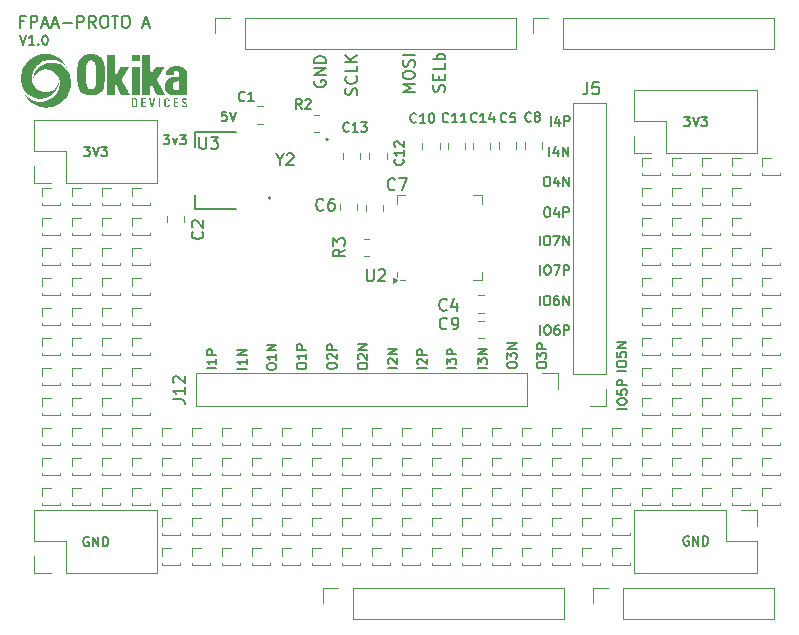
<source format=gbr>
%TF.GenerationSoftware,KiCad,Pcbnew,9.0.4*%
%TF.CreationDate,2025-10-19T02:38:57-06:00*%
%TF.ProjectId,2025_UNO_FPAA_PROTO_A_v1,32303235-5f55-44e4-9f5f-465041415f50,rev?*%
%TF.SameCoordinates,Original*%
%TF.FileFunction,Legend,Top*%
%TF.FilePolarity,Positive*%
%FSLAX46Y46*%
G04 Gerber Fmt 4.6, Leading zero omitted, Abs format (unit mm)*
G04 Created by KiCad (PCBNEW 9.0.4) date 2025-10-19 02:38:57*
%MOMM*%
%LPD*%
G01*
G04 APERTURE LIST*
%ADD10C,0.150000*%
%ADD11C,0.120000*%
%ADD12C,0.200000*%
%ADD13C,0.127000*%
%ADD14C,0.000000*%
G04 APERTURE END LIST*
D10*
X132922295Y-77509999D02*
X132122295Y-77509999D01*
X132198485Y-77167143D02*
X132160390Y-77129047D01*
X132160390Y-77129047D02*
X132122295Y-77052857D01*
X132122295Y-77052857D02*
X132122295Y-76862381D01*
X132122295Y-76862381D02*
X132160390Y-76786190D01*
X132160390Y-76786190D02*
X132198485Y-76748095D01*
X132198485Y-76748095D02*
X132274676Y-76710000D01*
X132274676Y-76710000D02*
X132350866Y-76710000D01*
X132350866Y-76710000D02*
X132465152Y-76748095D01*
X132465152Y-76748095D02*
X132922295Y-77205238D01*
X132922295Y-77205238D02*
X132922295Y-76710000D01*
X132922295Y-76367142D02*
X132122295Y-76367142D01*
X132122295Y-76367142D02*
X132922295Y-75909999D01*
X132922295Y-75909999D02*
X132122295Y-75909999D01*
X125932438Y-53201904D02*
X125884819Y-53297142D01*
X125884819Y-53297142D02*
X125884819Y-53439999D01*
X125884819Y-53439999D02*
X125932438Y-53582856D01*
X125932438Y-53582856D02*
X126027676Y-53678094D01*
X126027676Y-53678094D02*
X126122914Y-53725713D01*
X126122914Y-53725713D02*
X126313390Y-53773332D01*
X126313390Y-53773332D02*
X126456247Y-53773332D01*
X126456247Y-53773332D02*
X126646723Y-53725713D01*
X126646723Y-53725713D02*
X126741961Y-53678094D01*
X126741961Y-53678094D02*
X126837200Y-53582856D01*
X126837200Y-53582856D02*
X126884819Y-53439999D01*
X126884819Y-53439999D02*
X126884819Y-53344761D01*
X126884819Y-53344761D02*
X126837200Y-53201904D01*
X126837200Y-53201904D02*
X126789580Y-53154285D01*
X126789580Y-53154285D02*
X126456247Y-53154285D01*
X126456247Y-53154285D02*
X126456247Y-53344761D01*
X126884819Y-52725713D02*
X125884819Y-52725713D01*
X125884819Y-52725713D02*
X126884819Y-52154285D01*
X126884819Y-52154285D02*
X125884819Y-52154285D01*
X126884819Y-51678094D02*
X125884819Y-51678094D01*
X125884819Y-51678094D02*
X125884819Y-51439999D01*
X125884819Y-51439999D02*
X125932438Y-51297142D01*
X125932438Y-51297142D02*
X126027676Y-51201904D01*
X126027676Y-51201904D02*
X126122914Y-51154285D01*
X126122914Y-51154285D02*
X126313390Y-51106666D01*
X126313390Y-51106666D02*
X126456247Y-51106666D01*
X126456247Y-51106666D02*
X126646723Y-51154285D01*
X126646723Y-51154285D02*
X126741961Y-51201904D01*
X126741961Y-51201904D02*
X126837200Y-51297142D01*
X126837200Y-51297142D02*
X126884819Y-51439999D01*
X126884819Y-51439999D02*
X126884819Y-51678094D01*
X106419523Y-58792295D02*
X106914761Y-58792295D01*
X106914761Y-58792295D02*
X106648095Y-59097057D01*
X106648095Y-59097057D02*
X106762380Y-59097057D01*
X106762380Y-59097057D02*
X106838571Y-59135152D01*
X106838571Y-59135152D02*
X106876666Y-59173247D01*
X106876666Y-59173247D02*
X106914761Y-59249438D01*
X106914761Y-59249438D02*
X106914761Y-59439914D01*
X106914761Y-59439914D02*
X106876666Y-59516104D01*
X106876666Y-59516104D02*
X106838571Y-59554200D01*
X106838571Y-59554200D02*
X106762380Y-59592295D01*
X106762380Y-59592295D02*
X106533809Y-59592295D01*
X106533809Y-59592295D02*
X106457618Y-59554200D01*
X106457618Y-59554200D02*
X106419523Y-59516104D01*
X107143333Y-58792295D02*
X107410000Y-59592295D01*
X107410000Y-59592295D02*
X107676666Y-58792295D01*
X107867142Y-58792295D02*
X108362380Y-58792295D01*
X108362380Y-58792295D02*
X108095714Y-59097057D01*
X108095714Y-59097057D02*
X108209999Y-59097057D01*
X108209999Y-59097057D02*
X108286190Y-59135152D01*
X108286190Y-59135152D02*
X108324285Y-59173247D01*
X108324285Y-59173247D02*
X108362380Y-59249438D01*
X108362380Y-59249438D02*
X108362380Y-59439914D01*
X108362380Y-59439914D02*
X108324285Y-59516104D01*
X108324285Y-59516104D02*
X108286190Y-59554200D01*
X108286190Y-59554200D02*
X108209999Y-59592295D01*
X108209999Y-59592295D02*
X107981428Y-59592295D01*
X107981428Y-59592295D02*
X107905237Y-59554200D01*
X107905237Y-59554200D02*
X107867142Y-59516104D01*
X137932295Y-77520951D02*
X137132295Y-77520951D01*
X137132295Y-77216190D02*
X137132295Y-76720952D01*
X137132295Y-76720952D02*
X137437057Y-76987618D01*
X137437057Y-76987618D02*
X137437057Y-76873333D01*
X137437057Y-76873333D02*
X137475152Y-76797142D01*
X137475152Y-76797142D02*
X137513247Y-76759047D01*
X137513247Y-76759047D02*
X137589438Y-76720952D01*
X137589438Y-76720952D02*
X137779914Y-76720952D01*
X137779914Y-76720952D02*
X137856104Y-76759047D01*
X137856104Y-76759047D02*
X137894200Y-76797142D01*
X137894200Y-76797142D02*
X137932295Y-76873333D01*
X137932295Y-76873333D02*
X137932295Y-77101904D01*
X137932295Y-77101904D02*
X137894200Y-77178095D01*
X137894200Y-77178095D02*
X137856104Y-77216190D01*
X137932295Y-76378094D02*
X137132295Y-76378094D01*
X137132295Y-76378094D02*
X137132295Y-76073332D01*
X137132295Y-76073332D02*
X137170390Y-75997142D01*
X137170390Y-75997142D02*
X137208485Y-75959047D01*
X137208485Y-75959047D02*
X137284676Y-75920951D01*
X137284676Y-75920951D02*
X137398961Y-75920951D01*
X137398961Y-75920951D02*
X137475152Y-75959047D01*
X137475152Y-75959047D02*
X137513247Y-75997142D01*
X137513247Y-75997142D02*
X137551342Y-76073332D01*
X137551342Y-76073332D02*
X137551342Y-76378094D01*
X145820000Y-59582295D02*
X145820000Y-58782295D01*
X146543809Y-59048961D02*
X146543809Y-59582295D01*
X146353333Y-58744200D02*
X146162856Y-59315628D01*
X146162856Y-59315628D02*
X146658095Y-59315628D01*
X146962857Y-59582295D02*
X146962857Y-58782295D01*
X146962857Y-58782295D02*
X147420000Y-59582295D01*
X147420000Y-59582295D02*
X147420000Y-58782295D01*
X145562857Y-63932295D02*
X145715238Y-63932295D01*
X145715238Y-63932295D02*
X145791428Y-63970390D01*
X145791428Y-63970390D02*
X145867619Y-64046580D01*
X145867619Y-64046580D02*
X145905714Y-64198961D01*
X145905714Y-64198961D02*
X145905714Y-64465628D01*
X145905714Y-64465628D02*
X145867619Y-64618009D01*
X145867619Y-64618009D02*
X145791428Y-64694200D01*
X145791428Y-64694200D02*
X145715238Y-64732295D01*
X145715238Y-64732295D02*
X145562857Y-64732295D01*
X145562857Y-64732295D02*
X145486666Y-64694200D01*
X145486666Y-64694200D02*
X145410476Y-64618009D01*
X145410476Y-64618009D02*
X145372380Y-64465628D01*
X145372380Y-64465628D02*
X145372380Y-64198961D01*
X145372380Y-64198961D02*
X145410476Y-64046580D01*
X145410476Y-64046580D02*
X145486666Y-63970390D01*
X145486666Y-63970390D02*
X145562857Y-63932295D01*
X146591428Y-64198961D02*
X146591428Y-64732295D01*
X146400952Y-63894200D02*
X146210475Y-64465628D01*
X146210475Y-64465628D02*
X146705714Y-64465628D01*
X147010476Y-64732295D02*
X147010476Y-63932295D01*
X147010476Y-63932295D02*
X147315238Y-63932295D01*
X147315238Y-63932295D02*
X147391428Y-63970390D01*
X147391428Y-63970390D02*
X147429523Y-64008485D01*
X147429523Y-64008485D02*
X147467619Y-64084676D01*
X147467619Y-64084676D02*
X147467619Y-64198961D01*
X147467619Y-64198961D02*
X147429523Y-64275152D01*
X147429523Y-64275152D02*
X147391428Y-64313247D01*
X147391428Y-64313247D02*
X147315238Y-64351342D01*
X147315238Y-64351342D02*
X147010476Y-64351342D01*
X145949048Y-57012295D02*
X145949048Y-56212295D01*
X146672857Y-56478961D02*
X146672857Y-57012295D01*
X146482381Y-56174200D02*
X146291904Y-56745628D01*
X146291904Y-56745628D02*
X146787143Y-56745628D01*
X147091905Y-57012295D02*
X147091905Y-56212295D01*
X147091905Y-56212295D02*
X147396667Y-56212295D01*
X147396667Y-56212295D02*
X147472857Y-56250390D01*
X147472857Y-56250390D02*
X147510952Y-56288485D01*
X147510952Y-56288485D02*
X147549048Y-56364676D01*
X147549048Y-56364676D02*
X147549048Y-56478961D01*
X147549048Y-56478961D02*
X147510952Y-56555152D01*
X147510952Y-56555152D02*
X147472857Y-56593247D01*
X147472857Y-56593247D02*
X147396667Y-56631342D01*
X147396667Y-56631342D02*
X147091905Y-56631342D01*
X135422295Y-77530951D02*
X134622295Y-77530951D01*
X134698485Y-77188095D02*
X134660390Y-77149999D01*
X134660390Y-77149999D02*
X134622295Y-77073809D01*
X134622295Y-77073809D02*
X134622295Y-76883333D01*
X134622295Y-76883333D02*
X134660390Y-76807142D01*
X134660390Y-76807142D02*
X134698485Y-76769047D01*
X134698485Y-76769047D02*
X134774676Y-76730952D01*
X134774676Y-76730952D02*
X134850866Y-76730952D01*
X134850866Y-76730952D02*
X134965152Y-76769047D01*
X134965152Y-76769047D02*
X135422295Y-77226190D01*
X135422295Y-77226190D02*
X135422295Y-76730952D01*
X135422295Y-76388094D02*
X134622295Y-76388094D01*
X134622295Y-76388094D02*
X134622295Y-76083332D01*
X134622295Y-76083332D02*
X134660390Y-76007142D01*
X134660390Y-76007142D02*
X134698485Y-75969047D01*
X134698485Y-75969047D02*
X134774676Y-75930951D01*
X134774676Y-75930951D02*
X134888961Y-75930951D01*
X134888961Y-75930951D02*
X134965152Y-75969047D01*
X134965152Y-75969047D02*
X135003247Y-76007142D01*
X135003247Y-76007142D02*
X135041342Y-76083332D01*
X135041342Y-76083332D02*
X135041342Y-76388094D01*
X140552295Y-77519999D02*
X139752295Y-77519999D01*
X139752295Y-77215238D02*
X139752295Y-76720000D01*
X139752295Y-76720000D02*
X140057057Y-76986666D01*
X140057057Y-76986666D02*
X140057057Y-76872381D01*
X140057057Y-76872381D02*
X140095152Y-76796190D01*
X140095152Y-76796190D02*
X140133247Y-76758095D01*
X140133247Y-76758095D02*
X140209438Y-76720000D01*
X140209438Y-76720000D02*
X140399914Y-76720000D01*
X140399914Y-76720000D02*
X140476104Y-76758095D01*
X140476104Y-76758095D02*
X140514200Y-76796190D01*
X140514200Y-76796190D02*
X140552295Y-76872381D01*
X140552295Y-76872381D02*
X140552295Y-77100952D01*
X140552295Y-77100952D02*
X140514200Y-77177143D01*
X140514200Y-77177143D02*
X140476104Y-77215238D01*
X140552295Y-76377142D02*
X139752295Y-76377142D01*
X139752295Y-76377142D02*
X140552295Y-75919999D01*
X140552295Y-75919999D02*
X139752295Y-75919999D01*
X100990952Y-49342295D02*
X101257619Y-50142295D01*
X101257619Y-50142295D02*
X101524285Y-49342295D01*
X102209999Y-50142295D02*
X101752856Y-50142295D01*
X101981428Y-50142295D02*
X101981428Y-49342295D01*
X101981428Y-49342295D02*
X101905237Y-49456580D01*
X101905237Y-49456580D02*
X101829047Y-49532771D01*
X101829047Y-49532771D02*
X101752856Y-49570866D01*
X102552857Y-50066104D02*
X102590952Y-50104200D01*
X102590952Y-50104200D02*
X102552857Y-50142295D01*
X102552857Y-50142295D02*
X102514761Y-50104200D01*
X102514761Y-50104200D02*
X102552857Y-50066104D01*
X102552857Y-50066104D02*
X102552857Y-50142295D01*
X103086190Y-49342295D02*
X103162380Y-49342295D01*
X103162380Y-49342295D02*
X103238571Y-49380390D01*
X103238571Y-49380390D02*
X103276666Y-49418485D01*
X103276666Y-49418485D02*
X103314761Y-49494676D01*
X103314761Y-49494676D02*
X103352856Y-49647057D01*
X103352856Y-49647057D02*
X103352856Y-49837533D01*
X103352856Y-49837533D02*
X103314761Y-49989914D01*
X103314761Y-49989914D02*
X103276666Y-50066104D01*
X103276666Y-50066104D02*
X103238571Y-50104200D01*
X103238571Y-50104200D02*
X103162380Y-50142295D01*
X103162380Y-50142295D02*
X103086190Y-50142295D01*
X103086190Y-50142295D02*
X103009999Y-50104200D01*
X103009999Y-50104200D02*
X102971904Y-50066104D01*
X102971904Y-50066104D02*
X102933809Y-49989914D01*
X102933809Y-49989914D02*
X102895713Y-49837533D01*
X102895713Y-49837533D02*
X102895713Y-49647057D01*
X102895713Y-49647057D02*
X102933809Y-49494676D01*
X102933809Y-49494676D02*
X102971904Y-49418485D01*
X102971904Y-49418485D02*
X103009999Y-49380390D01*
X103009999Y-49380390D02*
X103086190Y-49342295D01*
X120212295Y-77569999D02*
X119412295Y-77569999D01*
X120212295Y-76770000D02*
X120212295Y-77227143D01*
X120212295Y-76998571D02*
X119412295Y-76998571D01*
X119412295Y-76998571D02*
X119526580Y-77074762D01*
X119526580Y-77074762D02*
X119602771Y-77150952D01*
X119602771Y-77150952D02*
X119640866Y-77227143D01*
X120212295Y-76427142D02*
X119412295Y-76427142D01*
X119412295Y-76427142D02*
X120212295Y-75969999D01*
X120212295Y-75969999D02*
X119412295Y-75969999D01*
X145040000Y-69632295D02*
X145040000Y-68832295D01*
X145573333Y-68832295D02*
X145725714Y-68832295D01*
X145725714Y-68832295D02*
X145801904Y-68870390D01*
X145801904Y-68870390D02*
X145878095Y-68946580D01*
X145878095Y-68946580D02*
X145916190Y-69098961D01*
X145916190Y-69098961D02*
X145916190Y-69365628D01*
X145916190Y-69365628D02*
X145878095Y-69518009D01*
X145878095Y-69518009D02*
X145801904Y-69594200D01*
X145801904Y-69594200D02*
X145725714Y-69632295D01*
X145725714Y-69632295D02*
X145573333Y-69632295D01*
X145573333Y-69632295D02*
X145497142Y-69594200D01*
X145497142Y-69594200D02*
X145420952Y-69518009D01*
X145420952Y-69518009D02*
X145382856Y-69365628D01*
X145382856Y-69365628D02*
X145382856Y-69098961D01*
X145382856Y-69098961D02*
X145420952Y-68946580D01*
X145420952Y-68946580D02*
X145497142Y-68870390D01*
X145497142Y-68870390D02*
X145573333Y-68832295D01*
X146182856Y-68832295D02*
X146716190Y-68832295D01*
X146716190Y-68832295D02*
X146373332Y-69632295D01*
X147020952Y-69632295D02*
X147020952Y-68832295D01*
X147020952Y-68832295D02*
X147325714Y-68832295D01*
X147325714Y-68832295D02*
X147401904Y-68870390D01*
X147401904Y-68870390D02*
X147439999Y-68908485D01*
X147439999Y-68908485D02*
X147478095Y-68984676D01*
X147478095Y-68984676D02*
X147478095Y-69098961D01*
X147478095Y-69098961D02*
X147439999Y-69175152D01*
X147439999Y-69175152D02*
X147401904Y-69213247D01*
X147401904Y-69213247D02*
X147325714Y-69251342D01*
X147325714Y-69251342D02*
X147020952Y-69251342D01*
X106800476Y-91850390D02*
X106724286Y-91812295D01*
X106724286Y-91812295D02*
X106610000Y-91812295D01*
X106610000Y-91812295D02*
X106495714Y-91850390D01*
X106495714Y-91850390D02*
X106419524Y-91926580D01*
X106419524Y-91926580D02*
X106381429Y-92002771D01*
X106381429Y-92002771D02*
X106343333Y-92155152D01*
X106343333Y-92155152D02*
X106343333Y-92269438D01*
X106343333Y-92269438D02*
X106381429Y-92421819D01*
X106381429Y-92421819D02*
X106419524Y-92498009D01*
X106419524Y-92498009D02*
X106495714Y-92574200D01*
X106495714Y-92574200D02*
X106610000Y-92612295D01*
X106610000Y-92612295D02*
X106686191Y-92612295D01*
X106686191Y-92612295D02*
X106800476Y-92574200D01*
X106800476Y-92574200D02*
X106838572Y-92536104D01*
X106838572Y-92536104D02*
X106838572Y-92269438D01*
X106838572Y-92269438D02*
X106686191Y-92269438D01*
X107181429Y-92612295D02*
X107181429Y-91812295D01*
X107181429Y-91812295D02*
X107638572Y-92612295D01*
X107638572Y-92612295D02*
X107638572Y-91812295D01*
X108019524Y-92612295D02*
X108019524Y-91812295D01*
X108019524Y-91812295D02*
X108210000Y-91812295D01*
X108210000Y-91812295D02*
X108324286Y-91850390D01*
X108324286Y-91850390D02*
X108400476Y-91926580D01*
X108400476Y-91926580D02*
X108438571Y-92002771D01*
X108438571Y-92002771D02*
X108476667Y-92155152D01*
X108476667Y-92155152D02*
X108476667Y-92269438D01*
X108476667Y-92269438D02*
X108438571Y-92421819D01*
X108438571Y-92421819D02*
X108400476Y-92498009D01*
X108400476Y-92498009D02*
X108324286Y-92574200D01*
X108324286Y-92574200D02*
X108210000Y-92612295D01*
X108210000Y-92612295D02*
X108019524Y-92612295D01*
X142252295Y-77336189D02*
X142252295Y-77183808D01*
X142252295Y-77183808D02*
X142290390Y-77107618D01*
X142290390Y-77107618D02*
X142366580Y-77031427D01*
X142366580Y-77031427D02*
X142518961Y-76993332D01*
X142518961Y-76993332D02*
X142785628Y-76993332D01*
X142785628Y-76993332D02*
X142938009Y-77031427D01*
X142938009Y-77031427D02*
X143014200Y-77107618D01*
X143014200Y-77107618D02*
X143052295Y-77183808D01*
X143052295Y-77183808D02*
X143052295Y-77336189D01*
X143052295Y-77336189D02*
X143014200Y-77412380D01*
X143014200Y-77412380D02*
X142938009Y-77488570D01*
X142938009Y-77488570D02*
X142785628Y-77526666D01*
X142785628Y-77526666D02*
X142518961Y-77526666D01*
X142518961Y-77526666D02*
X142366580Y-77488570D01*
X142366580Y-77488570D02*
X142290390Y-77412380D01*
X142290390Y-77412380D02*
X142252295Y-77336189D01*
X142252295Y-76726666D02*
X142252295Y-76231428D01*
X142252295Y-76231428D02*
X142557057Y-76498094D01*
X142557057Y-76498094D02*
X142557057Y-76383809D01*
X142557057Y-76383809D02*
X142595152Y-76307618D01*
X142595152Y-76307618D02*
X142633247Y-76269523D01*
X142633247Y-76269523D02*
X142709438Y-76231428D01*
X142709438Y-76231428D02*
X142899914Y-76231428D01*
X142899914Y-76231428D02*
X142976104Y-76269523D01*
X142976104Y-76269523D02*
X143014200Y-76307618D01*
X143014200Y-76307618D02*
X143052295Y-76383809D01*
X143052295Y-76383809D02*
X143052295Y-76612380D01*
X143052295Y-76612380D02*
X143014200Y-76688571D01*
X143014200Y-76688571D02*
X142976104Y-76726666D01*
X143052295Y-75888570D02*
X142252295Y-75888570D01*
X142252295Y-75888570D02*
X143052295Y-75431427D01*
X143052295Y-75431427D02*
X142252295Y-75431427D01*
X144742295Y-77337142D02*
X144742295Y-77184761D01*
X144742295Y-77184761D02*
X144780390Y-77108571D01*
X144780390Y-77108571D02*
X144856580Y-77032380D01*
X144856580Y-77032380D02*
X145008961Y-76994285D01*
X145008961Y-76994285D02*
X145275628Y-76994285D01*
X145275628Y-76994285D02*
X145428009Y-77032380D01*
X145428009Y-77032380D02*
X145504200Y-77108571D01*
X145504200Y-77108571D02*
X145542295Y-77184761D01*
X145542295Y-77184761D02*
X145542295Y-77337142D01*
X145542295Y-77337142D02*
X145504200Y-77413333D01*
X145504200Y-77413333D02*
X145428009Y-77489523D01*
X145428009Y-77489523D02*
X145275628Y-77527619D01*
X145275628Y-77527619D02*
X145008961Y-77527619D01*
X145008961Y-77527619D02*
X144856580Y-77489523D01*
X144856580Y-77489523D02*
X144780390Y-77413333D01*
X144780390Y-77413333D02*
X144742295Y-77337142D01*
X144742295Y-76727619D02*
X144742295Y-76232381D01*
X144742295Y-76232381D02*
X145047057Y-76499047D01*
X145047057Y-76499047D02*
X145047057Y-76384762D01*
X145047057Y-76384762D02*
X145085152Y-76308571D01*
X145085152Y-76308571D02*
X145123247Y-76270476D01*
X145123247Y-76270476D02*
X145199438Y-76232381D01*
X145199438Y-76232381D02*
X145389914Y-76232381D01*
X145389914Y-76232381D02*
X145466104Y-76270476D01*
X145466104Y-76270476D02*
X145504200Y-76308571D01*
X145504200Y-76308571D02*
X145542295Y-76384762D01*
X145542295Y-76384762D02*
X145542295Y-76613333D01*
X145542295Y-76613333D02*
X145504200Y-76689524D01*
X145504200Y-76689524D02*
X145466104Y-76727619D01*
X145542295Y-75889523D02*
X144742295Y-75889523D01*
X144742295Y-75889523D02*
X144742295Y-75584761D01*
X144742295Y-75584761D02*
X144780390Y-75508571D01*
X144780390Y-75508571D02*
X144818485Y-75470476D01*
X144818485Y-75470476D02*
X144894676Y-75432380D01*
X144894676Y-75432380D02*
X145008961Y-75432380D01*
X145008961Y-75432380D02*
X145085152Y-75470476D01*
X145085152Y-75470476D02*
X145123247Y-75508571D01*
X145123247Y-75508571D02*
X145161342Y-75584761D01*
X145161342Y-75584761D02*
X145161342Y-75889523D01*
X157219523Y-56252295D02*
X157714761Y-56252295D01*
X157714761Y-56252295D02*
X157448095Y-56557057D01*
X157448095Y-56557057D02*
X157562380Y-56557057D01*
X157562380Y-56557057D02*
X157638571Y-56595152D01*
X157638571Y-56595152D02*
X157676666Y-56633247D01*
X157676666Y-56633247D02*
X157714761Y-56709438D01*
X157714761Y-56709438D02*
X157714761Y-56899914D01*
X157714761Y-56899914D02*
X157676666Y-56976104D01*
X157676666Y-56976104D02*
X157638571Y-57014200D01*
X157638571Y-57014200D02*
X157562380Y-57052295D01*
X157562380Y-57052295D02*
X157333809Y-57052295D01*
X157333809Y-57052295D02*
X157257618Y-57014200D01*
X157257618Y-57014200D02*
X157219523Y-56976104D01*
X157943333Y-56252295D02*
X158210000Y-57052295D01*
X158210000Y-57052295D02*
X158476666Y-56252295D01*
X158667142Y-56252295D02*
X159162380Y-56252295D01*
X159162380Y-56252295D02*
X158895714Y-56557057D01*
X158895714Y-56557057D02*
X159009999Y-56557057D01*
X159009999Y-56557057D02*
X159086190Y-56595152D01*
X159086190Y-56595152D02*
X159124285Y-56633247D01*
X159124285Y-56633247D02*
X159162380Y-56709438D01*
X159162380Y-56709438D02*
X159162380Y-56899914D01*
X159162380Y-56899914D02*
X159124285Y-56976104D01*
X159124285Y-56976104D02*
X159086190Y-57014200D01*
X159086190Y-57014200D02*
X159009999Y-57052295D01*
X159009999Y-57052295D02*
X158781428Y-57052295D01*
X158781428Y-57052295D02*
X158705237Y-57014200D01*
X158705237Y-57014200D02*
X158667142Y-56976104D01*
X157600476Y-91795390D02*
X157524286Y-91757295D01*
X157524286Y-91757295D02*
X157410000Y-91757295D01*
X157410000Y-91757295D02*
X157295714Y-91795390D01*
X157295714Y-91795390D02*
X157219524Y-91871580D01*
X157219524Y-91871580D02*
X157181429Y-91947771D01*
X157181429Y-91947771D02*
X157143333Y-92100152D01*
X157143333Y-92100152D02*
X157143333Y-92214438D01*
X157143333Y-92214438D02*
X157181429Y-92366819D01*
X157181429Y-92366819D02*
X157219524Y-92443009D01*
X157219524Y-92443009D02*
X157295714Y-92519200D01*
X157295714Y-92519200D02*
X157410000Y-92557295D01*
X157410000Y-92557295D02*
X157486191Y-92557295D01*
X157486191Y-92557295D02*
X157600476Y-92519200D01*
X157600476Y-92519200D02*
X157638572Y-92481104D01*
X157638572Y-92481104D02*
X157638572Y-92214438D01*
X157638572Y-92214438D02*
X157486191Y-92214438D01*
X157981429Y-92557295D02*
X157981429Y-91757295D01*
X157981429Y-91757295D02*
X158438572Y-92557295D01*
X158438572Y-92557295D02*
X158438572Y-91757295D01*
X158819524Y-92557295D02*
X158819524Y-91757295D01*
X158819524Y-91757295D02*
X159010000Y-91757295D01*
X159010000Y-91757295D02*
X159124286Y-91795390D01*
X159124286Y-91795390D02*
X159200476Y-91871580D01*
X159200476Y-91871580D02*
X159238571Y-91947771D01*
X159238571Y-91947771D02*
X159276667Y-92100152D01*
X159276667Y-92100152D02*
X159276667Y-92214438D01*
X159276667Y-92214438D02*
X159238571Y-92366819D01*
X159238571Y-92366819D02*
X159200476Y-92443009D01*
X159200476Y-92443009D02*
X159124286Y-92519200D01*
X159124286Y-92519200D02*
X159010000Y-92557295D01*
X159010000Y-92557295D02*
X158819524Y-92557295D01*
X152362295Y-80959999D02*
X151562295Y-80959999D01*
X151562295Y-80426666D02*
X151562295Y-80274285D01*
X151562295Y-80274285D02*
X151600390Y-80198095D01*
X151600390Y-80198095D02*
X151676580Y-80121904D01*
X151676580Y-80121904D02*
X151828961Y-80083809D01*
X151828961Y-80083809D02*
X152095628Y-80083809D01*
X152095628Y-80083809D02*
X152248009Y-80121904D01*
X152248009Y-80121904D02*
X152324200Y-80198095D01*
X152324200Y-80198095D02*
X152362295Y-80274285D01*
X152362295Y-80274285D02*
X152362295Y-80426666D01*
X152362295Y-80426666D02*
X152324200Y-80502857D01*
X152324200Y-80502857D02*
X152248009Y-80579047D01*
X152248009Y-80579047D02*
X152095628Y-80617143D01*
X152095628Y-80617143D02*
X151828961Y-80617143D01*
X151828961Y-80617143D02*
X151676580Y-80579047D01*
X151676580Y-80579047D02*
X151600390Y-80502857D01*
X151600390Y-80502857D02*
X151562295Y-80426666D01*
X151562295Y-79360000D02*
X151562295Y-79740952D01*
X151562295Y-79740952D02*
X151943247Y-79779048D01*
X151943247Y-79779048D02*
X151905152Y-79740952D01*
X151905152Y-79740952D02*
X151867057Y-79664762D01*
X151867057Y-79664762D02*
X151867057Y-79474286D01*
X151867057Y-79474286D02*
X151905152Y-79398095D01*
X151905152Y-79398095D02*
X151943247Y-79360000D01*
X151943247Y-79360000D02*
X152019438Y-79321905D01*
X152019438Y-79321905D02*
X152209914Y-79321905D01*
X152209914Y-79321905D02*
X152286104Y-79360000D01*
X152286104Y-79360000D02*
X152324200Y-79398095D01*
X152324200Y-79398095D02*
X152362295Y-79474286D01*
X152362295Y-79474286D02*
X152362295Y-79664762D01*
X152362295Y-79664762D02*
X152324200Y-79740952D01*
X152324200Y-79740952D02*
X152286104Y-79779048D01*
X152362295Y-78979047D02*
X151562295Y-78979047D01*
X151562295Y-78979047D02*
X151562295Y-78674285D01*
X151562295Y-78674285D02*
X151600390Y-78598095D01*
X151600390Y-78598095D02*
X151638485Y-78560000D01*
X151638485Y-78560000D02*
X151714676Y-78521904D01*
X151714676Y-78521904D02*
X151828961Y-78521904D01*
X151828961Y-78521904D02*
X151905152Y-78560000D01*
X151905152Y-78560000D02*
X151943247Y-78598095D01*
X151943247Y-78598095D02*
X151981342Y-78674285D01*
X151981342Y-78674285D02*
X151981342Y-78979047D01*
X129602295Y-77416189D02*
X129602295Y-77263808D01*
X129602295Y-77263808D02*
X129640390Y-77187618D01*
X129640390Y-77187618D02*
X129716580Y-77111427D01*
X129716580Y-77111427D02*
X129868961Y-77073332D01*
X129868961Y-77073332D02*
X130135628Y-77073332D01*
X130135628Y-77073332D02*
X130288009Y-77111427D01*
X130288009Y-77111427D02*
X130364200Y-77187618D01*
X130364200Y-77187618D02*
X130402295Y-77263808D01*
X130402295Y-77263808D02*
X130402295Y-77416189D01*
X130402295Y-77416189D02*
X130364200Y-77492380D01*
X130364200Y-77492380D02*
X130288009Y-77568570D01*
X130288009Y-77568570D02*
X130135628Y-77606666D01*
X130135628Y-77606666D02*
X129868961Y-77606666D01*
X129868961Y-77606666D02*
X129716580Y-77568570D01*
X129716580Y-77568570D02*
X129640390Y-77492380D01*
X129640390Y-77492380D02*
X129602295Y-77416189D01*
X129678485Y-76768571D02*
X129640390Y-76730475D01*
X129640390Y-76730475D02*
X129602295Y-76654285D01*
X129602295Y-76654285D02*
X129602295Y-76463809D01*
X129602295Y-76463809D02*
X129640390Y-76387618D01*
X129640390Y-76387618D02*
X129678485Y-76349523D01*
X129678485Y-76349523D02*
X129754676Y-76311428D01*
X129754676Y-76311428D02*
X129830866Y-76311428D01*
X129830866Y-76311428D02*
X129945152Y-76349523D01*
X129945152Y-76349523D02*
X130402295Y-76806666D01*
X130402295Y-76806666D02*
X130402295Y-76311428D01*
X130402295Y-75968570D02*
X129602295Y-75968570D01*
X129602295Y-75968570D02*
X130402295Y-75511427D01*
X130402295Y-75511427D02*
X129602295Y-75511427D01*
X118477619Y-55812295D02*
X118096667Y-55812295D01*
X118096667Y-55812295D02*
X118058571Y-56193247D01*
X118058571Y-56193247D02*
X118096667Y-56155152D01*
X118096667Y-56155152D02*
X118172857Y-56117057D01*
X118172857Y-56117057D02*
X118363333Y-56117057D01*
X118363333Y-56117057D02*
X118439524Y-56155152D01*
X118439524Y-56155152D02*
X118477619Y-56193247D01*
X118477619Y-56193247D02*
X118515714Y-56269438D01*
X118515714Y-56269438D02*
X118515714Y-56459914D01*
X118515714Y-56459914D02*
X118477619Y-56536104D01*
X118477619Y-56536104D02*
X118439524Y-56574200D01*
X118439524Y-56574200D02*
X118363333Y-56612295D01*
X118363333Y-56612295D02*
X118172857Y-56612295D01*
X118172857Y-56612295D02*
X118096667Y-56574200D01*
X118096667Y-56574200D02*
X118058571Y-56536104D01*
X118744286Y-55812295D02*
X119010953Y-56612295D01*
X119010953Y-56612295D02*
X119277619Y-55812295D01*
X136917200Y-54115237D02*
X136964819Y-53972380D01*
X136964819Y-53972380D02*
X136964819Y-53734285D01*
X136964819Y-53734285D02*
X136917200Y-53639047D01*
X136917200Y-53639047D02*
X136869580Y-53591428D01*
X136869580Y-53591428D02*
X136774342Y-53543809D01*
X136774342Y-53543809D02*
X136679104Y-53543809D01*
X136679104Y-53543809D02*
X136583866Y-53591428D01*
X136583866Y-53591428D02*
X136536247Y-53639047D01*
X136536247Y-53639047D02*
X136488628Y-53734285D01*
X136488628Y-53734285D02*
X136441009Y-53924761D01*
X136441009Y-53924761D02*
X136393390Y-54019999D01*
X136393390Y-54019999D02*
X136345771Y-54067618D01*
X136345771Y-54067618D02*
X136250533Y-54115237D01*
X136250533Y-54115237D02*
X136155295Y-54115237D01*
X136155295Y-54115237D02*
X136060057Y-54067618D01*
X136060057Y-54067618D02*
X136012438Y-54019999D01*
X136012438Y-54019999D02*
X135964819Y-53924761D01*
X135964819Y-53924761D02*
X135964819Y-53686666D01*
X135964819Y-53686666D02*
X136012438Y-53543809D01*
X136441009Y-53115237D02*
X136441009Y-52781904D01*
X136964819Y-52639047D02*
X136964819Y-53115237D01*
X136964819Y-53115237D02*
X135964819Y-53115237D01*
X135964819Y-53115237D02*
X135964819Y-52639047D01*
X136964819Y-51734285D02*
X136964819Y-52210475D01*
X136964819Y-52210475D02*
X135964819Y-52210475D01*
X136964819Y-51400951D02*
X135964819Y-51400951D01*
X136345771Y-51400951D02*
X136298152Y-51305713D01*
X136298152Y-51305713D02*
X136298152Y-51115237D01*
X136298152Y-51115237D02*
X136345771Y-51019999D01*
X136345771Y-51019999D02*
X136393390Y-50972380D01*
X136393390Y-50972380D02*
X136488628Y-50924761D01*
X136488628Y-50924761D02*
X136774342Y-50924761D01*
X136774342Y-50924761D02*
X136869580Y-50972380D01*
X136869580Y-50972380D02*
X136917200Y-51019999D01*
X136917200Y-51019999D02*
X136964819Y-51115237D01*
X136964819Y-51115237D02*
X136964819Y-51305713D01*
X136964819Y-51305713D02*
X136917200Y-51400951D01*
X113147618Y-57792295D02*
X113642856Y-57792295D01*
X113642856Y-57792295D02*
X113376190Y-58097057D01*
X113376190Y-58097057D02*
X113490475Y-58097057D01*
X113490475Y-58097057D02*
X113566666Y-58135152D01*
X113566666Y-58135152D02*
X113604761Y-58173247D01*
X113604761Y-58173247D02*
X113642856Y-58249438D01*
X113642856Y-58249438D02*
X113642856Y-58439914D01*
X113642856Y-58439914D02*
X113604761Y-58516104D01*
X113604761Y-58516104D02*
X113566666Y-58554200D01*
X113566666Y-58554200D02*
X113490475Y-58592295D01*
X113490475Y-58592295D02*
X113261904Y-58592295D01*
X113261904Y-58592295D02*
X113185713Y-58554200D01*
X113185713Y-58554200D02*
X113147618Y-58516104D01*
X113909523Y-58058961D02*
X114099999Y-58592295D01*
X114099999Y-58592295D02*
X114290476Y-58058961D01*
X114519047Y-57792295D02*
X115014285Y-57792295D01*
X115014285Y-57792295D02*
X114747619Y-58097057D01*
X114747619Y-58097057D02*
X114861904Y-58097057D01*
X114861904Y-58097057D02*
X114938095Y-58135152D01*
X114938095Y-58135152D02*
X114976190Y-58173247D01*
X114976190Y-58173247D02*
X115014285Y-58249438D01*
X115014285Y-58249438D02*
X115014285Y-58439914D01*
X115014285Y-58439914D02*
X114976190Y-58516104D01*
X114976190Y-58516104D02*
X114938095Y-58554200D01*
X114938095Y-58554200D02*
X114861904Y-58592295D01*
X114861904Y-58592295D02*
X114633333Y-58592295D01*
X114633333Y-58592295D02*
X114557142Y-58554200D01*
X114557142Y-58554200D02*
X114519047Y-58516104D01*
X152322295Y-77799046D02*
X151522295Y-77799046D01*
X151522295Y-77265713D02*
X151522295Y-77113332D01*
X151522295Y-77113332D02*
X151560390Y-77037142D01*
X151560390Y-77037142D02*
X151636580Y-76960951D01*
X151636580Y-76960951D02*
X151788961Y-76922856D01*
X151788961Y-76922856D02*
X152055628Y-76922856D01*
X152055628Y-76922856D02*
X152208009Y-76960951D01*
X152208009Y-76960951D02*
X152284200Y-77037142D01*
X152284200Y-77037142D02*
X152322295Y-77113332D01*
X152322295Y-77113332D02*
X152322295Y-77265713D01*
X152322295Y-77265713D02*
X152284200Y-77341904D01*
X152284200Y-77341904D02*
X152208009Y-77418094D01*
X152208009Y-77418094D02*
X152055628Y-77456190D01*
X152055628Y-77456190D02*
X151788961Y-77456190D01*
X151788961Y-77456190D02*
X151636580Y-77418094D01*
X151636580Y-77418094D02*
X151560390Y-77341904D01*
X151560390Y-77341904D02*
X151522295Y-77265713D01*
X151522295Y-76199047D02*
X151522295Y-76579999D01*
X151522295Y-76579999D02*
X151903247Y-76618095D01*
X151903247Y-76618095D02*
X151865152Y-76579999D01*
X151865152Y-76579999D02*
X151827057Y-76503809D01*
X151827057Y-76503809D02*
X151827057Y-76313333D01*
X151827057Y-76313333D02*
X151865152Y-76237142D01*
X151865152Y-76237142D02*
X151903247Y-76199047D01*
X151903247Y-76199047D02*
X151979438Y-76160952D01*
X151979438Y-76160952D02*
X152169914Y-76160952D01*
X152169914Y-76160952D02*
X152246104Y-76199047D01*
X152246104Y-76199047D02*
X152284200Y-76237142D01*
X152284200Y-76237142D02*
X152322295Y-76313333D01*
X152322295Y-76313333D02*
X152322295Y-76503809D01*
X152322295Y-76503809D02*
X152284200Y-76579999D01*
X152284200Y-76579999D02*
X152246104Y-76618095D01*
X152322295Y-75818094D02*
X151522295Y-75818094D01*
X151522295Y-75818094D02*
X152322295Y-75360951D01*
X152322295Y-75360951D02*
X151522295Y-75360951D01*
X129497200Y-54410475D02*
X129544819Y-54267618D01*
X129544819Y-54267618D02*
X129544819Y-54029523D01*
X129544819Y-54029523D02*
X129497200Y-53934285D01*
X129497200Y-53934285D02*
X129449580Y-53886666D01*
X129449580Y-53886666D02*
X129354342Y-53839047D01*
X129354342Y-53839047D02*
X129259104Y-53839047D01*
X129259104Y-53839047D02*
X129163866Y-53886666D01*
X129163866Y-53886666D02*
X129116247Y-53934285D01*
X129116247Y-53934285D02*
X129068628Y-54029523D01*
X129068628Y-54029523D02*
X129021009Y-54219999D01*
X129021009Y-54219999D02*
X128973390Y-54315237D01*
X128973390Y-54315237D02*
X128925771Y-54362856D01*
X128925771Y-54362856D02*
X128830533Y-54410475D01*
X128830533Y-54410475D02*
X128735295Y-54410475D01*
X128735295Y-54410475D02*
X128640057Y-54362856D01*
X128640057Y-54362856D02*
X128592438Y-54315237D01*
X128592438Y-54315237D02*
X128544819Y-54219999D01*
X128544819Y-54219999D02*
X128544819Y-53981904D01*
X128544819Y-53981904D02*
X128592438Y-53839047D01*
X129449580Y-52839047D02*
X129497200Y-52886666D01*
X129497200Y-52886666D02*
X129544819Y-53029523D01*
X129544819Y-53029523D02*
X129544819Y-53124761D01*
X129544819Y-53124761D02*
X129497200Y-53267618D01*
X129497200Y-53267618D02*
X129401961Y-53362856D01*
X129401961Y-53362856D02*
X129306723Y-53410475D01*
X129306723Y-53410475D02*
X129116247Y-53458094D01*
X129116247Y-53458094D02*
X128973390Y-53458094D01*
X128973390Y-53458094D02*
X128782914Y-53410475D01*
X128782914Y-53410475D02*
X128687676Y-53362856D01*
X128687676Y-53362856D02*
X128592438Y-53267618D01*
X128592438Y-53267618D02*
X128544819Y-53124761D01*
X128544819Y-53124761D02*
X128544819Y-53029523D01*
X128544819Y-53029523D02*
X128592438Y-52886666D01*
X128592438Y-52886666D02*
X128640057Y-52839047D01*
X129544819Y-51934285D02*
X129544819Y-52410475D01*
X129544819Y-52410475D02*
X128544819Y-52410475D01*
X129544819Y-51600951D02*
X128544819Y-51600951D01*
X129544819Y-51029523D02*
X128973390Y-51458094D01*
X128544819Y-51029523D02*
X129116247Y-51600951D01*
X145000953Y-72192295D02*
X145000953Y-71392295D01*
X145534286Y-71392295D02*
X145686667Y-71392295D01*
X145686667Y-71392295D02*
X145762857Y-71430390D01*
X145762857Y-71430390D02*
X145839048Y-71506580D01*
X145839048Y-71506580D02*
X145877143Y-71658961D01*
X145877143Y-71658961D02*
X145877143Y-71925628D01*
X145877143Y-71925628D02*
X145839048Y-72078009D01*
X145839048Y-72078009D02*
X145762857Y-72154200D01*
X145762857Y-72154200D02*
X145686667Y-72192295D01*
X145686667Y-72192295D02*
X145534286Y-72192295D01*
X145534286Y-72192295D02*
X145458095Y-72154200D01*
X145458095Y-72154200D02*
X145381905Y-72078009D01*
X145381905Y-72078009D02*
X145343809Y-71925628D01*
X145343809Y-71925628D02*
X145343809Y-71658961D01*
X145343809Y-71658961D02*
X145381905Y-71506580D01*
X145381905Y-71506580D02*
X145458095Y-71430390D01*
X145458095Y-71430390D02*
X145534286Y-71392295D01*
X146562857Y-71392295D02*
X146410476Y-71392295D01*
X146410476Y-71392295D02*
X146334285Y-71430390D01*
X146334285Y-71430390D02*
X146296190Y-71468485D01*
X146296190Y-71468485D02*
X146220000Y-71582771D01*
X146220000Y-71582771D02*
X146181904Y-71735152D01*
X146181904Y-71735152D02*
X146181904Y-72039914D01*
X146181904Y-72039914D02*
X146220000Y-72116104D01*
X146220000Y-72116104D02*
X146258095Y-72154200D01*
X146258095Y-72154200D02*
X146334285Y-72192295D01*
X146334285Y-72192295D02*
X146486666Y-72192295D01*
X146486666Y-72192295D02*
X146562857Y-72154200D01*
X146562857Y-72154200D02*
X146600952Y-72116104D01*
X146600952Y-72116104D02*
X146639047Y-72039914D01*
X146639047Y-72039914D02*
X146639047Y-71849438D01*
X146639047Y-71849438D02*
X146600952Y-71773247D01*
X146600952Y-71773247D02*
X146562857Y-71735152D01*
X146562857Y-71735152D02*
X146486666Y-71697057D01*
X146486666Y-71697057D02*
X146334285Y-71697057D01*
X146334285Y-71697057D02*
X146258095Y-71735152D01*
X146258095Y-71735152D02*
X146220000Y-71773247D01*
X146220000Y-71773247D02*
X146181904Y-71849438D01*
X146981905Y-72192295D02*
X146981905Y-71392295D01*
X146981905Y-71392295D02*
X147439048Y-72192295D01*
X147439048Y-72192295D02*
X147439048Y-71392295D01*
X117602295Y-77550951D02*
X116802295Y-77550951D01*
X117602295Y-76750952D02*
X117602295Y-77208095D01*
X117602295Y-76979523D02*
X116802295Y-76979523D01*
X116802295Y-76979523D02*
X116916580Y-77055714D01*
X116916580Y-77055714D02*
X116992771Y-77131904D01*
X116992771Y-77131904D02*
X117030866Y-77208095D01*
X117602295Y-76408094D02*
X116802295Y-76408094D01*
X116802295Y-76408094D02*
X116802295Y-76103332D01*
X116802295Y-76103332D02*
X116840390Y-76027142D01*
X116840390Y-76027142D02*
X116878485Y-75989047D01*
X116878485Y-75989047D02*
X116954676Y-75950951D01*
X116954676Y-75950951D02*
X117068961Y-75950951D01*
X117068961Y-75950951D02*
X117145152Y-75989047D01*
X117145152Y-75989047D02*
X117183247Y-76027142D01*
X117183247Y-76027142D02*
X117221342Y-76103332D01*
X117221342Y-76103332D02*
X117221342Y-76408094D01*
X145040000Y-74712295D02*
X145040000Y-73912295D01*
X145573333Y-73912295D02*
X145725714Y-73912295D01*
X145725714Y-73912295D02*
X145801904Y-73950390D01*
X145801904Y-73950390D02*
X145878095Y-74026580D01*
X145878095Y-74026580D02*
X145916190Y-74178961D01*
X145916190Y-74178961D02*
X145916190Y-74445628D01*
X145916190Y-74445628D02*
X145878095Y-74598009D01*
X145878095Y-74598009D02*
X145801904Y-74674200D01*
X145801904Y-74674200D02*
X145725714Y-74712295D01*
X145725714Y-74712295D02*
X145573333Y-74712295D01*
X145573333Y-74712295D02*
X145497142Y-74674200D01*
X145497142Y-74674200D02*
X145420952Y-74598009D01*
X145420952Y-74598009D02*
X145382856Y-74445628D01*
X145382856Y-74445628D02*
X145382856Y-74178961D01*
X145382856Y-74178961D02*
X145420952Y-74026580D01*
X145420952Y-74026580D02*
X145497142Y-73950390D01*
X145497142Y-73950390D02*
X145573333Y-73912295D01*
X146601904Y-73912295D02*
X146449523Y-73912295D01*
X146449523Y-73912295D02*
X146373332Y-73950390D01*
X146373332Y-73950390D02*
X146335237Y-73988485D01*
X146335237Y-73988485D02*
X146259047Y-74102771D01*
X146259047Y-74102771D02*
X146220951Y-74255152D01*
X146220951Y-74255152D02*
X146220951Y-74559914D01*
X146220951Y-74559914D02*
X146259047Y-74636104D01*
X146259047Y-74636104D02*
X146297142Y-74674200D01*
X146297142Y-74674200D02*
X146373332Y-74712295D01*
X146373332Y-74712295D02*
X146525713Y-74712295D01*
X146525713Y-74712295D02*
X146601904Y-74674200D01*
X146601904Y-74674200D02*
X146639999Y-74636104D01*
X146639999Y-74636104D02*
X146678094Y-74559914D01*
X146678094Y-74559914D02*
X146678094Y-74369438D01*
X146678094Y-74369438D02*
X146639999Y-74293247D01*
X146639999Y-74293247D02*
X146601904Y-74255152D01*
X146601904Y-74255152D02*
X146525713Y-74217057D01*
X146525713Y-74217057D02*
X146373332Y-74217057D01*
X146373332Y-74217057D02*
X146297142Y-74255152D01*
X146297142Y-74255152D02*
X146259047Y-74293247D01*
X146259047Y-74293247D02*
X146220951Y-74369438D01*
X147020952Y-74712295D02*
X147020952Y-73912295D01*
X147020952Y-73912295D02*
X147325714Y-73912295D01*
X147325714Y-73912295D02*
X147401904Y-73950390D01*
X147401904Y-73950390D02*
X147439999Y-73988485D01*
X147439999Y-73988485D02*
X147478095Y-74064676D01*
X147478095Y-74064676D02*
X147478095Y-74178961D01*
X147478095Y-74178961D02*
X147439999Y-74255152D01*
X147439999Y-74255152D02*
X147401904Y-74293247D01*
X147401904Y-74293247D02*
X147325714Y-74331342D01*
X147325714Y-74331342D02*
X147020952Y-74331342D01*
X101370112Y-48181009D02*
X101036779Y-48181009D01*
X101036779Y-48704819D02*
X101036779Y-47704819D01*
X101036779Y-47704819D02*
X101512969Y-47704819D01*
X101893922Y-48704819D02*
X101893922Y-47704819D01*
X101893922Y-47704819D02*
X102274874Y-47704819D01*
X102274874Y-47704819D02*
X102370112Y-47752438D01*
X102370112Y-47752438D02*
X102417731Y-47800057D01*
X102417731Y-47800057D02*
X102465350Y-47895295D01*
X102465350Y-47895295D02*
X102465350Y-48038152D01*
X102465350Y-48038152D02*
X102417731Y-48133390D01*
X102417731Y-48133390D02*
X102370112Y-48181009D01*
X102370112Y-48181009D02*
X102274874Y-48228628D01*
X102274874Y-48228628D02*
X101893922Y-48228628D01*
X102846303Y-48419104D02*
X103322493Y-48419104D01*
X102751065Y-48704819D02*
X103084398Y-47704819D01*
X103084398Y-47704819D02*
X103417731Y-48704819D01*
X103703446Y-48419104D02*
X104179636Y-48419104D01*
X103608208Y-48704819D02*
X103941541Y-47704819D01*
X103941541Y-47704819D02*
X104274874Y-48704819D01*
X104608208Y-48323866D02*
X105370113Y-48323866D01*
X105846303Y-48704819D02*
X105846303Y-47704819D01*
X105846303Y-47704819D02*
X106227255Y-47704819D01*
X106227255Y-47704819D02*
X106322493Y-47752438D01*
X106322493Y-47752438D02*
X106370112Y-47800057D01*
X106370112Y-47800057D02*
X106417731Y-47895295D01*
X106417731Y-47895295D02*
X106417731Y-48038152D01*
X106417731Y-48038152D02*
X106370112Y-48133390D01*
X106370112Y-48133390D02*
X106322493Y-48181009D01*
X106322493Y-48181009D02*
X106227255Y-48228628D01*
X106227255Y-48228628D02*
X105846303Y-48228628D01*
X107417731Y-48704819D02*
X107084398Y-48228628D01*
X106846303Y-48704819D02*
X106846303Y-47704819D01*
X106846303Y-47704819D02*
X107227255Y-47704819D01*
X107227255Y-47704819D02*
X107322493Y-47752438D01*
X107322493Y-47752438D02*
X107370112Y-47800057D01*
X107370112Y-47800057D02*
X107417731Y-47895295D01*
X107417731Y-47895295D02*
X107417731Y-48038152D01*
X107417731Y-48038152D02*
X107370112Y-48133390D01*
X107370112Y-48133390D02*
X107322493Y-48181009D01*
X107322493Y-48181009D02*
X107227255Y-48228628D01*
X107227255Y-48228628D02*
X106846303Y-48228628D01*
X108036779Y-47704819D02*
X108227255Y-47704819D01*
X108227255Y-47704819D02*
X108322493Y-47752438D01*
X108322493Y-47752438D02*
X108417731Y-47847676D01*
X108417731Y-47847676D02*
X108465350Y-48038152D01*
X108465350Y-48038152D02*
X108465350Y-48371485D01*
X108465350Y-48371485D02*
X108417731Y-48561961D01*
X108417731Y-48561961D02*
X108322493Y-48657200D01*
X108322493Y-48657200D02*
X108227255Y-48704819D01*
X108227255Y-48704819D02*
X108036779Y-48704819D01*
X108036779Y-48704819D02*
X107941541Y-48657200D01*
X107941541Y-48657200D02*
X107846303Y-48561961D01*
X107846303Y-48561961D02*
X107798684Y-48371485D01*
X107798684Y-48371485D02*
X107798684Y-48038152D01*
X107798684Y-48038152D02*
X107846303Y-47847676D01*
X107846303Y-47847676D02*
X107941541Y-47752438D01*
X107941541Y-47752438D02*
X108036779Y-47704819D01*
X108751065Y-47704819D02*
X109322493Y-47704819D01*
X109036779Y-48704819D02*
X109036779Y-47704819D01*
X109846303Y-47704819D02*
X110036779Y-47704819D01*
X110036779Y-47704819D02*
X110132017Y-47752438D01*
X110132017Y-47752438D02*
X110227255Y-47847676D01*
X110227255Y-47847676D02*
X110274874Y-48038152D01*
X110274874Y-48038152D02*
X110274874Y-48371485D01*
X110274874Y-48371485D02*
X110227255Y-48561961D01*
X110227255Y-48561961D02*
X110132017Y-48657200D01*
X110132017Y-48657200D02*
X110036779Y-48704819D01*
X110036779Y-48704819D02*
X109846303Y-48704819D01*
X109846303Y-48704819D02*
X109751065Y-48657200D01*
X109751065Y-48657200D02*
X109655827Y-48561961D01*
X109655827Y-48561961D02*
X109608208Y-48371485D01*
X109608208Y-48371485D02*
X109608208Y-48038152D01*
X109608208Y-48038152D02*
X109655827Y-47847676D01*
X109655827Y-47847676D02*
X109751065Y-47752438D01*
X109751065Y-47752438D02*
X109846303Y-47704819D01*
X111417732Y-48419104D02*
X111893922Y-48419104D01*
X111322494Y-48704819D02*
X111655827Y-47704819D01*
X111655827Y-47704819D02*
X111989160Y-48704819D01*
X121912295Y-77466189D02*
X121912295Y-77313808D01*
X121912295Y-77313808D02*
X121950390Y-77237618D01*
X121950390Y-77237618D02*
X122026580Y-77161427D01*
X122026580Y-77161427D02*
X122178961Y-77123332D01*
X122178961Y-77123332D02*
X122445628Y-77123332D01*
X122445628Y-77123332D02*
X122598009Y-77161427D01*
X122598009Y-77161427D02*
X122674200Y-77237618D01*
X122674200Y-77237618D02*
X122712295Y-77313808D01*
X122712295Y-77313808D02*
X122712295Y-77466189D01*
X122712295Y-77466189D02*
X122674200Y-77542380D01*
X122674200Y-77542380D02*
X122598009Y-77618570D01*
X122598009Y-77618570D02*
X122445628Y-77656666D01*
X122445628Y-77656666D02*
X122178961Y-77656666D01*
X122178961Y-77656666D02*
X122026580Y-77618570D01*
X122026580Y-77618570D02*
X121950390Y-77542380D01*
X121950390Y-77542380D02*
X121912295Y-77466189D01*
X122712295Y-76361428D02*
X122712295Y-76818571D01*
X122712295Y-76589999D02*
X121912295Y-76589999D01*
X121912295Y-76589999D02*
X122026580Y-76666190D01*
X122026580Y-76666190D02*
X122102771Y-76742380D01*
X122102771Y-76742380D02*
X122140866Y-76818571D01*
X122712295Y-76018570D02*
X121912295Y-76018570D01*
X121912295Y-76018570D02*
X122712295Y-75561427D01*
X122712295Y-75561427D02*
X121912295Y-75561427D01*
X145000953Y-67112295D02*
X145000953Y-66312295D01*
X145534286Y-66312295D02*
X145686667Y-66312295D01*
X145686667Y-66312295D02*
X145762857Y-66350390D01*
X145762857Y-66350390D02*
X145839048Y-66426580D01*
X145839048Y-66426580D02*
X145877143Y-66578961D01*
X145877143Y-66578961D02*
X145877143Y-66845628D01*
X145877143Y-66845628D02*
X145839048Y-66998009D01*
X145839048Y-66998009D02*
X145762857Y-67074200D01*
X145762857Y-67074200D02*
X145686667Y-67112295D01*
X145686667Y-67112295D02*
X145534286Y-67112295D01*
X145534286Y-67112295D02*
X145458095Y-67074200D01*
X145458095Y-67074200D02*
X145381905Y-66998009D01*
X145381905Y-66998009D02*
X145343809Y-66845628D01*
X145343809Y-66845628D02*
X145343809Y-66578961D01*
X145343809Y-66578961D02*
X145381905Y-66426580D01*
X145381905Y-66426580D02*
X145458095Y-66350390D01*
X145458095Y-66350390D02*
X145534286Y-66312295D01*
X146143809Y-66312295D02*
X146677143Y-66312295D01*
X146677143Y-66312295D02*
X146334285Y-67112295D01*
X146981905Y-67112295D02*
X146981905Y-66312295D01*
X146981905Y-66312295D02*
X147439048Y-67112295D01*
X147439048Y-67112295D02*
X147439048Y-66312295D01*
X134404819Y-54151427D02*
X133404819Y-54151427D01*
X133404819Y-54151427D02*
X134119104Y-53818094D01*
X134119104Y-53818094D02*
X133404819Y-53484761D01*
X133404819Y-53484761D02*
X134404819Y-53484761D01*
X133404819Y-52818094D02*
X133404819Y-52627618D01*
X133404819Y-52627618D02*
X133452438Y-52532380D01*
X133452438Y-52532380D02*
X133547676Y-52437142D01*
X133547676Y-52437142D02*
X133738152Y-52389523D01*
X133738152Y-52389523D02*
X134071485Y-52389523D01*
X134071485Y-52389523D02*
X134261961Y-52437142D01*
X134261961Y-52437142D02*
X134357200Y-52532380D01*
X134357200Y-52532380D02*
X134404819Y-52627618D01*
X134404819Y-52627618D02*
X134404819Y-52818094D01*
X134404819Y-52818094D02*
X134357200Y-52913332D01*
X134357200Y-52913332D02*
X134261961Y-53008570D01*
X134261961Y-53008570D02*
X134071485Y-53056189D01*
X134071485Y-53056189D02*
X133738152Y-53056189D01*
X133738152Y-53056189D02*
X133547676Y-53008570D01*
X133547676Y-53008570D02*
X133452438Y-52913332D01*
X133452438Y-52913332D02*
X133404819Y-52818094D01*
X134357200Y-52008570D02*
X134404819Y-51865713D01*
X134404819Y-51865713D02*
X134404819Y-51627618D01*
X134404819Y-51627618D02*
X134357200Y-51532380D01*
X134357200Y-51532380D02*
X134309580Y-51484761D01*
X134309580Y-51484761D02*
X134214342Y-51437142D01*
X134214342Y-51437142D02*
X134119104Y-51437142D01*
X134119104Y-51437142D02*
X134023866Y-51484761D01*
X134023866Y-51484761D02*
X133976247Y-51532380D01*
X133976247Y-51532380D02*
X133928628Y-51627618D01*
X133928628Y-51627618D02*
X133881009Y-51818094D01*
X133881009Y-51818094D02*
X133833390Y-51913332D01*
X133833390Y-51913332D02*
X133785771Y-51960951D01*
X133785771Y-51960951D02*
X133690533Y-52008570D01*
X133690533Y-52008570D02*
X133595295Y-52008570D01*
X133595295Y-52008570D02*
X133500057Y-51960951D01*
X133500057Y-51960951D02*
X133452438Y-51913332D01*
X133452438Y-51913332D02*
X133404819Y-51818094D01*
X133404819Y-51818094D02*
X133404819Y-51579999D01*
X133404819Y-51579999D02*
X133452438Y-51437142D01*
X134404819Y-51008570D02*
X133404819Y-51008570D01*
X127002295Y-77407142D02*
X127002295Y-77254761D01*
X127002295Y-77254761D02*
X127040390Y-77178571D01*
X127040390Y-77178571D02*
X127116580Y-77102380D01*
X127116580Y-77102380D02*
X127268961Y-77064285D01*
X127268961Y-77064285D02*
X127535628Y-77064285D01*
X127535628Y-77064285D02*
X127688009Y-77102380D01*
X127688009Y-77102380D02*
X127764200Y-77178571D01*
X127764200Y-77178571D02*
X127802295Y-77254761D01*
X127802295Y-77254761D02*
X127802295Y-77407142D01*
X127802295Y-77407142D02*
X127764200Y-77483333D01*
X127764200Y-77483333D02*
X127688009Y-77559523D01*
X127688009Y-77559523D02*
X127535628Y-77597619D01*
X127535628Y-77597619D02*
X127268961Y-77597619D01*
X127268961Y-77597619D02*
X127116580Y-77559523D01*
X127116580Y-77559523D02*
X127040390Y-77483333D01*
X127040390Y-77483333D02*
X127002295Y-77407142D01*
X127078485Y-76759524D02*
X127040390Y-76721428D01*
X127040390Y-76721428D02*
X127002295Y-76645238D01*
X127002295Y-76645238D02*
X127002295Y-76454762D01*
X127002295Y-76454762D02*
X127040390Y-76378571D01*
X127040390Y-76378571D02*
X127078485Y-76340476D01*
X127078485Y-76340476D02*
X127154676Y-76302381D01*
X127154676Y-76302381D02*
X127230866Y-76302381D01*
X127230866Y-76302381D02*
X127345152Y-76340476D01*
X127345152Y-76340476D02*
X127802295Y-76797619D01*
X127802295Y-76797619D02*
X127802295Y-76302381D01*
X127802295Y-75959523D02*
X127002295Y-75959523D01*
X127002295Y-75959523D02*
X127002295Y-75654761D01*
X127002295Y-75654761D02*
X127040390Y-75578571D01*
X127040390Y-75578571D02*
X127078485Y-75540476D01*
X127078485Y-75540476D02*
X127154676Y-75502380D01*
X127154676Y-75502380D02*
X127268961Y-75502380D01*
X127268961Y-75502380D02*
X127345152Y-75540476D01*
X127345152Y-75540476D02*
X127383247Y-75578571D01*
X127383247Y-75578571D02*
X127421342Y-75654761D01*
X127421342Y-75654761D02*
X127421342Y-75959523D01*
X145533810Y-61352295D02*
X145686191Y-61352295D01*
X145686191Y-61352295D02*
X145762381Y-61390390D01*
X145762381Y-61390390D02*
X145838572Y-61466580D01*
X145838572Y-61466580D02*
X145876667Y-61618961D01*
X145876667Y-61618961D02*
X145876667Y-61885628D01*
X145876667Y-61885628D02*
X145838572Y-62038009D01*
X145838572Y-62038009D02*
X145762381Y-62114200D01*
X145762381Y-62114200D02*
X145686191Y-62152295D01*
X145686191Y-62152295D02*
X145533810Y-62152295D01*
X145533810Y-62152295D02*
X145457619Y-62114200D01*
X145457619Y-62114200D02*
X145381429Y-62038009D01*
X145381429Y-62038009D02*
X145343333Y-61885628D01*
X145343333Y-61885628D02*
X145343333Y-61618961D01*
X145343333Y-61618961D02*
X145381429Y-61466580D01*
X145381429Y-61466580D02*
X145457619Y-61390390D01*
X145457619Y-61390390D02*
X145533810Y-61352295D01*
X146562381Y-61618961D02*
X146562381Y-62152295D01*
X146371905Y-61314200D02*
X146181428Y-61885628D01*
X146181428Y-61885628D02*
X146676667Y-61885628D01*
X146981429Y-62152295D02*
X146981429Y-61352295D01*
X146981429Y-61352295D02*
X147438572Y-62152295D01*
X147438572Y-62152295D02*
X147438572Y-61352295D01*
X124412295Y-77417142D02*
X124412295Y-77264761D01*
X124412295Y-77264761D02*
X124450390Y-77188571D01*
X124450390Y-77188571D02*
X124526580Y-77112380D01*
X124526580Y-77112380D02*
X124678961Y-77074285D01*
X124678961Y-77074285D02*
X124945628Y-77074285D01*
X124945628Y-77074285D02*
X125098009Y-77112380D01*
X125098009Y-77112380D02*
X125174200Y-77188571D01*
X125174200Y-77188571D02*
X125212295Y-77264761D01*
X125212295Y-77264761D02*
X125212295Y-77417142D01*
X125212295Y-77417142D02*
X125174200Y-77493333D01*
X125174200Y-77493333D02*
X125098009Y-77569523D01*
X125098009Y-77569523D02*
X124945628Y-77607619D01*
X124945628Y-77607619D02*
X124678961Y-77607619D01*
X124678961Y-77607619D02*
X124526580Y-77569523D01*
X124526580Y-77569523D02*
X124450390Y-77493333D01*
X124450390Y-77493333D02*
X124412295Y-77417142D01*
X125212295Y-76312381D02*
X125212295Y-76769524D01*
X125212295Y-76540952D02*
X124412295Y-76540952D01*
X124412295Y-76540952D02*
X124526580Y-76617143D01*
X124526580Y-76617143D02*
X124602771Y-76693333D01*
X124602771Y-76693333D02*
X124640866Y-76769524D01*
X125212295Y-75969523D02*
X124412295Y-75969523D01*
X124412295Y-75969523D02*
X124412295Y-75664761D01*
X124412295Y-75664761D02*
X124450390Y-75588571D01*
X124450390Y-75588571D02*
X124488485Y-75550476D01*
X124488485Y-75550476D02*
X124564676Y-75512380D01*
X124564676Y-75512380D02*
X124678961Y-75512380D01*
X124678961Y-75512380D02*
X124755152Y-75550476D01*
X124755152Y-75550476D02*
X124793247Y-75588571D01*
X124793247Y-75588571D02*
X124831342Y-75664761D01*
X124831342Y-75664761D02*
X124831342Y-75969523D01*
X133406104Y-59864285D02*
X133444200Y-59902381D01*
X133444200Y-59902381D02*
X133482295Y-60016666D01*
X133482295Y-60016666D02*
X133482295Y-60092857D01*
X133482295Y-60092857D02*
X133444200Y-60207143D01*
X133444200Y-60207143D02*
X133368009Y-60283333D01*
X133368009Y-60283333D02*
X133291819Y-60321428D01*
X133291819Y-60321428D02*
X133139438Y-60359524D01*
X133139438Y-60359524D02*
X133025152Y-60359524D01*
X133025152Y-60359524D02*
X132872771Y-60321428D01*
X132872771Y-60321428D02*
X132796580Y-60283333D01*
X132796580Y-60283333D02*
X132720390Y-60207143D01*
X132720390Y-60207143D02*
X132682295Y-60092857D01*
X132682295Y-60092857D02*
X132682295Y-60016666D01*
X132682295Y-60016666D02*
X132720390Y-59902381D01*
X132720390Y-59902381D02*
X132758485Y-59864285D01*
X133482295Y-59102381D02*
X133482295Y-59559524D01*
X133482295Y-59330952D02*
X132682295Y-59330952D01*
X132682295Y-59330952D02*
X132796580Y-59407143D01*
X132796580Y-59407143D02*
X132872771Y-59483333D01*
X132872771Y-59483333D02*
X132910866Y-59559524D01*
X132758485Y-58797619D02*
X132720390Y-58759523D01*
X132720390Y-58759523D02*
X132682295Y-58683333D01*
X132682295Y-58683333D02*
X132682295Y-58492857D01*
X132682295Y-58492857D02*
X132720390Y-58416666D01*
X132720390Y-58416666D02*
X132758485Y-58378571D01*
X132758485Y-58378571D02*
X132834676Y-58340476D01*
X132834676Y-58340476D02*
X132910866Y-58340476D01*
X132910866Y-58340476D02*
X133025152Y-58378571D01*
X133025152Y-58378571D02*
X133482295Y-58835714D01*
X133482295Y-58835714D02*
X133482295Y-58340476D01*
X144256667Y-56596104D02*
X144218571Y-56634200D01*
X144218571Y-56634200D02*
X144104286Y-56672295D01*
X144104286Y-56672295D02*
X144028095Y-56672295D01*
X144028095Y-56672295D02*
X143913809Y-56634200D01*
X143913809Y-56634200D02*
X143837619Y-56558009D01*
X143837619Y-56558009D02*
X143799524Y-56481819D01*
X143799524Y-56481819D02*
X143761428Y-56329438D01*
X143761428Y-56329438D02*
X143761428Y-56215152D01*
X143761428Y-56215152D02*
X143799524Y-56062771D01*
X143799524Y-56062771D02*
X143837619Y-55986580D01*
X143837619Y-55986580D02*
X143913809Y-55910390D01*
X143913809Y-55910390D02*
X144028095Y-55872295D01*
X144028095Y-55872295D02*
X144104286Y-55872295D01*
X144104286Y-55872295D02*
X144218571Y-55910390D01*
X144218571Y-55910390D02*
X144256667Y-55948485D01*
X144713809Y-56215152D02*
X144637619Y-56177057D01*
X144637619Y-56177057D02*
X144599524Y-56138961D01*
X144599524Y-56138961D02*
X144561428Y-56062771D01*
X144561428Y-56062771D02*
X144561428Y-56024676D01*
X144561428Y-56024676D02*
X144599524Y-55948485D01*
X144599524Y-55948485D02*
X144637619Y-55910390D01*
X144637619Y-55910390D02*
X144713809Y-55872295D01*
X144713809Y-55872295D02*
X144866190Y-55872295D01*
X144866190Y-55872295D02*
X144942381Y-55910390D01*
X144942381Y-55910390D02*
X144980476Y-55948485D01*
X144980476Y-55948485D02*
X145018571Y-56024676D01*
X145018571Y-56024676D02*
X145018571Y-56062771D01*
X145018571Y-56062771D02*
X144980476Y-56138961D01*
X144980476Y-56138961D02*
X144942381Y-56177057D01*
X144942381Y-56177057D02*
X144866190Y-56215152D01*
X144866190Y-56215152D02*
X144713809Y-56215152D01*
X144713809Y-56215152D02*
X144637619Y-56253247D01*
X144637619Y-56253247D02*
X144599524Y-56291342D01*
X144599524Y-56291342D02*
X144561428Y-56367533D01*
X144561428Y-56367533D02*
X144561428Y-56519914D01*
X144561428Y-56519914D02*
X144599524Y-56596104D01*
X144599524Y-56596104D02*
X144637619Y-56634200D01*
X144637619Y-56634200D02*
X144713809Y-56672295D01*
X144713809Y-56672295D02*
X144866190Y-56672295D01*
X144866190Y-56672295D02*
X144942381Y-56634200D01*
X144942381Y-56634200D02*
X144980476Y-56596104D01*
X144980476Y-56596104D02*
X145018571Y-56519914D01*
X145018571Y-56519914D02*
X145018571Y-56367533D01*
X145018571Y-56367533D02*
X144980476Y-56291342D01*
X144980476Y-56291342D02*
X144942381Y-56253247D01*
X144942381Y-56253247D02*
X144866190Y-56215152D01*
X137123333Y-72579580D02*
X137075714Y-72627200D01*
X137075714Y-72627200D02*
X136932857Y-72674819D01*
X136932857Y-72674819D02*
X136837619Y-72674819D01*
X136837619Y-72674819D02*
X136694762Y-72627200D01*
X136694762Y-72627200D02*
X136599524Y-72531961D01*
X136599524Y-72531961D02*
X136551905Y-72436723D01*
X136551905Y-72436723D02*
X136504286Y-72246247D01*
X136504286Y-72246247D02*
X136504286Y-72103390D01*
X136504286Y-72103390D02*
X136551905Y-71912914D01*
X136551905Y-71912914D02*
X136599524Y-71817676D01*
X136599524Y-71817676D02*
X136694762Y-71722438D01*
X136694762Y-71722438D02*
X136837619Y-71674819D01*
X136837619Y-71674819D02*
X136932857Y-71674819D01*
X136932857Y-71674819D02*
X137075714Y-71722438D01*
X137075714Y-71722438D02*
X137123333Y-71770057D01*
X137980476Y-72008152D02*
X137980476Y-72674819D01*
X137742381Y-71627200D02*
X137504286Y-72341485D01*
X137504286Y-72341485D02*
X138123333Y-72341485D01*
X113934819Y-80169523D02*
X114649104Y-80169523D01*
X114649104Y-80169523D02*
X114791961Y-80217142D01*
X114791961Y-80217142D02*
X114887200Y-80312380D01*
X114887200Y-80312380D02*
X114934819Y-80455237D01*
X114934819Y-80455237D02*
X114934819Y-80550475D01*
X114934819Y-79169523D02*
X114934819Y-79740951D01*
X114934819Y-79455237D02*
X113934819Y-79455237D01*
X113934819Y-79455237D02*
X114077676Y-79550475D01*
X114077676Y-79550475D02*
X114172914Y-79645713D01*
X114172914Y-79645713D02*
X114220533Y-79740951D01*
X114030057Y-78788570D02*
X113982438Y-78740951D01*
X113982438Y-78740951D02*
X113934819Y-78645713D01*
X113934819Y-78645713D02*
X113934819Y-78407618D01*
X113934819Y-78407618D02*
X113982438Y-78312380D01*
X113982438Y-78312380D02*
X114030057Y-78264761D01*
X114030057Y-78264761D02*
X114125295Y-78217142D01*
X114125295Y-78217142D02*
X114220533Y-78217142D01*
X114220533Y-78217142D02*
X114363390Y-78264761D01*
X114363390Y-78264761D02*
X114934819Y-78836189D01*
X114934819Y-78836189D02*
X114934819Y-78217142D01*
X137153333Y-74169580D02*
X137105714Y-74217200D01*
X137105714Y-74217200D02*
X136962857Y-74264819D01*
X136962857Y-74264819D02*
X136867619Y-74264819D01*
X136867619Y-74264819D02*
X136724762Y-74217200D01*
X136724762Y-74217200D02*
X136629524Y-74121961D01*
X136629524Y-74121961D02*
X136581905Y-74026723D01*
X136581905Y-74026723D02*
X136534286Y-73836247D01*
X136534286Y-73836247D02*
X136534286Y-73693390D01*
X136534286Y-73693390D02*
X136581905Y-73502914D01*
X136581905Y-73502914D02*
X136629524Y-73407676D01*
X136629524Y-73407676D02*
X136724762Y-73312438D01*
X136724762Y-73312438D02*
X136867619Y-73264819D01*
X136867619Y-73264819D02*
X136962857Y-73264819D01*
X136962857Y-73264819D02*
X137105714Y-73312438D01*
X137105714Y-73312438D02*
X137153333Y-73360057D01*
X137629524Y-74264819D02*
X137820000Y-74264819D01*
X137820000Y-74264819D02*
X137915238Y-74217200D01*
X137915238Y-74217200D02*
X137962857Y-74169580D01*
X137962857Y-74169580D02*
X138058095Y-74026723D01*
X138058095Y-74026723D02*
X138105714Y-73836247D01*
X138105714Y-73836247D02*
X138105714Y-73455295D01*
X138105714Y-73455295D02*
X138058095Y-73360057D01*
X138058095Y-73360057D02*
X138010476Y-73312438D01*
X138010476Y-73312438D02*
X137915238Y-73264819D01*
X137915238Y-73264819D02*
X137724762Y-73264819D01*
X137724762Y-73264819D02*
X137629524Y-73312438D01*
X137629524Y-73312438D02*
X137581905Y-73360057D01*
X137581905Y-73360057D02*
X137534286Y-73455295D01*
X137534286Y-73455295D02*
X137534286Y-73693390D01*
X137534286Y-73693390D02*
X137581905Y-73788628D01*
X137581905Y-73788628D02*
X137629524Y-73836247D01*
X137629524Y-73836247D02*
X137724762Y-73883866D01*
X137724762Y-73883866D02*
X137915238Y-73883866D01*
X137915238Y-73883866D02*
X138010476Y-73836247D01*
X138010476Y-73836247D02*
X138058095Y-73788628D01*
X138058095Y-73788628D02*
X138105714Y-73693390D01*
X122973809Y-59878628D02*
X122973809Y-60354819D01*
X122640476Y-59354819D02*
X122973809Y-59878628D01*
X122973809Y-59878628D02*
X123307142Y-59354819D01*
X123592857Y-59450057D02*
X123640476Y-59402438D01*
X123640476Y-59402438D02*
X123735714Y-59354819D01*
X123735714Y-59354819D02*
X123973809Y-59354819D01*
X123973809Y-59354819D02*
X124069047Y-59402438D01*
X124069047Y-59402438D02*
X124116666Y-59450057D01*
X124116666Y-59450057D02*
X124164285Y-59545295D01*
X124164285Y-59545295D02*
X124164285Y-59640533D01*
X124164285Y-59640533D02*
X124116666Y-59783390D01*
X124116666Y-59783390D02*
X123545238Y-60354819D01*
X123545238Y-60354819D02*
X124164285Y-60354819D01*
X130358095Y-69164819D02*
X130358095Y-69974342D01*
X130358095Y-69974342D02*
X130405714Y-70069580D01*
X130405714Y-70069580D02*
X130453333Y-70117200D01*
X130453333Y-70117200D02*
X130548571Y-70164819D01*
X130548571Y-70164819D02*
X130739047Y-70164819D01*
X130739047Y-70164819D02*
X130834285Y-70117200D01*
X130834285Y-70117200D02*
X130881904Y-70069580D01*
X130881904Y-70069580D02*
X130929523Y-69974342D01*
X130929523Y-69974342D02*
X130929523Y-69164819D01*
X131358095Y-69260057D02*
X131405714Y-69212438D01*
X131405714Y-69212438D02*
X131500952Y-69164819D01*
X131500952Y-69164819D02*
X131739047Y-69164819D01*
X131739047Y-69164819D02*
X131834285Y-69212438D01*
X131834285Y-69212438D02*
X131881904Y-69260057D01*
X131881904Y-69260057D02*
X131929523Y-69355295D01*
X131929523Y-69355295D02*
X131929523Y-69450533D01*
X131929523Y-69450533D02*
X131881904Y-69593390D01*
X131881904Y-69593390D02*
X131310476Y-70164819D01*
X131310476Y-70164819D02*
X131929523Y-70164819D01*
X139655714Y-56646104D02*
X139617618Y-56684200D01*
X139617618Y-56684200D02*
X139503333Y-56722295D01*
X139503333Y-56722295D02*
X139427142Y-56722295D01*
X139427142Y-56722295D02*
X139312856Y-56684200D01*
X139312856Y-56684200D02*
X139236666Y-56608009D01*
X139236666Y-56608009D02*
X139198571Y-56531819D01*
X139198571Y-56531819D02*
X139160475Y-56379438D01*
X139160475Y-56379438D02*
X139160475Y-56265152D01*
X139160475Y-56265152D02*
X139198571Y-56112771D01*
X139198571Y-56112771D02*
X139236666Y-56036580D01*
X139236666Y-56036580D02*
X139312856Y-55960390D01*
X139312856Y-55960390D02*
X139427142Y-55922295D01*
X139427142Y-55922295D02*
X139503333Y-55922295D01*
X139503333Y-55922295D02*
X139617618Y-55960390D01*
X139617618Y-55960390D02*
X139655714Y-55998485D01*
X140417618Y-56722295D02*
X139960475Y-56722295D01*
X140189047Y-56722295D02*
X140189047Y-55922295D01*
X140189047Y-55922295D02*
X140112856Y-56036580D01*
X140112856Y-56036580D02*
X140036666Y-56112771D01*
X140036666Y-56112771D02*
X139960475Y-56150866D01*
X141103333Y-56188961D02*
X141103333Y-56722295D01*
X140912857Y-55884200D02*
X140722380Y-56455628D01*
X140722380Y-56455628D02*
X141217619Y-56455628D01*
X124834167Y-55561045D02*
X124567500Y-55180092D01*
X124377024Y-55561045D02*
X124377024Y-54761045D01*
X124377024Y-54761045D02*
X124681786Y-54761045D01*
X124681786Y-54761045D02*
X124757976Y-54799140D01*
X124757976Y-54799140D02*
X124796071Y-54837235D01*
X124796071Y-54837235D02*
X124834167Y-54913426D01*
X124834167Y-54913426D02*
X124834167Y-55027711D01*
X124834167Y-55027711D02*
X124796071Y-55103902D01*
X124796071Y-55103902D02*
X124757976Y-55141997D01*
X124757976Y-55141997D02*
X124681786Y-55180092D01*
X124681786Y-55180092D02*
X124377024Y-55180092D01*
X125138928Y-54837235D02*
X125177024Y-54799140D01*
X125177024Y-54799140D02*
X125253214Y-54761045D01*
X125253214Y-54761045D02*
X125443690Y-54761045D01*
X125443690Y-54761045D02*
X125519881Y-54799140D01*
X125519881Y-54799140D02*
X125557976Y-54837235D01*
X125557976Y-54837235D02*
X125596071Y-54913426D01*
X125596071Y-54913426D02*
X125596071Y-54989616D01*
X125596071Y-54989616D02*
X125557976Y-55103902D01*
X125557976Y-55103902D02*
X125100833Y-55561045D01*
X125100833Y-55561045D02*
X125596071Y-55561045D01*
X142186667Y-56656104D02*
X142148571Y-56694200D01*
X142148571Y-56694200D02*
X142034286Y-56732295D01*
X142034286Y-56732295D02*
X141958095Y-56732295D01*
X141958095Y-56732295D02*
X141843809Y-56694200D01*
X141843809Y-56694200D02*
X141767619Y-56618009D01*
X141767619Y-56618009D02*
X141729524Y-56541819D01*
X141729524Y-56541819D02*
X141691428Y-56389438D01*
X141691428Y-56389438D02*
X141691428Y-56275152D01*
X141691428Y-56275152D02*
X141729524Y-56122771D01*
X141729524Y-56122771D02*
X141767619Y-56046580D01*
X141767619Y-56046580D02*
X141843809Y-55970390D01*
X141843809Y-55970390D02*
X141958095Y-55932295D01*
X141958095Y-55932295D02*
X142034286Y-55932295D01*
X142034286Y-55932295D02*
X142148571Y-55970390D01*
X142148571Y-55970390D02*
X142186667Y-56008485D01*
X142910476Y-55932295D02*
X142529524Y-55932295D01*
X142529524Y-55932295D02*
X142491428Y-56313247D01*
X142491428Y-56313247D02*
X142529524Y-56275152D01*
X142529524Y-56275152D02*
X142605714Y-56237057D01*
X142605714Y-56237057D02*
X142796190Y-56237057D01*
X142796190Y-56237057D02*
X142872381Y-56275152D01*
X142872381Y-56275152D02*
X142910476Y-56313247D01*
X142910476Y-56313247D02*
X142948571Y-56389438D01*
X142948571Y-56389438D02*
X142948571Y-56579914D01*
X142948571Y-56579914D02*
X142910476Y-56656104D01*
X142910476Y-56656104D02*
X142872381Y-56694200D01*
X142872381Y-56694200D02*
X142796190Y-56732295D01*
X142796190Y-56732295D02*
X142605714Y-56732295D01*
X142605714Y-56732295D02*
X142529524Y-56694200D01*
X142529524Y-56694200D02*
X142491428Y-56656104D01*
X132733333Y-62379580D02*
X132685714Y-62427200D01*
X132685714Y-62427200D02*
X132542857Y-62474819D01*
X132542857Y-62474819D02*
X132447619Y-62474819D01*
X132447619Y-62474819D02*
X132304762Y-62427200D01*
X132304762Y-62427200D02*
X132209524Y-62331961D01*
X132209524Y-62331961D02*
X132161905Y-62236723D01*
X132161905Y-62236723D02*
X132114286Y-62046247D01*
X132114286Y-62046247D02*
X132114286Y-61903390D01*
X132114286Y-61903390D02*
X132161905Y-61712914D01*
X132161905Y-61712914D02*
X132209524Y-61617676D01*
X132209524Y-61617676D02*
X132304762Y-61522438D01*
X132304762Y-61522438D02*
X132447619Y-61474819D01*
X132447619Y-61474819D02*
X132542857Y-61474819D01*
X132542857Y-61474819D02*
X132685714Y-61522438D01*
X132685714Y-61522438D02*
X132733333Y-61570057D01*
X133066667Y-61474819D02*
X133733333Y-61474819D01*
X133733333Y-61474819D02*
X133304762Y-62474819D01*
X116188095Y-57964819D02*
X116188095Y-58774342D01*
X116188095Y-58774342D02*
X116235714Y-58869580D01*
X116235714Y-58869580D02*
X116283333Y-58917200D01*
X116283333Y-58917200D02*
X116378571Y-58964819D01*
X116378571Y-58964819D02*
X116569047Y-58964819D01*
X116569047Y-58964819D02*
X116664285Y-58917200D01*
X116664285Y-58917200D02*
X116711904Y-58869580D01*
X116711904Y-58869580D02*
X116759523Y-58774342D01*
X116759523Y-58774342D02*
X116759523Y-57964819D01*
X117140476Y-57964819D02*
X117759523Y-57964819D01*
X117759523Y-57964819D02*
X117426190Y-58345771D01*
X117426190Y-58345771D02*
X117569047Y-58345771D01*
X117569047Y-58345771D02*
X117664285Y-58393390D01*
X117664285Y-58393390D02*
X117711904Y-58441009D01*
X117711904Y-58441009D02*
X117759523Y-58536247D01*
X117759523Y-58536247D02*
X117759523Y-58774342D01*
X117759523Y-58774342D02*
X117711904Y-58869580D01*
X117711904Y-58869580D02*
X117664285Y-58917200D01*
X117664285Y-58917200D02*
X117569047Y-58964819D01*
X117569047Y-58964819D02*
X117283333Y-58964819D01*
X117283333Y-58964819D02*
X117188095Y-58917200D01*
X117188095Y-58917200D02*
X117140476Y-58869580D01*
X137265714Y-56656104D02*
X137227618Y-56694200D01*
X137227618Y-56694200D02*
X137113333Y-56732295D01*
X137113333Y-56732295D02*
X137037142Y-56732295D01*
X137037142Y-56732295D02*
X136922856Y-56694200D01*
X136922856Y-56694200D02*
X136846666Y-56618009D01*
X136846666Y-56618009D02*
X136808571Y-56541819D01*
X136808571Y-56541819D02*
X136770475Y-56389438D01*
X136770475Y-56389438D02*
X136770475Y-56275152D01*
X136770475Y-56275152D02*
X136808571Y-56122771D01*
X136808571Y-56122771D02*
X136846666Y-56046580D01*
X136846666Y-56046580D02*
X136922856Y-55970390D01*
X136922856Y-55970390D02*
X137037142Y-55932295D01*
X137037142Y-55932295D02*
X137113333Y-55932295D01*
X137113333Y-55932295D02*
X137227618Y-55970390D01*
X137227618Y-55970390D02*
X137265714Y-56008485D01*
X138027618Y-56732295D02*
X137570475Y-56732295D01*
X137799047Y-56732295D02*
X137799047Y-55932295D01*
X137799047Y-55932295D02*
X137722856Y-56046580D01*
X137722856Y-56046580D02*
X137646666Y-56122771D01*
X137646666Y-56122771D02*
X137570475Y-56160866D01*
X138789523Y-56732295D02*
X138332380Y-56732295D01*
X138560952Y-56732295D02*
X138560952Y-55932295D01*
X138560952Y-55932295D02*
X138484761Y-56046580D01*
X138484761Y-56046580D02*
X138408571Y-56122771D01*
X138408571Y-56122771D02*
X138332380Y-56160866D01*
X128494819Y-67496666D02*
X128018628Y-67829999D01*
X128494819Y-68068094D02*
X127494819Y-68068094D01*
X127494819Y-68068094D02*
X127494819Y-67687142D01*
X127494819Y-67687142D02*
X127542438Y-67591904D01*
X127542438Y-67591904D02*
X127590057Y-67544285D01*
X127590057Y-67544285D02*
X127685295Y-67496666D01*
X127685295Y-67496666D02*
X127828152Y-67496666D01*
X127828152Y-67496666D02*
X127923390Y-67544285D01*
X127923390Y-67544285D02*
X127971009Y-67591904D01*
X127971009Y-67591904D02*
X128018628Y-67687142D01*
X128018628Y-67687142D02*
X128018628Y-68068094D01*
X127494819Y-67163332D02*
X127494819Y-66544285D01*
X127494819Y-66544285D02*
X127875771Y-66877618D01*
X127875771Y-66877618D02*
X127875771Y-66734761D01*
X127875771Y-66734761D02*
X127923390Y-66639523D01*
X127923390Y-66639523D02*
X127971009Y-66591904D01*
X127971009Y-66591904D02*
X128066247Y-66544285D01*
X128066247Y-66544285D02*
X128304342Y-66544285D01*
X128304342Y-66544285D02*
X128399580Y-66591904D01*
X128399580Y-66591904D02*
X128447200Y-66639523D01*
X128447200Y-66639523D02*
X128494819Y-66734761D01*
X128494819Y-66734761D02*
X128494819Y-67020475D01*
X128494819Y-67020475D02*
X128447200Y-67115713D01*
X128447200Y-67115713D02*
X128399580Y-67163332D01*
X134545714Y-56676104D02*
X134507618Y-56714200D01*
X134507618Y-56714200D02*
X134393333Y-56752295D01*
X134393333Y-56752295D02*
X134317142Y-56752295D01*
X134317142Y-56752295D02*
X134202856Y-56714200D01*
X134202856Y-56714200D02*
X134126666Y-56638009D01*
X134126666Y-56638009D02*
X134088571Y-56561819D01*
X134088571Y-56561819D02*
X134050475Y-56409438D01*
X134050475Y-56409438D02*
X134050475Y-56295152D01*
X134050475Y-56295152D02*
X134088571Y-56142771D01*
X134088571Y-56142771D02*
X134126666Y-56066580D01*
X134126666Y-56066580D02*
X134202856Y-55990390D01*
X134202856Y-55990390D02*
X134317142Y-55952295D01*
X134317142Y-55952295D02*
X134393333Y-55952295D01*
X134393333Y-55952295D02*
X134507618Y-55990390D01*
X134507618Y-55990390D02*
X134545714Y-56028485D01*
X135307618Y-56752295D02*
X134850475Y-56752295D01*
X135079047Y-56752295D02*
X135079047Y-55952295D01*
X135079047Y-55952295D02*
X135002856Y-56066580D01*
X135002856Y-56066580D02*
X134926666Y-56142771D01*
X134926666Y-56142771D02*
X134850475Y-56180866D01*
X135802857Y-55952295D02*
X135879047Y-55952295D01*
X135879047Y-55952295D02*
X135955238Y-55990390D01*
X135955238Y-55990390D02*
X135993333Y-56028485D01*
X135993333Y-56028485D02*
X136031428Y-56104676D01*
X136031428Y-56104676D02*
X136069523Y-56257057D01*
X136069523Y-56257057D02*
X136069523Y-56447533D01*
X136069523Y-56447533D02*
X136031428Y-56599914D01*
X136031428Y-56599914D02*
X135993333Y-56676104D01*
X135993333Y-56676104D02*
X135955238Y-56714200D01*
X135955238Y-56714200D02*
X135879047Y-56752295D01*
X135879047Y-56752295D02*
X135802857Y-56752295D01*
X135802857Y-56752295D02*
X135726666Y-56714200D01*
X135726666Y-56714200D02*
X135688571Y-56676104D01*
X135688571Y-56676104D02*
X135650476Y-56599914D01*
X135650476Y-56599914D02*
X135612380Y-56447533D01*
X135612380Y-56447533D02*
X135612380Y-56257057D01*
X135612380Y-56257057D02*
X135650476Y-56104676D01*
X135650476Y-56104676D02*
X135688571Y-56028485D01*
X135688571Y-56028485D02*
X135726666Y-55990390D01*
X135726666Y-55990390D02*
X135802857Y-55952295D01*
X149036666Y-53344819D02*
X149036666Y-54059104D01*
X149036666Y-54059104D02*
X148989047Y-54201961D01*
X148989047Y-54201961D02*
X148893809Y-54297200D01*
X148893809Y-54297200D02*
X148750952Y-54344819D01*
X148750952Y-54344819D02*
X148655714Y-54344819D01*
X149989047Y-53344819D02*
X149512857Y-53344819D01*
X149512857Y-53344819D02*
X149465238Y-53821009D01*
X149465238Y-53821009D02*
X149512857Y-53773390D01*
X149512857Y-53773390D02*
X149608095Y-53725771D01*
X149608095Y-53725771D02*
X149846190Y-53725771D01*
X149846190Y-53725771D02*
X149941428Y-53773390D01*
X149941428Y-53773390D02*
X149989047Y-53821009D01*
X149989047Y-53821009D02*
X150036666Y-53916247D01*
X150036666Y-53916247D02*
X150036666Y-54154342D01*
X150036666Y-54154342D02*
X149989047Y-54249580D01*
X149989047Y-54249580D02*
X149941428Y-54297200D01*
X149941428Y-54297200D02*
X149846190Y-54344819D01*
X149846190Y-54344819D02*
X149608095Y-54344819D01*
X149608095Y-54344819D02*
X149512857Y-54297200D01*
X149512857Y-54297200D02*
X149465238Y-54249580D01*
X126693333Y-64099580D02*
X126645714Y-64147200D01*
X126645714Y-64147200D02*
X126502857Y-64194819D01*
X126502857Y-64194819D02*
X126407619Y-64194819D01*
X126407619Y-64194819D02*
X126264762Y-64147200D01*
X126264762Y-64147200D02*
X126169524Y-64051961D01*
X126169524Y-64051961D02*
X126121905Y-63956723D01*
X126121905Y-63956723D02*
X126074286Y-63766247D01*
X126074286Y-63766247D02*
X126074286Y-63623390D01*
X126074286Y-63623390D02*
X126121905Y-63432914D01*
X126121905Y-63432914D02*
X126169524Y-63337676D01*
X126169524Y-63337676D02*
X126264762Y-63242438D01*
X126264762Y-63242438D02*
X126407619Y-63194819D01*
X126407619Y-63194819D02*
X126502857Y-63194819D01*
X126502857Y-63194819D02*
X126645714Y-63242438D01*
X126645714Y-63242438D02*
X126693333Y-63290057D01*
X127550476Y-63194819D02*
X127360000Y-63194819D01*
X127360000Y-63194819D02*
X127264762Y-63242438D01*
X127264762Y-63242438D02*
X127217143Y-63290057D01*
X127217143Y-63290057D02*
X127121905Y-63432914D01*
X127121905Y-63432914D02*
X127074286Y-63623390D01*
X127074286Y-63623390D02*
X127074286Y-64004342D01*
X127074286Y-64004342D02*
X127121905Y-64099580D01*
X127121905Y-64099580D02*
X127169524Y-64147200D01*
X127169524Y-64147200D02*
X127264762Y-64194819D01*
X127264762Y-64194819D02*
X127455238Y-64194819D01*
X127455238Y-64194819D02*
X127550476Y-64147200D01*
X127550476Y-64147200D02*
X127598095Y-64099580D01*
X127598095Y-64099580D02*
X127645714Y-64004342D01*
X127645714Y-64004342D02*
X127645714Y-63766247D01*
X127645714Y-63766247D02*
X127598095Y-63671009D01*
X127598095Y-63671009D02*
X127550476Y-63623390D01*
X127550476Y-63623390D02*
X127455238Y-63575771D01*
X127455238Y-63575771D02*
X127264762Y-63575771D01*
X127264762Y-63575771D02*
X127169524Y-63623390D01*
X127169524Y-63623390D02*
X127121905Y-63671009D01*
X127121905Y-63671009D02*
X127074286Y-63766247D01*
X128845714Y-57456104D02*
X128807618Y-57494200D01*
X128807618Y-57494200D02*
X128693333Y-57532295D01*
X128693333Y-57532295D02*
X128617142Y-57532295D01*
X128617142Y-57532295D02*
X128502856Y-57494200D01*
X128502856Y-57494200D02*
X128426666Y-57418009D01*
X128426666Y-57418009D02*
X128388571Y-57341819D01*
X128388571Y-57341819D02*
X128350475Y-57189438D01*
X128350475Y-57189438D02*
X128350475Y-57075152D01*
X128350475Y-57075152D02*
X128388571Y-56922771D01*
X128388571Y-56922771D02*
X128426666Y-56846580D01*
X128426666Y-56846580D02*
X128502856Y-56770390D01*
X128502856Y-56770390D02*
X128617142Y-56732295D01*
X128617142Y-56732295D02*
X128693333Y-56732295D01*
X128693333Y-56732295D02*
X128807618Y-56770390D01*
X128807618Y-56770390D02*
X128845714Y-56808485D01*
X129607618Y-57532295D02*
X129150475Y-57532295D01*
X129379047Y-57532295D02*
X129379047Y-56732295D01*
X129379047Y-56732295D02*
X129302856Y-56846580D01*
X129302856Y-56846580D02*
X129226666Y-56922771D01*
X129226666Y-56922771D02*
X129150475Y-56960866D01*
X129874285Y-56732295D02*
X130369523Y-56732295D01*
X130369523Y-56732295D02*
X130102857Y-57037057D01*
X130102857Y-57037057D02*
X130217142Y-57037057D01*
X130217142Y-57037057D02*
X130293333Y-57075152D01*
X130293333Y-57075152D02*
X130331428Y-57113247D01*
X130331428Y-57113247D02*
X130369523Y-57189438D01*
X130369523Y-57189438D02*
X130369523Y-57379914D01*
X130369523Y-57379914D02*
X130331428Y-57456104D01*
X130331428Y-57456104D02*
X130293333Y-57494200D01*
X130293333Y-57494200D02*
X130217142Y-57532295D01*
X130217142Y-57532295D02*
X129988571Y-57532295D01*
X129988571Y-57532295D02*
X129912380Y-57494200D01*
X129912380Y-57494200D02*
X129874285Y-57456104D01*
X116429580Y-65986666D02*
X116477200Y-66034285D01*
X116477200Y-66034285D02*
X116524819Y-66177142D01*
X116524819Y-66177142D02*
X116524819Y-66272380D01*
X116524819Y-66272380D02*
X116477200Y-66415237D01*
X116477200Y-66415237D02*
X116381961Y-66510475D01*
X116381961Y-66510475D02*
X116286723Y-66558094D01*
X116286723Y-66558094D02*
X116096247Y-66605713D01*
X116096247Y-66605713D02*
X115953390Y-66605713D01*
X115953390Y-66605713D02*
X115762914Y-66558094D01*
X115762914Y-66558094D02*
X115667676Y-66510475D01*
X115667676Y-66510475D02*
X115572438Y-66415237D01*
X115572438Y-66415237D02*
X115524819Y-66272380D01*
X115524819Y-66272380D02*
X115524819Y-66177142D01*
X115524819Y-66177142D02*
X115572438Y-66034285D01*
X115572438Y-66034285D02*
X115620057Y-65986666D01*
X115620057Y-65605713D02*
X115572438Y-65558094D01*
X115572438Y-65558094D02*
X115524819Y-65462856D01*
X115524819Y-65462856D02*
X115524819Y-65224761D01*
X115524819Y-65224761D02*
X115572438Y-65129523D01*
X115572438Y-65129523D02*
X115620057Y-65081904D01*
X115620057Y-65081904D02*
X115715295Y-65034285D01*
X115715295Y-65034285D02*
X115810533Y-65034285D01*
X115810533Y-65034285D02*
X115953390Y-65081904D01*
X115953390Y-65081904D02*
X116524819Y-65653332D01*
X116524819Y-65653332D02*
X116524819Y-65034285D01*
X120006667Y-54846104D02*
X119968571Y-54884200D01*
X119968571Y-54884200D02*
X119854286Y-54922295D01*
X119854286Y-54922295D02*
X119778095Y-54922295D01*
X119778095Y-54922295D02*
X119663809Y-54884200D01*
X119663809Y-54884200D02*
X119587619Y-54808009D01*
X119587619Y-54808009D02*
X119549524Y-54731819D01*
X119549524Y-54731819D02*
X119511428Y-54579438D01*
X119511428Y-54579438D02*
X119511428Y-54465152D01*
X119511428Y-54465152D02*
X119549524Y-54312771D01*
X119549524Y-54312771D02*
X119587619Y-54236580D01*
X119587619Y-54236580D02*
X119663809Y-54160390D01*
X119663809Y-54160390D02*
X119778095Y-54122295D01*
X119778095Y-54122295D02*
X119854286Y-54122295D01*
X119854286Y-54122295D02*
X119968571Y-54160390D01*
X119968571Y-54160390D02*
X120006667Y-54198485D01*
X120768571Y-54922295D02*
X120311428Y-54922295D01*
X120540000Y-54922295D02*
X120540000Y-54122295D01*
X120540000Y-54122295D02*
X120463809Y-54236580D01*
X120463809Y-54236580D02*
X120387619Y-54312771D01*
X120387619Y-54312771D02*
X120311428Y-54350866D01*
D11*
%TO.C,J1*%
X126610000Y-96130000D02*
X127940000Y-96130000D01*
X126610000Y-97460000D02*
X126610000Y-96130000D01*
X129210000Y-96130000D02*
X147050000Y-96130000D01*
X129210000Y-98790000D02*
X129210000Y-96130000D01*
X129210000Y-98790000D02*
X147050000Y-98790000D01*
X147050000Y-98790000D02*
X147050000Y-96130000D01*
%TO.C,J3*%
X149470000Y-96130000D02*
X150800000Y-96130000D01*
X149470000Y-97460000D02*
X149470000Y-96130000D01*
X152070000Y-96130000D02*
X164830000Y-96130000D01*
X152070000Y-98790000D02*
X152070000Y-96130000D01*
X152070000Y-98790000D02*
X164830000Y-98790000D01*
X164830000Y-98790000D02*
X164830000Y-96130000D01*
%TO.C,J2*%
X117466000Y-47870000D02*
X118796000Y-47870000D01*
X117466000Y-49200000D02*
X117466000Y-47870000D01*
X120066000Y-47870000D02*
X142986000Y-47870000D01*
X120066000Y-50530000D02*
X120066000Y-47870000D01*
X120066000Y-50530000D02*
X142986000Y-50530000D01*
X142986000Y-50530000D02*
X142986000Y-47870000D01*
%TO.C,J4*%
X144390000Y-47870000D02*
X145720000Y-47870000D01*
X144390000Y-49200000D02*
X144390000Y-47870000D01*
X146990000Y-47870000D02*
X164830000Y-47870000D01*
X146990000Y-50530000D02*
X146990000Y-47870000D01*
X146990000Y-50530000D02*
X164830000Y-50530000D01*
X164830000Y-50530000D02*
X164830000Y-47870000D01*
%TO.C,REF\u002A\u002A203*%
X105395000Y-67325000D02*
X106140000Y-67325000D01*
X105395000Y-68060000D02*
X105395000Y-67325000D01*
X105395000Y-68795000D02*
X105395000Y-68670000D01*
X105395000Y-68795000D02*
X105454435Y-68795000D01*
X105395000Y-68795000D02*
X106885000Y-68795000D01*
X106825565Y-68795000D02*
X106885000Y-68795000D01*
X106885000Y-68795000D02*
X106885000Y-68670000D01*
%TO.C,REF\u002A\u002A197*%
X110475000Y-62245000D02*
X111220000Y-62245000D01*
X110475000Y-62980000D02*
X110475000Y-62245000D01*
X110475000Y-63715000D02*
X110475000Y-63590000D01*
X110475000Y-63715000D02*
X110534435Y-63715000D01*
X110475000Y-63715000D02*
X111965000Y-63715000D01*
X111905565Y-63715000D02*
X111965000Y-63715000D01*
X111965000Y-63715000D02*
X111965000Y-63590000D01*
%TO.C,REF\u002A\u002A183*%
X163815000Y-80025000D02*
X164560000Y-80025000D01*
X163815000Y-80760000D02*
X163815000Y-80025000D01*
X163815000Y-81495000D02*
X163815000Y-81370000D01*
X163815000Y-81495000D02*
X163874435Y-81495000D01*
X163815000Y-81495000D02*
X165305000Y-81495000D01*
X165245565Y-81495000D02*
X165305000Y-81495000D01*
X165305000Y-81495000D02*
X165305000Y-81370000D01*
%TO.C,C12*%
X130585000Y-59861252D02*
X130585000Y-59338748D01*
X132055000Y-59861252D02*
X132055000Y-59338748D01*
%TO.C,REF\u002A\u002A199*%
X105395000Y-64785000D02*
X106140000Y-64785000D01*
X105395000Y-65520000D02*
X105395000Y-64785000D01*
X105395000Y-66255000D02*
X105395000Y-66130000D01*
X105395000Y-66255000D02*
X105454435Y-66255000D01*
X105395000Y-66255000D02*
X106885000Y-66255000D01*
X106825565Y-66255000D02*
X106885000Y-66255000D01*
X106885000Y-66255000D02*
X106885000Y-66130000D01*
%TO.C,REF\u002A\u002A40*%
X138415000Y-85105000D02*
X139160000Y-85105000D01*
X138415000Y-85840000D02*
X138415000Y-85105000D01*
X138415000Y-86575000D02*
X138415000Y-86450000D01*
X138415000Y-86575000D02*
X138474435Y-86575000D01*
X138415000Y-86575000D02*
X139905000Y-86575000D01*
X139845565Y-86575000D02*
X139905000Y-86575000D01*
X139905000Y-86575000D02*
X139905000Y-86450000D01*
%TO.C,C8*%
X143715000Y-58951252D02*
X143715000Y-58428748D01*
X145185000Y-58951252D02*
X145185000Y-58428748D01*
%TO.C,REF\u002A\u002A5*%
X113015000Y-82565000D02*
X113760000Y-82565000D01*
X113015000Y-83300000D02*
X113015000Y-82565000D01*
X113015000Y-84035000D02*
X113015000Y-83910000D01*
X113015000Y-84035000D02*
X113074435Y-84035000D01*
X113015000Y-84035000D02*
X114505000Y-84035000D01*
X114445565Y-84035000D02*
X114505000Y-84035000D01*
X114505000Y-84035000D02*
X114505000Y-83910000D01*
%TO.C,REF\u002A\u002A181*%
X158735000Y-80025000D02*
X159480000Y-80025000D01*
X158735000Y-80760000D02*
X158735000Y-80025000D01*
X158735000Y-81495000D02*
X158735000Y-81370000D01*
X158735000Y-81495000D02*
X158794435Y-81495000D01*
X158735000Y-81495000D02*
X160225000Y-81495000D01*
X160165565Y-81495000D02*
X160225000Y-81495000D01*
X160225000Y-81495000D02*
X160225000Y-81370000D01*
%TO.C,REF\u002A\u002A42*%
X143495000Y-85105000D02*
X144240000Y-85105000D01*
X143495000Y-85840000D02*
X143495000Y-85105000D01*
X143495000Y-86575000D02*
X143495000Y-86450000D01*
X143495000Y-86575000D02*
X143554435Y-86575000D01*
X143495000Y-86575000D02*
X144985000Y-86575000D01*
X144925565Y-86575000D02*
X144985000Y-86575000D01*
X144985000Y-86575000D02*
X144985000Y-86450000D01*
%TO.C,REF\u002A\u002A174*%
X153655000Y-77485000D02*
X154400000Y-77485000D01*
X153655000Y-78220000D02*
X153655000Y-77485000D01*
X153655000Y-78955000D02*
X153655000Y-78830000D01*
X153655000Y-78955000D02*
X153714435Y-78955000D01*
X153655000Y-78955000D02*
X155145000Y-78955000D01*
X155085565Y-78955000D02*
X155145000Y-78955000D01*
X155145000Y-78955000D02*
X155145000Y-78830000D01*
%TO.C,REF\u002A\u002A87*%
X130795000Y-90185000D02*
X131540000Y-90185000D01*
X130795000Y-90920000D02*
X130795000Y-90185000D01*
X130795000Y-91655000D02*
X130795000Y-91530000D01*
X130795000Y-91655000D02*
X130854435Y-91655000D01*
X130795000Y-91655000D02*
X132285000Y-91655000D01*
X132225565Y-91655000D02*
X132285000Y-91655000D01*
X132285000Y-91655000D02*
X132285000Y-91530000D01*
%TO.C,REF\u002A\u002A74*%
X161275000Y-87645000D02*
X162020000Y-87645000D01*
X161275000Y-88380000D02*
X161275000Y-87645000D01*
X161275000Y-89115000D02*
X161275000Y-88990000D01*
X161275000Y-89115000D02*
X161334435Y-89115000D01*
X161275000Y-89115000D02*
X162765000Y-89115000D01*
X162705565Y-89115000D02*
X162765000Y-89115000D01*
X162765000Y-89115000D02*
X162765000Y-88990000D01*
%TO.C,REF\u002A\u002A95*%
X151115000Y-90185000D02*
X151860000Y-90185000D01*
X151115000Y-90920000D02*
X151115000Y-90185000D01*
X151115000Y-91655000D02*
X151115000Y-91530000D01*
X151115000Y-91655000D02*
X151174435Y-91655000D01*
X151115000Y-91655000D02*
X152605000Y-91655000D01*
X152545565Y-91655000D02*
X152605000Y-91655000D01*
X152605000Y-91655000D02*
X152605000Y-91530000D01*
%TO.C,REF\u002A\u002A156*%
X158735000Y-67325000D02*
X159480000Y-67325000D01*
X158735000Y-68060000D02*
X158735000Y-67325000D01*
X158735000Y-68795000D02*
X158735000Y-68670000D01*
X158735000Y-68795000D02*
X158794435Y-68795000D01*
X158735000Y-68795000D02*
X160225000Y-68795000D01*
X160165565Y-68795000D02*
X160225000Y-68795000D01*
X160225000Y-68795000D02*
X160225000Y-68670000D01*
%TO.C,REF\u002A\u002A225*%
X110475000Y-80025000D02*
X111220000Y-80025000D01*
X110475000Y-80760000D02*
X110475000Y-80025000D01*
X110475000Y-81495000D02*
X110475000Y-81370000D01*
X110475000Y-81495000D02*
X110534435Y-81495000D01*
X110475000Y-81495000D02*
X111965000Y-81495000D01*
X111905565Y-81495000D02*
X111965000Y-81495000D01*
X111965000Y-81495000D02*
X111965000Y-81370000D01*
%TO.C,REF\u002A\u002A222*%
X102855000Y-80025000D02*
X103600000Y-80025000D01*
X102855000Y-80760000D02*
X102855000Y-80025000D01*
X102855000Y-81495000D02*
X102855000Y-81370000D01*
X102855000Y-81495000D02*
X102914435Y-81495000D01*
X102855000Y-81495000D02*
X104345000Y-81495000D01*
X104285565Y-81495000D02*
X104345000Y-81495000D01*
X104345000Y-81495000D02*
X104345000Y-81370000D01*
%TO.C,J9*%
X153020000Y-89540000D02*
X153020000Y-94840000D01*
X160750000Y-89540000D02*
X153020000Y-89540000D01*
X160750000Y-89540000D02*
X160750000Y-92190000D01*
X160750000Y-92190000D02*
X163400000Y-92190000D01*
X162020000Y-89540000D02*
X163400000Y-89540000D01*
X163400000Y-89540000D02*
X163400000Y-90920000D01*
X163400000Y-92190000D02*
X163400000Y-94840000D01*
X163400000Y-94840000D02*
X153020000Y-94840000D01*
%TO.C,REF\u002A\u002A92*%
X143495000Y-90185000D02*
X144240000Y-90185000D01*
X143495000Y-90920000D02*
X143495000Y-90185000D01*
X143495000Y-91655000D02*
X143495000Y-91530000D01*
X143495000Y-91655000D02*
X143554435Y-91655000D01*
X143495000Y-91655000D02*
X144985000Y-91655000D01*
X144925565Y-91655000D02*
X144985000Y-91655000D01*
X144985000Y-91655000D02*
X144985000Y-91530000D01*
%TO.C,REF\u002A\u002A33*%
X120635000Y-85105000D02*
X121380000Y-85105000D01*
X120635000Y-85840000D02*
X120635000Y-85105000D01*
X120635000Y-86575000D02*
X120635000Y-86450000D01*
X120635000Y-86575000D02*
X120694435Y-86575000D01*
X120635000Y-86575000D02*
X122125000Y-86575000D01*
X122065565Y-86575000D02*
X122125000Y-86575000D01*
X122125000Y-86575000D02*
X122125000Y-86450000D01*
%TO.C,C4*%
X139778748Y-71375000D02*
X140301252Y-71375000D01*
X139778748Y-72845000D02*
X140301252Y-72845000D01*
%TO.C,REF\u002A\u002A66*%
X140955000Y-87645000D02*
X141700000Y-87645000D01*
X140955000Y-88380000D02*
X140955000Y-87645000D01*
X140955000Y-89115000D02*
X140955000Y-88990000D01*
X140955000Y-89115000D02*
X141014435Y-89115000D01*
X140955000Y-89115000D02*
X142445000Y-89115000D01*
X142385565Y-89115000D02*
X142445000Y-89115000D01*
X142445000Y-89115000D02*
X142445000Y-88990000D01*
%TO.C,REF\u002A\u002A28*%
X107935000Y-85105000D02*
X108680000Y-85105000D01*
X107935000Y-85840000D02*
X107935000Y-85105000D01*
X107935000Y-86575000D02*
X107935000Y-86450000D01*
X107935000Y-86575000D02*
X107994435Y-86575000D01*
X107935000Y-86575000D02*
X109425000Y-86575000D01*
X109365565Y-86575000D02*
X109425000Y-86575000D01*
X109425000Y-86575000D02*
X109425000Y-86450000D01*
%TO.C,REF\u002A\u002A119*%
X148575000Y-92725000D02*
X149320000Y-92725000D01*
X148575000Y-93460000D02*
X148575000Y-92725000D01*
X148575000Y-94195000D02*
X148575000Y-94070000D01*
X148575000Y-94195000D02*
X148634435Y-94195000D01*
X148575000Y-94195000D02*
X150065000Y-94195000D01*
X150005565Y-94195000D02*
X150065000Y-94195000D01*
X150065000Y-94195000D02*
X150065000Y-94070000D01*
%TO.C,REF\u002A\u002A142*%
X161275000Y-59705000D02*
X162020000Y-59705000D01*
X161275000Y-60440000D02*
X161275000Y-59705000D01*
X161275000Y-61175000D02*
X161275000Y-61050000D01*
X161275000Y-61175000D02*
X161334435Y-61175000D01*
X161275000Y-61175000D02*
X162765000Y-61175000D01*
X162705565Y-61175000D02*
X162765000Y-61175000D01*
X162765000Y-61175000D02*
X162765000Y-61050000D01*
%TO.C,REF\u002A\u002A64*%
X135875000Y-87645000D02*
X136620000Y-87645000D01*
X135875000Y-88380000D02*
X135875000Y-87645000D01*
X135875000Y-89115000D02*
X135875000Y-88990000D01*
X135875000Y-89115000D02*
X135934435Y-89115000D01*
X135875000Y-89115000D02*
X137365000Y-89115000D01*
X137305565Y-89115000D02*
X137365000Y-89115000D01*
X137365000Y-89115000D02*
X137365000Y-88990000D01*
%TO.C,REF\u002A\u002A44*%
X148575000Y-85105000D02*
X149320000Y-85105000D01*
X148575000Y-85840000D02*
X148575000Y-85105000D01*
X148575000Y-86575000D02*
X148575000Y-86450000D01*
X148575000Y-86575000D02*
X148634435Y-86575000D01*
X148575000Y-86575000D02*
X150065000Y-86575000D01*
X150005565Y-86575000D02*
X150065000Y-86575000D01*
X150065000Y-86575000D02*
X150065000Y-86450000D01*
%TO.C,REF\u002A\u002A152*%
X161275000Y-64785000D02*
X162020000Y-64785000D01*
X161275000Y-65520000D02*
X161275000Y-64785000D01*
X161275000Y-66255000D02*
X161275000Y-66130000D01*
X161275000Y-66255000D02*
X161334435Y-66255000D01*
X161275000Y-66255000D02*
X162765000Y-66255000D01*
X162705565Y-66255000D02*
X162765000Y-66255000D01*
X162765000Y-66255000D02*
X162765000Y-66130000D01*
%TO.C,REF\u002A\u002A93*%
X146035000Y-90185000D02*
X146780000Y-90185000D01*
X146035000Y-90920000D02*
X146035000Y-90185000D01*
X146035000Y-91655000D02*
X146035000Y-91530000D01*
X146035000Y-91655000D02*
X146094435Y-91655000D01*
X146035000Y-91655000D02*
X147525000Y-91655000D01*
X147465565Y-91655000D02*
X147525000Y-91655000D01*
X147525000Y-91655000D02*
X147525000Y-91530000D01*
%TO.C,REF\u002A\u002A13*%
X133335000Y-82565000D02*
X134080000Y-82565000D01*
X133335000Y-83300000D02*
X133335000Y-82565000D01*
X133335000Y-84035000D02*
X133335000Y-83910000D01*
X133335000Y-84035000D02*
X133394435Y-84035000D01*
X133335000Y-84035000D02*
X134825000Y-84035000D01*
X134765565Y-84035000D02*
X134825000Y-84035000D01*
X134825000Y-84035000D02*
X134825000Y-83910000D01*
%TO.C,REF\u002A\u002A29*%
X110475000Y-85105000D02*
X111220000Y-85105000D01*
X110475000Y-85840000D02*
X110475000Y-85105000D01*
X110475000Y-86575000D02*
X110475000Y-86450000D01*
X110475000Y-86575000D02*
X110534435Y-86575000D01*
X110475000Y-86575000D02*
X111965000Y-86575000D01*
X111905565Y-86575000D02*
X111965000Y-86575000D01*
X111965000Y-86575000D02*
X111965000Y-86450000D01*
%TO.C,J12*%
X115870000Y-77960000D02*
X115870000Y-80720000D01*
X143920000Y-77960000D02*
X115870000Y-77960000D01*
X143920000Y-77960000D02*
X143920000Y-80720000D01*
X143920000Y-80720000D02*
X115870000Y-80720000D01*
X145190000Y-77960000D02*
X146570000Y-77960000D01*
X146570000Y-77960000D02*
X146570000Y-79340000D01*
%TO.C,REF\u002A\u002A223*%
X105395000Y-80025000D02*
X106140000Y-80025000D01*
X105395000Y-80760000D02*
X105395000Y-80025000D01*
X105395000Y-81495000D02*
X105395000Y-81370000D01*
X105395000Y-81495000D02*
X105454435Y-81495000D01*
X105395000Y-81495000D02*
X106885000Y-81495000D01*
X106825565Y-81495000D02*
X106885000Y-81495000D01*
X106885000Y-81495000D02*
X106885000Y-81370000D01*
%TO.C,REF\u002A\u002A81*%
X115555000Y-90185000D02*
X116300000Y-90185000D01*
X115555000Y-90920000D02*
X115555000Y-90185000D01*
X115555000Y-91655000D02*
X115555000Y-91530000D01*
X115555000Y-91655000D02*
X115614435Y-91655000D01*
X115555000Y-91655000D02*
X117045000Y-91655000D01*
X116985565Y-91655000D02*
X117045000Y-91655000D01*
X117045000Y-91655000D02*
X117045000Y-91530000D01*
%TO.C,REF\u002A\u002A218*%
X102855000Y-77485000D02*
X103600000Y-77485000D01*
X102855000Y-78220000D02*
X102855000Y-77485000D01*
X102855000Y-78955000D02*
X102855000Y-78830000D01*
X102855000Y-78955000D02*
X102914435Y-78955000D01*
X102855000Y-78955000D02*
X104345000Y-78955000D01*
X104285565Y-78955000D02*
X104345000Y-78955000D01*
X104345000Y-78955000D02*
X104345000Y-78830000D01*
%TO.C,REF\u002A\u002A201*%
X110475000Y-64785000D02*
X111220000Y-64785000D01*
X110475000Y-65520000D02*
X110475000Y-64785000D01*
X110475000Y-66255000D02*
X110475000Y-66130000D01*
X110475000Y-66255000D02*
X110534435Y-66255000D01*
X110475000Y-66255000D02*
X111965000Y-66255000D01*
X111905565Y-66255000D02*
X111965000Y-66255000D01*
X111965000Y-66255000D02*
X111965000Y-66130000D01*
%TO.C,REF\u002A\u002A204*%
X107935000Y-67325000D02*
X108680000Y-67325000D01*
X107935000Y-68060000D02*
X107935000Y-67325000D01*
X107935000Y-68795000D02*
X107935000Y-68670000D01*
X107935000Y-68795000D02*
X107994435Y-68795000D01*
X107935000Y-68795000D02*
X109425000Y-68795000D01*
X109365565Y-68795000D02*
X109425000Y-68795000D01*
X109425000Y-68795000D02*
X109425000Y-68670000D01*
%TO.C,REF\u002A\u002A11*%
X128255000Y-82565000D02*
X129000000Y-82565000D01*
X128255000Y-83300000D02*
X128255000Y-82565000D01*
X128255000Y-84035000D02*
X128255000Y-83910000D01*
X128255000Y-84035000D02*
X128314435Y-84035000D01*
X128255000Y-84035000D02*
X129745000Y-84035000D01*
X129685565Y-84035000D02*
X129745000Y-84035000D01*
X129745000Y-84035000D02*
X129745000Y-83910000D01*
%TO.C,C9*%
X139778748Y-73505000D02*
X140301252Y-73505000D01*
X139778748Y-74975000D02*
X140301252Y-74975000D01*
%TO.C,REF\u002A\u002A151*%
X158735000Y-64785000D02*
X159480000Y-64785000D01*
X158735000Y-65520000D02*
X158735000Y-64785000D01*
X158735000Y-66255000D02*
X158735000Y-66130000D01*
X158735000Y-66255000D02*
X158794435Y-66255000D01*
X158735000Y-66255000D02*
X160225000Y-66255000D01*
X160165565Y-66255000D02*
X160225000Y-66255000D01*
X160225000Y-66255000D02*
X160225000Y-66130000D01*
D12*
%TO.C,Y2*%
X127107500Y-58177500D02*
G75*
G02*
X126907500Y-58177500I-100000J0D01*
G01*
X126907500Y-58177500D02*
G75*
G02*
X127107500Y-58177500I100000J0D01*
G01*
D11*
%TO.C,U2*%
X132895000Y-62885000D02*
X133620000Y-62885000D01*
X132895000Y-63610000D02*
X132895000Y-62885000D01*
X132895000Y-69380000D02*
X132895000Y-69805000D01*
X133620000Y-70105000D02*
X133135000Y-70105000D01*
X140115000Y-62885000D02*
X139390000Y-62885000D01*
X140115000Y-63610000D02*
X140115000Y-62885000D01*
X140115000Y-69380000D02*
X140115000Y-70105000D01*
X140115000Y-70105000D02*
X139390000Y-70105000D01*
X132895000Y-70105000D02*
X132565000Y-70345000D01*
X132565000Y-69865000D01*
X132895000Y-70105000D01*
G36*
X132895000Y-70105000D02*
G01*
X132565000Y-70345000D01*
X132565000Y-69865000D01*
X132895000Y-70105000D01*
G37*
%TO.C,REF\u002A\u002A35*%
X125715000Y-85105000D02*
X126460000Y-85105000D01*
X125715000Y-85840000D02*
X125715000Y-85105000D01*
X125715000Y-86575000D02*
X125715000Y-86450000D01*
X125715000Y-86575000D02*
X125774435Y-86575000D01*
X125715000Y-86575000D02*
X127205000Y-86575000D01*
X127145565Y-86575000D02*
X127205000Y-86575000D01*
X127205000Y-86575000D02*
X127205000Y-86450000D01*
%TO.C,REF\u002A\u002A10*%
X125715000Y-82565000D02*
X126460000Y-82565000D01*
X125715000Y-83300000D02*
X125715000Y-82565000D01*
X125715000Y-84035000D02*
X125715000Y-83910000D01*
X125715000Y-84035000D02*
X125774435Y-84035000D01*
X125715000Y-84035000D02*
X127205000Y-84035000D01*
X127145565Y-84035000D02*
X127205000Y-84035000D01*
X127205000Y-84035000D02*
X127205000Y-83910000D01*
%TO.C,REF\u002A\u002A110*%
X125715000Y-92725000D02*
X126460000Y-92725000D01*
X125715000Y-93460000D02*
X125715000Y-92725000D01*
X125715000Y-94195000D02*
X125715000Y-94070000D01*
X125715000Y-94195000D02*
X125774435Y-94195000D01*
X125715000Y-94195000D02*
X127205000Y-94195000D01*
X127145565Y-94195000D02*
X127205000Y-94195000D01*
X127205000Y-94195000D02*
X127205000Y-94070000D01*
%TO.C,REF\u002A\u002A45*%
X151115000Y-85105000D02*
X151860000Y-85105000D01*
X151115000Y-85840000D02*
X151115000Y-85105000D01*
X151115000Y-86575000D02*
X151115000Y-86450000D01*
X151115000Y-86575000D02*
X151174435Y-86575000D01*
X151115000Y-86575000D02*
X152605000Y-86575000D01*
X152545565Y-86575000D02*
X152605000Y-86575000D01*
X152605000Y-86575000D02*
X152605000Y-86450000D01*
%TO.C,REF\u002A\u002A16*%
X140955000Y-82565000D02*
X141700000Y-82565000D01*
X140955000Y-83300000D02*
X140955000Y-82565000D01*
X140955000Y-84035000D02*
X140955000Y-83910000D01*
X140955000Y-84035000D02*
X141014435Y-84035000D01*
X140955000Y-84035000D02*
X142445000Y-84035000D01*
X142385565Y-84035000D02*
X142445000Y-84035000D01*
X142445000Y-84035000D02*
X142445000Y-83910000D01*
%TO.C,REF\u002A\u002A172*%
X161275000Y-74945000D02*
X162020000Y-74945000D01*
X161275000Y-75680000D02*
X161275000Y-74945000D01*
X161275000Y-76415000D02*
X161275000Y-76290000D01*
X161275000Y-76415000D02*
X161334435Y-76415000D01*
X161275000Y-76415000D02*
X162765000Y-76415000D01*
X162705565Y-76415000D02*
X162765000Y-76415000D01*
X162765000Y-76415000D02*
X162765000Y-76290000D01*
%TO.C,REF\u002A\u002A80*%
X113015000Y-90185000D02*
X113760000Y-90185000D01*
X113015000Y-90920000D02*
X113015000Y-90185000D01*
X113015000Y-91655000D02*
X113015000Y-91530000D01*
X113015000Y-91655000D02*
X113074435Y-91655000D01*
X113015000Y-91655000D02*
X114505000Y-91655000D01*
X114445565Y-91655000D02*
X114505000Y-91655000D01*
X114505000Y-91655000D02*
X114505000Y-91530000D01*
%TO.C,REF\u002A\u002A3*%
X107935000Y-82565000D02*
X108680000Y-82565000D01*
X107935000Y-83300000D02*
X107935000Y-82565000D01*
X107935000Y-84035000D02*
X107935000Y-83910000D01*
X107935000Y-84035000D02*
X107994435Y-84035000D01*
X107935000Y-84035000D02*
X109425000Y-84035000D01*
X109365565Y-84035000D02*
X109425000Y-84035000D01*
X109425000Y-84035000D02*
X109425000Y-83910000D01*
%TO.C,REF\u002A\u002A215*%
X105395000Y-74945000D02*
X106140000Y-74945000D01*
X105395000Y-75680000D02*
X105395000Y-74945000D01*
X105395000Y-76415000D02*
X105395000Y-76290000D01*
X105395000Y-76415000D02*
X105454435Y-76415000D01*
X105395000Y-76415000D02*
X106885000Y-76415000D01*
X106825565Y-76415000D02*
X106885000Y-76415000D01*
X106885000Y-76415000D02*
X106885000Y-76290000D01*
%TO.C,REF\u002A\u002A166*%
X158735000Y-72405000D02*
X159480000Y-72405000D01*
X158735000Y-73140000D02*
X158735000Y-72405000D01*
X158735000Y-73875000D02*
X158735000Y-73750000D01*
X158735000Y-73875000D02*
X158794435Y-73875000D01*
X158735000Y-73875000D02*
X160225000Y-73875000D01*
X160165565Y-73875000D02*
X160225000Y-73875000D01*
X160225000Y-73875000D02*
X160225000Y-73750000D01*
%TO.C,REF\u002A\u002A89*%
X135875000Y-90185000D02*
X136620000Y-90185000D01*
X135875000Y-90920000D02*
X135875000Y-90185000D01*
X135875000Y-91655000D02*
X135875000Y-91530000D01*
X135875000Y-91655000D02*
X135934435Y-91655000D01*
X135875000Y-91655000D02*
X137365000Y-91655000D01*
X137305565Y-91655000D02*
X137365000Y-91655000D01*
X137365000Y-91655000D02*
X137365000Y-91530000D01*
%TO.C,REF\u002A\u002A182*%
X161275000Y-80025000D02*
X162020000Y-80025000D01*
X161275000Y-80760000D02*
X161275000Y-80025000D01*
X161275000Y-81495000D02*
X161275000Y-81370000D01*
X161275000Y-81495000D02*
X161334435Y-81495000D01*
X161275000Y-81495000D02*
X162765000Y-81495000D01*
X162705565Y-81495000D02*
X162765000Y-81495000D01*
X162765000Y-81495000D02*
X162765000Y-81370000D01*
%TO.C,REF\u002A\u002A158*%
X163815000Y-67325000D02*
X164560000Y-67325000D01*
X163815000Y-68060000D02*
X163815000Y-67325000D01*
X163815000Y-68795000D02*
X163815000Y-68670000D01*
X163815000Y-68795000D02*
X163874435Y-68795000D01*
X163815000Y-68795000D02*
X165305000Y-68795000D01*
X165245565Y-68795000D02*
X165305000Y-68795000D01*
X165305000Y-68795000D02*
X165305000Y-68670000D01*
%TO.C,REF\u002A\u002A171*%
X158735000Y-74945000D02*
X159480000Y-74945000D01*
X158735000Y-75680000D02*
X158735000Y-74945000D01*
X158735000Y-76415000D02*
X158735000Y-76290000D01*
X158735000Y-76415000D02*
X158794435Y-76415000D01*
X158735000Y-76415000D02*
X160225000Y-76415000D01*
X160165565Y-76415000D02*
X160225000Y-76415000D01*
X160225000Y-76415000D02*
X160225000Y-76290000D01*
%TO.C,REF\u002A\u002A150*%
X156195000Y-64785000D02*
X156940000Y-64785000D01*
X156195000Y-65520000D02*
X156195000Y-64785000D01*
X156195000Y-66255000D02*
X156195000Y-66130000D01*
X156195000Y-66255000D02*
X156254435Y-66255000D01*
X156195000Y-66255000D02*
X157685000Y-66255000D01*
X157625565Y-66255000D02*
X157685000Y-66255000D01*
X157685000Y-66255000D02*
X157685000Y-66130000D01*
%TO.C,REF\u002A\u002A211*%
X105395000Y-72405000D02*
X106140000Y-72405000D01*
X105395000Y-73140000D02*
X105395000Y-72405000D01*
X105395000Y-73875000D02*
X105395000Y-73750000D01*
X105395000Y-73875000D02*
X105454435Y-73875000D01*
X105395000Y-73875000D02*
X106885000Y-73875000D01*
X106825565Y-73875000D02*
X106885000Y-73875000D01*
X106885000Y-73875000D02*
X106885000Y-73750000D01*
%TO.C,REF\u002A\u002A71*%
X153655000Y-87645000D02*
X154400000Y-87645000D01*
X153655000Y-88380000D02*
X153655000Y-87645000D01*
X153655000Y-89115000D02*
X153655000Y-88990000D01*
X153655000Y-89115000D02*
X153714435Y-89115000D01*
X153655000Y-89115000D02*
X155145000Y-89115000D01*
X155085565Y-89115000D02*
X155145000Y-89115000D01*
X155145000Y-89115000D02*
X155145000Y-88990000D01*
%TO.C,REF\u002A\u002A164*%
X153655000Y-72405000D02*
X154400000Y-72405000D01*
X153655000Y-73140000D02*
X153655000Y-72405000D01*
X153655000Y-73875000D02*
X153655000Y-73750000D01*
X153655000Y-73875000D02*
X153714435Y-73875000D01*
X153655000Y-73875000D02*
X155145000Y-73875000D01*
X155085565Y-73875000D02*
X155145000Y-73875000D01*
X155145000Y-73875000D02*
X155145000Y-73750000D01*
%TO.C,REF\u002A\u002A58*%
X120635000Y-87645000D02*
X121380000Y-87645000D01*
X120635000Y-88380000D02*
X120635000Y-87645000D01*
X120635000Y-89115000D02*
X120635000Y-88990000D01*
X120635000Y-89115000D02*
X120694435Y-89115000D01*
X120635000Y-89115000D02*
X122125000Y-89115000D01*
X122065565Y-89115000D02*
X122125000Y-89115000D01*
X122125000Y-89115000D02*
X122125000Y-88990000D01*
%TO.C,REF\u002A\u002A140*%
X156195000Y-59705000D02*
X156940000Y-59705000D01*
X156195000Y-60440000D02*
X156195000Y-59705000D01*
X156195000Y-61175000D02*
X156195000Y-61050000D01*
X156195000Y-61175000D02*
X156254435Y-61175000D01*
X156195000Y-61175000D02*
X157685000Y-61175000D01*
X157625565Y-61175000D02*
X157685000Y-61175000D01*
X157685000Y-61175000D02*
X157685000Y-61050000D01*
%TO.C,REF\u002A\u002A65*%
X138415000Y-87645000D02*
X139160000Y-87645000D01*
X138415000Y-88380000D02*
X138415000Y-87645000D01*
X138415000Y-89115000D02*
X138415000Y-88990000D01*
X138415000Y-89115000D02*
X138474435Y-89115000D01*
X138415000Y-89115000D02*
X139905000Y-89115000D01*
X139845565Y-89115000D02*
X139905000Y-89115000D01*
X139905000Y-89115000D02*
X139905000Y-88990000D01*
%TO.C,REF\u002A\u002A20*%
X151115000Y-82565000D02*
X151860000Y-82565000D01*
X151115000Y-83300000D02*
X151115000Y-82565000D01*
X151115000Y-84035000D02*
X151115000Y-83910000D01*
X151115000Y-84035000D02*
X151174435Y-84035000D01*
X151115000Y-84035000D02*
X152605000Y-84035000D01*
X152545565Y-84035000D02*
X152605000Y-84035000D01*
X152605000Y-84035000D02*
X152605000Y-83910000D01*
%TO.C,REF\u002A\u002A85*%
X125715000Y-90185000D02*
X126460000Y-90185000D01*
X125715000Y-90920000D02*
X125715000Y-90185000D01*
X125715000Y-91655000D02*
X125715000Y-91530000D01*
X125715000Y-91655000D02*
X125774435Y-91655000D01*
X125715000Y-91655000D02*
X127205000Y-91655000D01*
X127145565Y-91655000D02*
X127205000Y-91655000D01*
X127205000Y-91655000D02*
X127205000Y-91530000D01*
%TO.C,C14*%
X139315000Y-58971252D02*
X139315000Y-58448748D01*
X140785000Y-58971252D02*
X140785000Y-58448748D01*
%TO.C,REF\u002A\u002A105*%
X113015000Y-92725000D02*
X113760000Y-92725000D01*
X113015000Y-93460000D02*
X113015000Y-92725000D01*
X113015000Y-94195000D02*
X113015000Y-94070000D01*
X113015000Y-94195000D02*
X113074435Y-94195000D01*
X113015000Y-94195000D02*
X114505000Y-94195000D01*
X114445565Y-94195000D02*
X114505000Y-94195000D01*
X114505000Y-94195000D02*
X114505000Y-94070000D01*
%TO.C,REF\u002A\u002A118*%
X146035000Y-92725000D02*
X146780000Y-92725000D01*
X146035000Y-93460000D02*
X146035000Y-92725000D01*
X146035000Y-94195000D02*
X146035000Y-94070000D01*
X146035000Y-94195000D02*
X146094435Y-94195000D01*
X146035000Y-94195000D02*
X147525000Y-94195000D01*
X147465565Y-94195000D02*
X147525000Y-94195000D01*
X147525000Y-94195000D02*
X147525000Y-94070000D01*
%TO.C,REF\u002A\u002A7*%
X118095000Y-82565000D02*
X118840000Y-82565000D01*
X118095000Y-83300000D02*
X118095000Y-82565000D01*
X118095000Y-84035000D02*
X118095000Y-83910000D01*
X118095000Y-84035000D02*
X118154435Y-84035000D01*
X118095000Y-84035000D02*
X119585000Y-84035000D01*
X119525565Y-84035000D02*
X119585000Y-84035000D01*
X119585000Y-84035000D02*
X119585000Y-83910000D01*
%TO.C,REF\u002A\u002A159*%
X153655000Y-69865000D02*
X154400000Y-69865000D01*
X153655000Y-70600000D02*
X153655000Y-69865000D01*
X153655000Y-71335000D02*
X153655000Y-71210000D01*
X153655000Y-71335000D02*
X153714435Y-71335000D01*
X153655000Y-71335000D02*
X155145000Y-71335000D01*
X155085565Y-71335000D02*
X155145000Y-71335000D01*
X155145000Y-71335000D02*
X155145000Y-71210000D01*
%TO.C,REF\u002A\u002A68*%
X146035000Y-87645000D02*
X146780000Y-87645000D01*
X146035000Y-88380000D02*
X146035000Y-87645000D01*
X146035000Y-89115000D02*
X146035000Y-88990000D01*
X146035000Y-89115000D02*
X146094435Y-89115000D01*
X146035000Y-89115000D02*
X147525000Y-89115000D01*
X147465565Y-89115000D02*
X147525000Y-89115000D01*
X147525000Y-89115000D02*
X147525000Y-88990000D01*
%TO.C,REF\u002A\u002A6*%
X115555000Y-82565000D02*
X116300000Y-82565000D01*
X115555000Y-83300000D02*
X115555000Y-82565000D01*
X115555000Y-84035000D02*
X115555000Y-83910000D01*
X115555000Y-84035000D02*
X115614435Y-84035000D01*
X115555000Y-84035000D02*
X117045000Y-84035000D01*
X116985565Y-84035000D02*
X117045000Y-84035000D01*
X117045000Y-84035000D02*
X117045000Y-83910000D01*
%TO.C,REF\u002A\u002A75*%
X163815000Y-87645000D02*
X164560000Y-87645000D01*
X163815000Y-88380000D02*
X163815000Y-87645000D01*
X163815000Y-89115000D02*
X163815000Y-88990000D01*
X163815000Y-89115000D02*
X163874435Y-89115000D01*
X163815000Y-89115000D02*
X165305000Y-89115000D01*
X165245565Y-89115000D02*
X165305000Y-89115000D01*
X165305000Y-89115000D02*
X165305000Y-88990000D01*
%TO.C,REF\u002A\u002A162*%
X161275000Y-69865000D02*
X162020000Y-69865000D01*
X161275000Y-70600000D02*
X161275000Y-69865000D01*
X161275000Y-71335000D02*
X161275000Y-71210000D01*
X161275000Y-71335000D02*
X161334435Y-71335000D01*
X161275000Y-71335000D02*
X162765000Y-71335000D01*
X162705565Y-71335000D02*
X162765000Y-71335000D01*
X162765000Y-71335000D02*
X162765000Y-71210000D01*
%TO.C,R2*%
X125892936Y-56085000D02*
X126347064Y-56085000D01*
X125892936Y-57555000D02*
X126347064Y-57555000D01*
%TO.C,REF\u002A\u002A170*%
X156195000Y-74945000D02*
X156940000Y-74945000D01*
X156195000Y-75680000D02*
X156195000Y-74945000D01*
X156195000Y-76415000D02*
X156195000Y-76290000D01*
X156195000Y-76415000D02*
X156254435Y-76415000D01*
X156195000Y-76415000D02*
X157685000Y-76415000D01*
X157625565Y-76415000D02*
X157685000Y-76415000D01*
X157685000Y-76415000D02*
X157685000Y-76290000D01*
%TO.C,REF\u002A\u002A67*%
X143495000Y-87645000D02*
X144240000Y-87645000D01*
X143495000Y-88380000D02*
X143495000Y-87645000D01*
X143495000Y-89115000D02*
X143495000Y-88990000D01*
X143495000Y-89115000D02*
X143554435Y-89115000D01*
X143495000Y-89115000D02*
X144985000Y-89115000D01*
X144925565Y-89115000D02*
X144985000Y-89115000D01*
X144985000Y-89115000D02*
X144985000Y-88990000D01*
%TO.C,REF\u002A\u002A167*%
X161275000Y-72405000D02*
X162020000Y-72405000D01*
X161275000Y-73140000D02*
X161275000Y-72405000D01*
X161275000Y-73875000D02*
X161275000Y-73750000D01*
X161275000Y-73875000D02*
X161334435Y-73875000D01*
X161275000Y-73875000D02*
X162765000Y-73875000D01*
X162705565Y-73875000D02*
X162765000Y-73875000D01*
X162765000Y-73875000D02*
X162765000Y-73750000D01*
%TO.C,REF\u002A\u002A37*%
X130795000Y-85105000D02*
X131540000Y-85105000D01*
X130795000Y-85840000D02*
X130795000Y-85105000D01*
X130795000Y-86575000D02*
X130795000Y-86450000D01*
X130795000Y-86575000D02*
X130854435Y-86575000D01*
X130795000Y-86575000D02*
X132285000Y-86575000D01*
X132225565Y-86575000D02*
X132285000Y-86575000D01*
X132285000Y-86575000D02*
X132285000Y-86450000D01*
%TO.C,REF\u002A\u002A216*%
X107935000Y-74945000D02*
X108680000Y-74945000D01*
X107935000Y-75680000D02*
X107935000Y-74945000D01*
X107935000Y-76415000D02*
X107935000Y-76290000D01*
X107935000Y-76415000D02*
X107994435Y-76415000D01*
X107935000Y-76415000D02*
X109425000Y-76415000D01*
X109365565Y-76415000D02*
X109425000Y-76415000D01*
X109425000Y-76415000D02*
X109425000Y-76290000D01*
%TO.C,REF\u002A\u002A63*%
X133335000Y-87645000D02*
X134080000Y-87645000D01*
X133335000Y-88380000D02*
X133335000Y-87645000D01*
X133335000Y-89115000D02*
X133335000Y-88990000D01*
X133335000Y-89115000D02*
X133394435Y-89115000D01*
X133335000Y-89115000D02*
X134825000Y-89115000D01*
X134765565Y-89115000D02*
X134825000Y-89115000D01*
X134825000Y-89115000D02*
X134825000Y-88990000D01*
%TO.C,REF\u002A\u002A51*%
X102855000Y-87645000D02*
X103600000Y-87645000D01*
X102855000Y-88380000D02*
X102855000Y-87645000D01*
X102855000Y-89115000D02*
X102855000Y-88990000D01*
X102855000Y-89115000D02*
X102914435Y-89115000D01*
X102855000Y-89115000D02*
X104345000Y-89115000D01*
X104285565Y-89115000D02*
X104345000Y-89115000D01*
X104345000Y-89115000D02*
X104345000Y-88990000D01*
%TO.C,REF\u002A\u002A70*%
X151115000Y-87645000D02*
X151860000Y-87645000D01*
X151115000Y-88380000D02*
X151115000Y-87645000D01*
X151115000Y-89115000D02*
X151115000Y-88990000D01*
X151115000Y-89115000D02*
X151174435Y-89115000D01*
X151115000Y-89115000D02*
X152605000Y-89115000D01*
X152545565Y-89115000D02*
X152605000Y-89115000D01*
X152605000Y-89115000D02*
X152605000Y-88990000D01*
%TO.C,REF\u002A\u002A149*%
X153655000Y-64785000D02*
X154400000Y-64785000D01*
X153655000Y-65520000D02*
X153655000Y-64785000D01*
X153655000Y-66255000D02*
X153655000Y-66130000D01*
X153655000Y-66255000D02*
X153714435Y-66255000D01*
X153655000Y-66255000D02*
X155145000Y-66255000D01*
X155085565Y-66255000D02*
X155145000Y-66255000D01*
X155145000Y-66255000D02*
X155145000Y-66130000D01*
%TO.C,C5*%
X141555000Y-58951252D02*
X141555000Y-58428748D01*
X143025000Y-58951252D02*
X143025000Y-58428748D01*
%TO.C,REF\u002A\u002A14*%
X135875000Y-82565000D02*
X136620000Y-82565000D01*
X135875000Y-83300000D02*
X135875000Y-82565000D01*
X135875000Y-84035000D02*
X135875000Y-83910000D01*
X135875000Y-84035000D02*
X135934435Y-84035000D01*
X135875000Y-84035000D02*
X137365000Y-84035000D01*
X137305565Y-84035000D02*
X137365000Y-84035000D01*
X137365000Y-84035000D02*
X137365000Y-83910000D01*
%TO.C,REF\u002A\u002A177*%
X161275000Y-77485000D02*
X162020000Y-77485000D01*
X161275000Y-78220000D02*
X161275000Y-77485000D01*
X161275000Y-78955000D02*
X161275000Y-78830000D01*
X161275000Y-78955000D02*
X161334435Y-78955000D01*
X161275000Y-78955000D02*
X162765000Y-78955000D01*
X162705565Y-78955000D02*
X162765000Y-78955000D01*
X162765000Y-78955000D02*
X162765000Y-78830000D01*
%TO.C,C7*%
X130285000Y-64221252D02*
X130285000Y-63698748D01*
X131755000Y-64221252D02*
X131755000Y-63698748D01*
%TO.C,REF\u002A\u002A50*%
X163815000Y-85105000D02*
X164560000Y-85105000D01*
X163815000Y-85840000D02*
X163815000Y-85105000D01*
X163815000Y-86575000D02*
X163815000Y-86450000D01*
X163815000Y-86575000D02*
X163874435Y-86575000D01*
X163815000Y-86575000D02*
X165305000Y-86575000D01*
X165245565Y-86575000D02*
X165305000Y-86575000D01*
X165305000Y-86575000D02*
X165305000Y-86450000D01*
%TO.C,REF\u002A\u002A12*%
X130795000Y-82565000D02*
X131540000Y-82565000D01*
X130795000Y-83300000D02*
X130795000Y-82565000D01*
X130795000Y-84035000D02*
X130795000Y-83910000D01*
X130795000Y-84035000D02*
X130854435Y-84035000D01*
X130795000Y-84035000D02*
X132285000Y-84035000D01*
X132225565Y-84035000D02*
X132285000Y-84035000D01*
X132285000Y-84035000D02*
X132285000Y-83910000D01*
%TO.C,REF\u002A\u002A88*%
X133335000Y-90185000D02*
X134080000Y-90185000D01*
X133335000Y-90920000D02*
X133335000Y-90185000D01*
X133335000Y-91655000D02*
X133335000Y-91530000D01*
X133335000Y-91655000D02*
X133394435Y-91655000D01*
X133335000Y-91655000D02*
X134825000Y-91655000D01*
X134765565Y-91655000D02*
X134825000Y-91655000D01*
X134825000Y-91655000D02*
X134825000Y-91530000D01*
%TO.C,REF\u002A\u002A91*%
X140955000Y-90185000D02*
X141700000Y-90185000D01*
X140955000Y-90920000D02*
X140955000Y-90185000D01*
X140955000Y-91655000D02*
X140955000Y-91530000D01*
X140955000Y-91655000D02*
X141014435Y-91655000D01*
X140955000Y-91655000D02*
X142445000Y-91655000D01*
X142385565Y-91655000D02*
X142445000Y-91655000D01*
X142445000Y-91655000D02*
X142445000Y-91530000D01*
%TO.C,REF\u002A\u002A15*%
X138415000Y-82565000D02*
X139160000Y-82565000D01*
X138415000Y-83300000D02*
X138415000Y-82565000D01*
X138415000Y-84035000D02*
X138415000Y-83910000D01*
X138415000Y-84035000D02*
X138474435Y-84035000D01*
X138415000Y-84035000D02*
X139905000Y-84035000D01*
X139845565Y-84035000D02*
X139905000Y-84035000D01*
X139905000Y-84035000D02*
X139905000Y-83910000D01*
%TO.C,REF\u002A\u002A176*%
X158735000Y-77485000D02*
X159480000Y-77485000D01*
X158735000Y-78220000D02*
X158735000Y-77485000D01*
X158735000Y-78955000D02*
X158735000Y-78830000D01*
X158735000Y-78955000D02*
X158794435Y-78955000D01*
X158735000Y-78955000D02*
X160225000Y-78955000D01*
X160165565Y-78955000D02*
X160225000Y-78955000D01*
X160225000Y-78955000D02*
X160225000Y-78830000D01*
%TO.C,REF\u002A\u002A139*%
X153655000Y-59705000D02*
X154400000Y-59705000D01*
X153655000Y-60440000D02*
X153655000Y-59705000D01*
X153655000Y-61175000D02*
X153655000Y-61050000D01*
X153655000Y-61175000D02*
X153714435Y-61175000D01*
X153655000Y-61175000D02*
X155145000Y-61175000D01*
X155085565Y-61175000D02*
X155145000Y-61175000D01*
X155145000Y-61175000D02*
X155145000Y-61050000D01*
%TO.C,REF\u002A\u002A173*%
X163815000Y-74945000D02*
X164560000Y-74945000D01*
X163815000Y-75680000D02*
X163815000Y-74945000D01*
X163815000Y-76415000D02*
X163815000Y-76290000D01*
X163815000Y-76415000D02*
X163874435Y-76415000D01*
X163815000Y-76415000D02*
X165305000Y-76415000D01*
X165245565Y-76415000D02*
X165305000Y-76415000D01*
X165305000Y-76415000D02*
X165305000Y-76290000D01*
%TO.C,REF\u002A\u002A31*%
X115555000Y-85105000D02*
X116300000Y-85105000D01*
X115555000Y-85840000D02*
X115555000Y-85105000D01*
X115555000Y-86575000D02*
X115555000Y-86450000D01*
X115555000Y-86575000D02*
X115614435Y-86575000D01*
X115555000Y-86575000D02*
X117045000Y-86575000D01*
X116985565Y-86575000D02*
X117045000Y-86575000D01*
X117045000Y-86575000D02*
X117045000Y-86450000D01*
%TO.C,REF\u002A\u002A141*%
X158735000Y-59705000D02*
X159480000Y-59705000D01*
X158735000Y-60440000D02*
X158735000Y-59705000D01*
X158735000Y-61175000D02*
X158735000Y-61050000D01*
X158735000Y-61175000D02*
X158794435Y-61175000D01*
X158735000Y-61175000D02*
X160225000Y-61175000D01*
X160165565Y-61175000D02*
X160225000Y-61175000D01*
X160225000Y-61175000D02*
X160225000Y-61050000D01*
%TO.C,REF\u002A\u002A73*%
X158735000Y-87645000D02*
X159480000Y-87645000D01*
X158735000Y-88380000D02*
X158735000Y-87645000D01*
X158735000Y-89115000D02*
X158735000Y-88990000D01*
X158735000Y-89115000D02*
X158794435Y-89115000D01*
X158735000Y-89115000D02*
X160225000Y-89115000D01*
X160165565Y-89115000D02*
X160225000Y-89115000D01*
X160225000Y-89115000D02*
X160225000Y-88990000D01*
%TO.C,REF\u002A\u002A25*%
X163815000Y-82565000D02*
X164560000Y-82565000D01*
X163815000Y-83300000D02*
X163815000Y-82565000D01*
X163815000Y-84035000D02*
X163815000Y-83910000D01*
X163815000Y-84035000D02*
X163874435Y-84035000D01*
X163815000Y-84035000D02*
X165305000Y-84035000D01*
X165245565Y-84035000D02*
X165305000Y-84035000D01*
X165305000Y-84035000D02*
X165305000Y-83910000D01*
D13*
%TO.C,U3*%
X115780000Y-57580000D02*
X115780000Y-58820000D01*
X115780000Y-64080000D02*
X115780000Y-62840000D01*
X119280000Y-57580000D02*
X115780000Y-57580000D01*
X119280000Y-64080000D02*
X115780000Y-64080000D01*
D12*
X122230000Y-63130000D02*
G75*
G02*
X122030000Y-63130000I-100000J0D01*
G01*
X122030000Y-63130000D02*
G75*
G02*
X122230000Y-63130000I100000J0D01*
G01*
D11*
%TO.C,REF\u002A\u002A38*%
X133335000Y-85105000D02*
X134080000Y-85105000D01*
X133335000Y-85840000D02*
X133335000Y-85105000D01*
X133335000Y-86575000D02*
X133335000Y-86450000D01*
X133335000Y-86575000D02*
X133394435Y-86575000D01*
X133335000Y-86575000D02*
X134825000Y-86575000D01*
X134765565Y-86575000D02*
X134825000Y-86575000D01*
X134825000Y-86575000D02*
X134825000Y-86450000D01*
%TO.C,REF\u002A\u002A17*%
X143495000Y-82565000D02*
X144240000Y-82565000D01*
X143495000Y-83300000D02*
X143495000Y-82565000D01*
X143495000Y-84035000D02*
X143495000Y-83910000D01*
X143495000Y-84035000D02*
X143554435Y-84035000D01*
X143495000Y-84035000D02*
X144985000Y-84035000D01*
X144925565Y-84035000D02*
X144985000Y-84035000D01*
X144985000Y-84035000D02*
X144985000Y-83910000D01*
%TO.C,J6*%
X102220000Y-56520000D02*
X112600000Y-56520000D01*
X102220000Y-59170000D02*
X102220000Y-56520000D01*
X102220000Y-61820000D02*
X102220000Y-60440000D01*
X103600000Y-61820000D02*
X102220000Y-61820000D01*
X104870000Y-59170000D02*
X102220000Y-59170000D01*
X104870000Y-61820000D02*
X104870000Y-59170000D01*
X104870000Y-61820000D02*
X112600000Y-61820000D01*
X112600000Y-61820000D02*
X112600000Y-56520000D01*
%TO.C,REF\u002A\u002A21*%
X153655000Y-82565000D02*
X154400000Y-82565000D01*
X153655000Y-83300000D02*
X153655000Y-82565000D01*
X153655000Y-84035000D02*
X153655000Y-83910000D01*
X153655000Y-84035000D02*
X153714435Y-84035000D01*
X153655000Y-84035000D02*
X155145000Y-84035000D01*
X155085565Y-84035000D02*
X155145000Y-84035000D01*
X155145000Y-84035000D02*
X155145000Y-83910000D01*
%TO.C,REF\u002A\u002A39*%
X135875000Y-85105000D02*
X136620000Y-85105000D01*
X135875000Y-85840000D02*
X135875000Y-85105000D01*
X135875000Y-86575000D02*
X135875000Y-86450000D01*
X135875000Y-86575000D02*
X135934435Y-86575000D01*
X135875000Y-86575000D02*
X137365000Y-86575000D01*
X137305565Y-86575000D02*
X137365000Y-86575000D01*
X137365000Y-86575000D02*
X137365000Y-86450000D01*
%TO.C,REF\u002A\u002A179*%
X153655000Y-80025000D02*
X154400000Y-80025000D01*
X153655000Y-80760000D02*
X153655000Y-80025000D01*
X153655000Y-81495000D02*
X153655000Y-81370000D01*
X153655000Y-81495000D02*
X153714435Y-81495000D01*
X153655000Y-81495000D02*
X155145000Y-81495000D01*
X155085565Y-81495000D02*
X155145000Y-81495000D01*
X155145000Y-81495000D02*
X155145000Y-81370000D01*
%TO.C,REF\u002A\u002A59*%
X123175000Y-87645000D02*
X123920000Y-87645000D01*
X123175000Y-88380000D02*
X123175000Y-87645000D01*
X123175000Y-89115000D02*
X123175000Y-88990000D01*
X123175000Y-89115000D02*
X123234435Y-89115000D01*
X123175000Y-89115000D02*
X124665000Y-89115000D01*
X124605565Y-89115000D02*
X124665000Y-89115000D01*
X124665000Y-89115000D02*
X124665000Y-88990000D01*
%TO.C,REF\u002A\u002A106*%
X115555000Y-92725000D02*
X116300000Y-92725000D01*
X115555000Y-93460000D02*
X115555000Y-92725000D01*
X115555000Y-94195000D02*
X115555000Y-94070000D01*
X115555000Y-94195000D02*
X115614435Y-94195000D01*
X115555000Y-94195000D02*
X117045000Y-94195000D01*
X116985565Y-94195000D02*
X117045000Y-94195000D01*
X117045000Y-94195000D02*
X117045000Y-94070000D01*
%TO.C,REF\u002A\u002A8*%
X120635000Y-82565000D02*
X121380000Y-82565000D01*
X120635000Y-83300000D02*
X120635000Y-82565000D01*
X120635000Y-84035000D02*
X120635000Y-83910000D01*
X120635000Y-84035000D02*
X120694435Y-84035000D01*
X120635000Y-84035000D02*
X122125000Y-84035000D01*
X122065565Y-84035000D02*
X122125000Y-84035000D01*
X122125000Y-84035000D02*
X122125000Y-83910000D01*
%TO.C,REF\u002A\u002A84*%
X123175000Y-90185000D02*
X123920000Y-90185000D01*
X123175000Y-90920000D02*
X123175000Y-90185000D01*
X123175000Y-91655000D02*
X123175000Y-91530000D01*
X123175000Y-91655000D02*
X123234435Y-91655000D01*
X123175000Y-91655000D02*
X124665000Y-91655000D01*
X124605565Y-91655000D02*
X124665000Y-91655000D01*
X124665000Y-91655000D02*
X124665000Y-91530000D01*
%TO.C,REF\u002A\u002A180*%
X156195000Y-80025000D02*
X156940000Y-80025000D01*
X156195000Y-80760000D02*
X156195000Y-80025000D01*
X156195000Y-81495000D02*
X156195000Y-81370000D01*
X156195000Y-81495000D02*
X156254435Y-81495000D01*
X156195000Y-81495000D02*
X157685000Y-81495000D01*
X157625565Y-81495000D02*
X157685000Y-81495000D01*
X157685000Y-81495000D02*
X157685000Y-81370000D01*
%TO.C,REF\u002A\u002A208*%
X107935000Y-69865000D02*
X108680000Y-69865000D01*
X107935000Y-70600000D02*
X107935000Y-69865000D01*
X107935000Y-71335000D02*
X107935000Y-71210000D01*
X107935000Y-71335000D02*
X107994435Y-71335000D01*
X107935000Y-71335000D02*
X109425000Y-71335000D01*
X109365565Y-71335000D02*
X109425000Y-71335000D01*
X109425000Y-71335000D02*
X109425000Y-71210000D01*
%TO.C,REF\u002A\u002A30*%
X113015000Y-85105000D02*
X113760000Y-85105000D01*
X113015000Y-85840000D02*
X113015000Y-85105000D01*
X113015000Y-86575000D02*
X113015000Y-86450000D01*
X113015000Y-86575000D02*
X113074435Y-86575000D01*
X113015000Y-86575000D02*
X114505000Y-86575000D01*
X114445565Y-86575000D02*
X114505000Y-86575000D01*
X114505000Y-86575000D02*
X114505000Y-86450000D01*
%TO.C,REF\u002A\u002A9*%
X123175000Y-82565000D02*
X123920000Y-82565000D01*
X123175000Y-83300000D02*
X123175000Y-82565000D01*
X123175000Y-84035000D02*
X123175000Y-83910000D01*
X123175000Y-84035000D02*
X123234435Y-84035000D01*
X123175000Y-84035000D02*
X124665000Y-84035000D01*
X124605565Y-84035000D02*
X124665000Y-84035000D01*
X124665000Y-84035000D02*
X124665000Y-83910000D01*
%TO.C,REF\u002A\u002A72*%
X156195000Y-87645000D02*
X156940000Y-87645000D01*
X156195000Y-88380000D02*
X156195000Y-87645000D01*
X156195000Y-89115000D02*
X156195000Y-88990000D01*
X156195000Y-89115000D02*
X156254435Y-89115000D01*
X156195000Y-89115000D02*
X157685000Y-89115000D01*
X157625565Y-89115000D02*
X157685000Y-89115000D01*
X157685000Y-89115000D02*
X157685000Y-88990000D01*
%TO.C,C11*%
X137195000Y-58971252D02*
X137195000Y-58448748D01*
X138665000Y-58971252D02*
X138665000Y-58448748D01*
%TO.C,REF\u002A\u002A114*%
X135875000Y-92725000D02*
X136620000Y-92725000D01*
X135875000Y-93460000D02*
X135875000Y-92725000D01*
X135875000Y-94195000D02*
X135875000Y-94070000D01*
X135875000Y-94195000D02*
X135934435Y-94195000D01*
X135875000Y-94195000D02*
X137365000Y-94195000D01*
X137305565Y-94195000D02*
X137365000Y-94195000D01*
X137365000Y-94195000D02*
X137365000Y-94070000D01*
%TO.C,REF\u002A\u002A109*%
X123175000Y-92725000D02*
X123920000Y-92725000D01*
X123175000Y-93460000D02*
X123175000Y-92725000D01*
X123175000Y-94195000D02*
X123175000Y-94070000D01*
X123175000Y-94195000D02*
X123234435Y-94195000D01*
X123175000Y-94195000D02*
X124665000Y-94195000D01*
X124605565Y-94195000D02*
X124665000Y-94195000D01*
X124665000Y-94195000D02*
X124665000Y-94070000D01*
%TO.C,REF\u002A\u002A115*%
X138415000Y-92725000D02*
X139160000Y-92725000D01*
X138415000Y-93460000D02*
X138415000Y-92725000D01*
X138415000Y-94195000D02*
X138415000Y-94070000D01*
X138415000Y-94195000D02*
X138474435Y-94195000D01*
X138415000Y-94195000D02*
X139905000Y-94195000D01*
X139845565Y-94195000D02*
X139905000Y-94195000D01*
X139905000Y-94195000D02*
X139905000Y-94070000D01*
%TO.C,REF\u002A\u002A198*%
X102855000Y-64785000D02*
X103600000Y-64785000D01*
X102855000Y-65520000D02*
X102855000Y-64785000D01*
X102855000Y-66255000D02*
X102855000Y-66130000D01*
X102855000Y-66255000D02*
X102914435Y-66255000D01*
X102855000Y-66255000D02*
X104345000Y-66255000D01*
X104285565Y-66255000D02*
X104345000Y-66255000D01*
X104345000Y-66255000D02*
X104345000Y-66130000D01*
%TO.C,REF\u002A\u002A60*%
X125715000Y-87645000D02*
X126460000Y-87645000D01*
X125715000Y-88380000D02*
X125715000Y-87645000D01*
X125715000Y-89115000D02*
X125715000Y-88990000D01*
X125715000Y-89115000D02*
X125774435Y-89115000D01*
X125715000Y-89115000D02*
X127205000Y-89115000D01*
X127145565Y-89115000D02*
X127205000Y-89115000D01*
X127205000Y-89115000D02*
X127205000Y-88990000D01*
%TO.C,REF\u002A\u002A2*%
X105395000Y-82565000D02*
X106140000Y-82565000D01*
X105395000Y-83300000D02*
X105395000Y-82565000D01*
X105395000Y-84035000D02*
X105395000Y-83910000D01*
X105395000Y-84035000D02*
X105454435Y-84035000D01*
X105395000Y-84035000D02*
X106885000Y-84035000D01*
X106825565Y-84035000D02*
X106885000Y-84035000D01*
X106885000Y-84035000D02*
X106885000Y-83910000D01*
%TO.C,REF\u002A\u002A18*%
X146035000Y-82565000D02*
X146780000Y-82565000D01*
X146035000Y-83300000D02*
X146035000Y-82565000D01*
X146035000Y-84035000D02*
X146035000Y-83910000D01*
X146035000Y-84035000D02*
X146094435Y-84035000D01*
X146035000Y-84035000D02*
X147525000Y-84035000D01*
X147465565Y-84035000D02*
X147525000Y-84035000D01*
X147525000Y-84035000D02*
X147525000Y-83910000D01*
%TO.C,REF\u002A\u002A213*%
X110475000Y-72405000D02*
X111220000Y-72405000D01*
X110475000Y-73140000D02*
X110475000Y-72405000D01*
X110475000Y-73875000D02*
X110475000Y-73750000D01*
X110475000Y-73875000D02*
X110534435Y-73875000D01*
X110475000Y-73875000D02*
X111965000Y-73875000D01*
X111905565Y-73875000D02*
X111965000Y-73875000D01*
X111965000Y-73875000D02*
X111965000Y-73750000D01*
%TO.C,REF\u002A\u002A224*%
X107935000Y-80025000D02*
X108680000Y-80025000D01*
X107935000Y-80760000D02*
X107935000Y-80025000D01*
X107935000Y-81495000D02*
X107935000Y-81370000D01*
X107935000Y-81495000D02*
X107994435Y-81495000D01*
X107935000Y-81495000D02*
X109425000Y-81495000D01*
X109365565Y-81495000D02*
X109425000Y-81495000D01*
X109425000Y-81495000D02*
X109425000Y-81370000D01*
%TO.C,REF\u002A\u002A61*%
X128255000Y-87645000D02*
X129000000Y-87645000D01*
X128255000Y-88380000D02*
X128255000Y-87645000D01*
X128255000Y-89115000D02*
X128255000Y-88990000D01*
X128255000Y-89115000D02*
X128314435Y-89115000D01*
X128255000Y-89115000D02*
X129745000Y-89115000D01*
X129685565Y-89115000D02*
X129745000Y-89115000D01*
X129745000Y-89115000D02*
X129745000Y-88990000D01*
%TO.C,REF\u002A\u002A147*%
X161275000Y-62245000D02*
X162020000Y-62245000D01*
X161275000Y-62980000D02*
X161275000Y-62245000D01*
X161275000Y-63715000D02*
X161275000Y-63590000D01*
X161275000Y-63715000D02*
X161334435Y-63715000D01*
X161275000Y-63715000D02*
X162765000Y-63715000D01*
X162705565Y-63715000D02*
X162765000Y-63715000D01*
X162765000Y-63715000D02*
X162765000Y-63590000D01*
%TO.C,REF\u002A\u002A117*%
X143495000Y-92725000D02*
X144240000Y-92725000D01*
X143495000Y-93460000D02*
X143495000Y-92725000D01*
X143495000Y-94195000D02*
X143495000Y-94070000D01*
X143495000Y-94195000D02*
X143554435Y-94195000D01*
X143495000Y-94195000D02*
X144985000Y-94195000D01*
X144925565Y-94195000D02*
X144985000Y-94195000D01*
X144985000Y-94195000D02*
X144985000Y-94070000D01*
%TO.C,REF\u002A\u002A189*%
X153655000Y-85105000D02*
X154400000Y-85105000D01*
X153655000Y-85840000D02*
X153655000Y-85105000D01*
X153655000Y-86575000D02*
X153655000Y-86450000D01*
X153655000Y-86575000D02*
X153714435Y-86575000D01*
X153655000Y-86575000D02*
X155145000Y-86575000D01*
X155085565Y-86575000D02*
X155145000Y-86575000D01*
X155145000Y-86575000D02*
X155145000Y-86450000D01*
%TO.C,REF\u002A\u002A83*%
X120635000Y-90185000D02*
X121380000Y-90185000D01*
X120635000Y-90920000D02*
X120635000Y-90185000D01*
X120635000Y-91655000D02*
X120635000Y-91530000D01*
X120635000Y-91655000D02*
X120694435Y-91655000D01*
X120635000Y-91655000D02*
X122125000Y-91655000D01*
X122065565Y-91655000D02*
X122125000Y-91655000D01*
X122125000Y-91655000D02*
X122125000Y-91530000D01*
%TO.C,REF\u002A\u002A23*%
X158735000Y-82565000D02*
X159480000Y-82565000D01*
X158735000Y-83300000D02*
X158735000Y-82565000D01*
X158735000Y-84035000D02*
X158735000Y-83910000D01*
X158735000Y-84035000D02*
X158794435Y-84035000D01*
X158735000Y-84035000D02*
X160225000Y-84035000D01*
X160165565Y-84035000D02*
X160225000Y-84035000D01*
X160225000Y-84035000D02*
X160225000Y-83910000D01*
%TO.C,REF\u002A\u002A214*%
X102855000Y-74945000D02*
X103600000Y-74945000D01*
X102855000Y-75680000D02*
X102855000Y-74945000D01*
X102855000Y-76415000D02*
X102855000Y-76290000D01*
X102855000Y-76415000D02*
X102914435Y-76415000D01*
X102855000Y-76415000D02*
X104345000Y-76415000D01*
X104285565Y-76415000D02*
X104345000Y-76415000D01*
X104345000Y-76415000D02*
X104345000Y-76290000D01*
%TO.C,R3*%
X130577064Y-66595000D02*
X130122936Y-66595000D01*
X130577064Y-68065000D02*
X130122936Y-68065000D01*
%TO.C,REF\u002A\u002A175*%
X156195000Y-77485000D02*
X156940000Y-77485000D01*
X156195000Y-78220000D02*
X156195000Y-77485000D01*
X156195000Y-78955000D02*
X156195000Y-78830000D01*
X156195000Y-78955000D02*
X156254435Y-78955000D01*
X156195000Y-78955000D02*
X157685000Y-78955000D01*
X157625565Y-78955000D02*
X157685000Y-78955000D01*
X157685000Y-78955000D02*
X157685000Y-78830000D01*
%TO.C,REF\u002A\u002A206*%
X102855000Y-69865000D02*
X103600000Y-69865000D01*
X102855000Y-70600000D02*
X102855000Y-69865000D01*
X102855000Y-71335000D02*
X102855000Y-71210000D01*
X102855000Y-71335000D02*
X102914435Y-71335000D01*
X102855000Y-71335000D02*
X104345000Y-71335000D01*
X104285565Y-71335000D02*
X104345000Y-71335000D01*
X104345000Y-71335000D02*
X104345000Y-71210000D01*
%TO.C,J7*%
X153020000Y-53980000D02*
X163400000Y-53980000D01*
X153020000Y-56630000D02*
X153020000Y-53980000D01*
X153020000Y-59280000D02*
X153020000Y-57900000D01*
X154400000Y-59280000D02*
X153020000Y-59280000D01*
X155670000Y-56630000D02*
X153020000Y-56630000D01*
X155670000Y-59280000D02*
X155670000Y-56630000D01*
X155670000Y-59280000D02*
X163400000Y-59280000D01*
X163400000Y-59280000D02*
X163400000Y-53980000D01*
%TO.C,REF\u002A\u002A108*%
X120635000Y-92725000D02*
X121380000Y-92725000D01*
X120635000Y-93460000D02*
X120635000Y-92725000D01*
X120635000Y-94195000D02*
X120635000Y-94070000D01*
X120635000Y-94195000D02*
X120694435Y-94195000D01*
X120635000Y-94195000D02*
X122125000Y-94195000D01*
X122065565Y-94195000D02*
X122125000Y-94195000D01*
X122125000Y-94195000D02*
X122125000Y-94070000D01*
%TO.C,REF\u002A\u002A86*%
X128255000Y-90185000D02*
X129000000Y-90185000D01*
X128255000Y-90920000D02*
X128255000Y-90185000D01*
X128255000Y-91655000D02*
X128255000Y-91530000D01*
X128255000Y-91655000D02*
X128314435Y-91655000D01*
X128255000Y-91655000D02*
X129745000Y-91655000D01*
X129685565Y-91655000D02*
X129745000Y-91655000D01*
X129745000Y-91655000D02*
X129745000Y-91530000D01*
%TO.C,REF\u002A\u002A32*%
X118095000Y-85105000D02*
X118840000Y-85105000D01*
X118095000Y-85840000D02*
X118095000Y-85105000D01*
X118095000Y-86575000D02*
X118095000Y-86450000D01*
X118095000Y-86575000D02*
X118154435Y-86575000D01*
X118095000Y-86575000D02*
X119585000Y-86575000D01*
X119525565Y-86575000D02*
X119585000Y-86575000D01*
X119585000Y-86575000D02*
X119585000Y-86450000D01*
D14*
%TO.C,G\u002A\u002A\u002A*%
G36*
X111135088Y-51292226D02*
G01*
X111135088Y-51565345D01*
X110794620Y-51565345D01*
X110454152Y-51565345D01*
X110454152Y-51292226D01*
X110454152Y-51019108D01*
X110794620Y-51019108D01*
X111135088Y-51019108D01*
X111135088Y-51292226D01*
G37*
G36*
X111135088Y-53204054D02*
G01*
X111135088Y-54383924D01*
X110794620Y-54383924D01*
X110454152Y-54383924D01*
X110454152Y-53204054D01*
X110454152Y-52024183D01*
X110794620Y-52024183D01*
X111135088Y-52024183D01*
X111135088Y-53204054D01*
G37*
G36*
X112864450Y-55050333D02*
G01*
X112864450Y-55443623D01*
X112805003Y-55443623D01*
X112745556Y-55443623D01*
X112745556Y-55050333D01*
X112745556Y-54657043D01*
X112805003Y-54657043D01*
X112864450Y-54657043D01*
X112864450Y-55050333D01*
G37*
G36*
X111653896Y-54711666D02*
G01*
X111653896Y-54766290D01*
X111518790Y-54766290D01*
X111383684Y-54766290D01*
X111383684Y-54881000D01*
X111383684Y-54995709D01*
X111507981Y-54995709D01*
X111632279Y-54995709D01*
X111632279Y-55050333D01*
X111632279Y-55104957D01*
X111507981Y-55104957D01*
X111383684Y-55104957D01*
X111383684Y-55225129D01*
X111383684Y-55345301D01*
X111524194Y-55345301D01*
X111664705Y-55345301D01*
X111664705Y-55394462D01*
X111664705Y-55443623D01*
X111464747Y-55443623D01*
X111264790Y-55443623D01*
X111264790Y-55050333D01*
X111264790Y-54657043D01*
X111459343Y-54657043D01*
X111653896Y-54657043D01*
X111653896Y-54711666D01*
G37*
G36*
X114388450Y-54711666D02*
G01*
X114388450Y-54766290D01*
X114253343Y-54766290D01*
X114118237Y-54766290D01*
X114118237Y-54881000D01*
X114118237Y-54995709D01*
X114242535Y-54995709D01*
X114366833Y-54995709D01*
X114366833Y-55050333D01*
X114366833Y-55104957D01*
X114242535Y-55104957D01*
X114118237Y-55104957D01*
X114118237Y-55225129D01*
X114118237Y-55345301D01*
X114258747Y-55345301D01*
X114399258Y-55345301D01*
X114399258Y-55394462D01*
X114399258Y-55443623D01*
X114204705Y-55443623D01*
X114010152Y-55443623D01*
X114010152Y-55050333D01*
X114010152Y-54657043D01*
X114199301Y-54657043D01*
X114388450Y-54657043D01*
X114388450Y-54711666D01*
G37*
G36*
X112404556Y-54806750D02*
G01*
X112390659Y-54864788D01*
X112372998Y-54937952D01*
X112353048Y-55020168D01*
X112332281Y-55105364D01*
X112312173Y-55187466D01*
X112309630Y-55197817D01*
X112250551Y-55438161D01*
X112186921Y-55441353D01*
X112123292Y-55444544D01*
X112033721Y-55075374D01*
X112012513Y-54987946D01*
X111992765Y-54906497D01*
X111975113Y-54833653D01*
X111960193Y-54772041D01*
X111948641Y-54724288D01*
X111941093Y-54693020D01*
X111938362Y-54681623D01*
X111936596Y-54667575D01*
X111942989Y-54660242D01*
X111962273Y-54657455D01*
X111992020Y-54657043D01*
X112051466Y-54657043D01*
X112068401Y-54732840D01*
X112075973Y-54767656D01*
X112086874Y-54819018D01*
X112100086Y-54882068D01*
X112114592Y-54951950D01*
X112129373Y-55023805D01*
X112129633Y-55025076D01*
X112143510Y-55092714D01*
X112156247Y-55154493D01*
X112167069Y-55206672D01*
X112175199Y-55245507D01*
X112179860Y-55267254D01*
X112180216Y-55268828D01*
X112184528Y-55272543D01*
X112191424Y-55256525D01*
X112201079Y-55220184D01*
X112213673Y-55162935D01*
X112216615Y-55148656D01*
X112230575Y-55080995D01*
X112247252Y-55001260D01*
X112264697Y-54918712D01*
X112280962Y-54842610D01*
X112283284Y-54831838D01*
X112319840Y-54662505D01*
X112380121Y-54659267D01*
X112440402Y-54656028D01*
X112404556Y-54806750D01*
G37*
G36*
X110613577Y-54659291D02*
G01*
X110692040Y-54664109D01*
X110752714Y-54673080D01*
X110799291Y-54687903D01*
X110835461Y-54710279D01*
X110864917Y-54741909D01*
X110891350Y-54784492D01*
X110893295Y-54788139D01*
X110900151Y-54803226D01*
X110905278Y-54821127D01*
X110908919Y-54845078D01*
X110911318Y-54878312D01*
X110912721Y-54924061D01*
X110913370Y-54985561D01*
X110913513Y-55055795D01*
X110913377Y-55133039D01*
X110912781Y-55191756D01*
X110911443Y-55235270D01*
X110909080Y-55266903D01*
X110905412Y-55289977D01*
X110900157Y-55307816D01*
X110893032Y-55323742D01*
X110890344Y-55328914D01*
X110865168Y-55369797D01*
X110836783Y-55400019D01*
X110801626Y-55421046D01*
X110756130Y-55434343D01*
X110696730Y-55441375D01*
X110619861Y-55443608D01*
X110611222Y-55443623D01*
X110475769Y-55443623D01*
X110475769Y-55348413D01*
X110594662Y-55348413D01*
X110659371Y-55341577D01*
X110698231Y-55335606D01*
X110730898Y-55327339D01*
X110745842Y-55321004D01*
X110764487Y-55306066D01*
X110778439Y-55285969D01*
X110788327Y-55257642D01*
X110794781Y-55218012D01*
X110798429Y-55164008D01*
X110799903Y-55092557D01*
X110800024Y-55056525D01*
X110799313Y-54975285D01*
X110796684Y-54912926D01*
X110791393Y-54866510D01*
X110782694Y-54833100D01*
X110769844Y-54809759D01*
X110752098Y-54793550D01*
X110730505Y-54782284D01*
X110694679Y-54772014D01*
X110653219Y-54766558D01*
X110643648Y-54766290D01*
X110594662Y-54766290D01*
X110594662Y-55057352D01*
X110594662Y-55348413D01*
X110475769Y-55348413D01*
X110475769Y-55057352D01*
X110475769Y-55048883D01*
X110475769Y-54654143D01*
X110613577Y-54659291D01*
G37*
G36*
X112045642Y-51908474D02*
G01*
X112048407Y-52797839D01*
X112292485Y-52413742D01*
X112536562Y-52029646D01*
X112884251Y-52026763D01*
X112968476Y-52026246D01*
X113045346Y-52026122D01*
X113112312Y-52026368D01*
X113166820Y-52026960D01*
X113206321Y-52027876D01*
X113228262Y-52029091D01*
X113231939Y-52029940D01*
X113226299Y-52040030D01*
X113210081Y-52066847D01*
X113184337Y-52108701D01*
X113150118Y-52163902D01*
X113108477Y-52230759D01*
X113060466Y-52307581D01*
X113007136Y-52392679D01*
X112949541Y-52484362D01*
X112913450Y-52541708D01*
X112853578Y-52636884D01*
X112797166Y-52726775D01*
X112745290Y-52809649D01*
X112699029Y-52883774D01*
X112659461Y-52947418D01*
X112627663Y-52998847D01*
X112604714Y-53036330D01*
X112591692Y-53058135D01*
X112589111Y-53062918D01*
X112593292Y-53074827D01*
X112607282Y-53104157D01*
X112630235Y-53149321D01*
X112661301Y-53208729D01*
X112699634Y-53280794D01*
X112744385Y-53363930D01*
X112794706Y-53456546D01*
X112849749Y-53557055D01*
X112908667Y-53663870D01*
X112944477Y-53728440D01*
X113305693Y-54378462D01*
X112937139Y-54381339D01*
X112849912Y-54381782D01*
X112769601Y-54381733D01*
X112698755Y-54381228D01*
X112639922Y-54380306D01*
X112595648Y-54379003D01*
X112568482Y-54377355D01*
X112560827Y-54375877D01*
X112554521Y-54364801D01*
X112539329Y-54336135D01*
X112516210Y-54291742D01*
X112486123Y-54233484D01*
X112450025Y-54163223D01*
X112408875Y-54082821D01*
X112363633Y-53994142D01*
X112315255Y-53899048D01*
X112300738Y-53870462D01*
X112048407Y-53373387D01*
X112045597Y-53878656D01*
X112042787Y-54383924D01*
X111702427Y-54383924D01*
X111362067Y-54383924D01*
X111362067Y-52701517D01*
X111362067Y-51019108D01*
X111702471Y-51019108D01*
X112042876Y-51019108D01*
X112045642Y-51908474D01*
G37*
G36*
X113509767Y-54656127D02*
G01*
X113565246Y-54681444D01*
X113611729Y-54722140D01*
X113645448Y-54773453D01*
X113662632Y-54830626D01*
X113664042Y-54850957D01*
X113663164Y-54872140D01*
X113656411Y-54882591D01*
X113638165Y-54886102D01*
X113611440Y-54886462D01*
X113579695Y-54885586D01*
X113563168Y-54880347D01*
X113555464Y-54866832D01*
X113551827Y-54849973D01*
X113534953Y-54807940D01*
X113505361Y-54778156D01*
X113467925Y-54761408D01*
X113427521Y-54758480D01*
X113389026Y-54770159D01*
X113357315Y-54797231D01*
X113345559Y-54816716D01*
X113339401Y-54833015D01*
X113334975Y-54853906D01*
X113332099Y-54882657D01*
X113330592Y-54922536D01*
X113330269Y-54976811D01*
X113330949Y-55048749D01*
X113331290Y-55072216D01*
X113334620Y-55290230D01*
X113364589Y-55320497D01*
X113390459Y-55341071D01*
X113419943Y-55349650D01*
X113443837Y-55350763D01*
X113478310Y-55348091D01*
X113502440Y-55336849D01*
X113524655Y-55315085D01*
X113544448Y-55286645D01*
X113555416Y-55259136D01*
X113556194Y-55252268D01*
X113557760Y-55236723D01*
X113565983Y-55228628D01*
X113586150Y-55225571D01*
X113615641Y-55225129D01*
X113649167Y-55225960D01*
X113667771Y-55231306D01*
X113673698Y-55245446D01*
X113669191Y-55272657D01*
X113659171Y-55308110D01*
X113634128Y-55361543D01*
X113594970Y-55409037D01*
X113550790Y-55441207D01*
X113520878Y-55450614D01*
X113478431Y-55457075D01*
X113432420Y-55459855D01*
X113391817Y-55458218D01*
X113376321Y-55455507D01*
X113315019Y-55429607D01*
X113266501Y-55387438D01*
X113240812Y-55347620D01*
X113232677Y-55329948D01*
X113226519Y-55312587D01*
X113222064Y-55292283D01*
X113219038Y-55265781D01*
X113217166Y-55229827D01*
X113216174Y-55181166D01*
X113215786Y-55116545D01*
X113215726Y-55050333D01*
X113215826Y-54970440D01*
X113216304Y-54909201D01*
X113217429Y-54863421D01*
X113219469Y-54829904D01*
X113222691Y-54805456D01*
X113227366Y-54786880D01*
X113233759Y-54770982D01*
X113240259Y-54758109D01*
X113278160Y-54708438D01*
X113329960Y-54672401D01*
X113391540Y-54651555D01*
X113458783Y-54647459D01*
X113509767Y-54656127D01*
G37*
G36*
X114979438Y-54656786D02*
G01*
X115031303Y-54673541D01*
X115071053Y-54703549D01*
X115097322Y-54739571D01*
X115115286Y-54776498D01*
X115128217Y-54813746D01*
X115130793Y-54825547D01*
X115137065Y-54864613D01*
X115076204Y-54864613D01*
X115041434Y-54863753D01*
X115023137Y-54859901D01*
X115016193Y-54851150D01*
X115015343Y-54841923D01*
X115006371Y-54815570D01*
X114984042Y-54788047D01*
X114955238Y-54765856D01*
X114926842Y-54755503D01*
X114923766Y-54755365D01*
X114889995Y-54761328D01*
X114856902Y-54776289D01*
X114833000Y-54795857D01*
X114827504Y-54805016D01*
X114821018Y-54849201D01*
X114831564Y-54893133D01*
X114842814Y-54911816D01*
X114861764Y-54929967D01*
X114893952Y-54954735D01*
X114933810Y-54981967D01*
X114953602Y-54994432D01*
X115027145Y-55044026D01*
X115081257Y-55091771D01*
X115117720Y-55140039D01*
X115138311Y-55191204D01*
X115144812Y-55247637D01*
X115144808Y-55249358D01*
X115134854Y-55314803D01*
X115107555Y-55370495D01*
X115065696Y-55414650D01*
X115012061Y-55445483D01*
X114949432Y-55461208D01*
X114880595Y-55460042D01*
X114833146Y-55449163D01*
X114797069Y-55433959D01*
X114765324Y-55414420D01*
X114758763Y-55408926D01*
X114731104Y-55374528D01*
X114707900Y-55330522D01*
X114693677Y-55286496D01*
X114691325Y-55266096D01*
X114692412Y-55248914D01*
X114699549Y-55239970D01*
X114718028Y-55236578D01*
X114750535Y-55236053D01*
X114784666Y-55236854D01*
X114802443Y-55240718D01*
X114809112Y-55249843D01*
X114809981Y-55260934D01*
X114819669Y-55298285D01*
X114845439Y-55327692D01*
X114882348Y-55346295D01*
X114925455Y-55351238D01*
X114955863Y-55345312D01*
X114996542Y-55322700D01*
X115019736Y-55287405D01*
X115026152Y-55245156D01*
X115023357Y-55218550D01*
X115013297Y-55194154D01*
X114993461Y-55169229D01*
X114961336Y-55141033D01*
X114914410Y-55106827D01*
X114874896Y-55080147D01*
X114820310Y-55041371D01*
X114776143Y-55004832D01*
X114746421Y-54973926D01*
X114742295Y-54968327D01*
X114713791Y-54909838D01*
X114703985Y-54848413D01*
X114712173Y-54788327D01*
X114737652Y-54733856D01*
X114779719Y-54689275D01*
X114789318Y-54682417D01*
X114818061Y-54665362D01*
X114845379Y-54655987D01*
X114879829Y-54652139D01*
X114911869Y-54651580D01*
X114979438Y-54656786D01*
G37*
G36*
X109038237Y-51921043D02*
G01*
X109038321Y-52094024D01*
X109038580Y-52246033D01*
X109039026Y-52377946D01*
X109039672Y-52490640D01*
X109040529Y-52584991D01*
X109041609Y-52661876D01*
X109042924Y-52722172D01*
X109044485Y-52766754D01*
X109046305Y-52796500D01*
X109048396Y-52812286D01*
X109050362Y-52815404D01*
X109063394Y-52801391D01*
X109085649Y-52770906D01*
X109115612Y-52726440D01*
X109151771Y-52670486D01*
X109192612Y-52605535D01*
X109236621Y-52534079D01*
X109282286Y-52458610D01*
X109328093Y-52381621D01*
X109372529Y-52305603D01*
X109414080Y-52233048D01*
X109451233Y-52166449D01*
X109482475Y-52108297D01*
X109497196Y-52079610D01*
X109524984Y-52024183D01*
X109877235Y-52024183D01*
X109973828Y-52024246D01*
X110050923Y-52024510D01*
X110110642Y-52025092D01*
X110155104Y-52026109D01*
X110186429Y-52027676D01*
X110206737Y-52029910D01*
X110218149Y-52032926D01*
X110222783Y-52036841D01*
X110222760Y-52041771D01*
X110222310Y-52043085D01*
X110215326Y-52055702D01*
X110197888Y-52085021D01*
X110171085Y-52129271D01*
X110136004Y-52186681D01*
X110093732Y-52255477D01*
X110045357Y-52333888D01*
X109991967Y-52420142D01*
X109934648Y-52512467D01*
X109905523Y-52559279D01*
X109846876Y-52653775D01*
X109791863Y-52742995D01*
X109741542Y-52825182D01*
X109696972Y-52898579D01*
X109659212Y-52961428D01*
X109629322Y-53011971D01*
X109608360Y-53048452D01*
X109597386Y-53069113D01*
X109595974Y-53072958D01*
X109601117Y-53085068D01*
X109615950Y-53114638D01*
X109639607Y-53160061D01*
X109671228Y-53219726D01*
X109709947Y-53292027D01*
X109754902Y-53375353D01*
X109805229Y-53468097D01*
X109860066Y-53568649D01*
X109918549Y-53675402D01*
X109949435Y-53731595D01*
X110009352Y-53840559D01*
X110066072Y-53943851D01*
X110118736Y-54039896D01*
X110166484Y-54127121D01*
X110208457Y-54203951D01*
X110243795Y-54268813D01*
X110271640Y-54320134D01*
X110291133Y-54356338D01*
X110301413Y-54375853D01*
X110302833Y-54378885D01*
X110292433Y-54380060D01*
X110262867Y-54381138D01*
X110216588Y-54382085D01*
X110156047Y-54382870D01*
X110083695Y-54383460D01*
X110001984Y-54383821D01*
X109926264Y-54383924D01*
X109549695Y-54383924D01*
X109303012Y-53862268D01*
X109255753Y-53762493D01*
X109211129Y-53668590D01*
X109170036Y-53582425D01*
X109133370Y-53505862D01*
X109102027Y-53440766D01*
X109076903Y-53389000D01*
X109058894Y-53352429D01*
X109048897Y-53332917D01*
X109047283Y-53330234D01*
X109045493Y-53338711D01*
X109043821Y-53366996D01*
X109042301Y-53413046D01*
X109040971Y-53474821D01*
X109039864Y-53550278D01*
X109039016Y-53637377D01*
X109038463Y-53734074D01*
X109038240Y-53838330D01*
X109038237Y-53851890D01*
X109038237Y-54383924D01*
X108708577Y-54383924D01*
X108378918Y-54383924D01*
X108378918Y-52701517D01*
X108378918Y-51019108D01*
X108708577Y-51019108D01*
X109038237Y-51019108D01*
X109038237Y-51921043D01*
G37*
G36*
X103362701Y-50947712D02*
G01*
X103562129Y-50977502D01*
X103758033Y-51026361D01*
X103948817Y-51094224D01*
X104132889Y-51181028D01*
X104308654Y-51286708D01*
X104431833Y-51376551D01*
X104546046Y-51475202D01*
X104655689Y-51586280D01*
X104757873Y-51706035D01*
X104849708Y-51830719D01*
X104928306Y-51956579D01*
X104990777Y-52079867D01*
X105010736Y-52127968D01*
X105027618Y-52171667D01*
X105003630Y-52139805D01*
X104897770Y-52006802D01*
X104794539Y-51892964D01*
X104691797Y-51796145D01*
X104587407Y-51714199D01*
X104562143Y-51696691D01*
X104399582Y-51599540D01*
X104230137Y-51522821D01*
X104054976Y-51466686D01*
X103875269Y-51431288D01*
X103692183Y-51416783D01*
X103506887Y-51423323D01*
X103320548Y-51451061D01*
X103134336Y-51500152D01*
X103115174Y-51506440D01*
X102955172Y-51568082D01*
X102809756Y-51642010D01*
X102674659Y-51730887D01*
X102545617Y-51837381D01*
X102471370Y-51908769D01*
X102355156Y-52036811D01*
X102258401Y-52167441D01*
X102178982Y-52304461D01*
X102114775Y-52451671D01*
X102063656Y-52612872D01*
X102051688Y-52659843D01*
X102018092Y-52834947D01*
X102004410Y-53001553D01*
X102010642Y-53159661D01*
X102036788Y-53309268D01*
X102082847Y-53450376D01*
X102148821Y-53582984D01*
X102234708Y-53707090D01*
X102296392Y-53778105D01*
X102412476Y-53887555D01*
X102537072Y-53977529D01*
X102672378Y-54049450D01*
X102782624Y-54092539D01*
X102942844Y-54136079D01*
X103101796Y-54158261D01*
X103258621Y-54159123D01*
X103412461Y-54138708D01*
X103562457Y-54097055D01*
X103675612Y-54050146D01*
X103767602Y-54001830D01*
X103847686Y-53949169D01*
X103923004Y-53886915D01*
X103996320Y-53814454D01*
X104041349Y-53765562D01*
X104078442Y-53721280D01*
X104110523Y-53677057D01*
X104140517Y-53628344D01*
X104171349Y-53570590D01*
X104205944Y-53499246D01*
X104224294Y-53459817D01*
X104251591Y-53401939D01*
X104271274Y-53363632D01*
X104283585Y-53345117D01*
X104288767Y-53346619D01*
X104287062Y-53368359D01*
X104278713Y-53410561D01*
X104263962Y-53473447D01*
X104259396Y-53492051D01*
X104204296Y-53671590D01*
X104130860Y-53840518D01*
X104040155Y-53997854D01*
X103933247Y-54142620D01*
X103811204Y-54273835D01*
X103675092Y-54390521D01*
X103525978Y-54491696D01*
X103364930Y-54576383D01*
X103193013Y-54643601D01*
X103011295Y-54692371D01*
X102936834Y-54706373D01*
X102874565Y-54713812D01*
X102797216Y-54718671D01*
X102710996Y-54720960D01*
X102622110Y-54720688D01*
X102536768Y-54717863D01*
X102461175Y-54712494D01*
X102407216Y-54705600D01*
X102245814Y-54667918D01*
X102084344Y-54610713D01*
X101927266Y-54535825D01*
X101783247Y-54447982D01*
X101718035Y-54398710D01*
X101645964Y-54336413D01*
X101571588Y-54265694D01*
X101499459Y-54191154D01*
X101434133Y-54117395D01*
X101380162Y-54049020D01*
X101360437Y-54020694D01*
X101263794Y-53854805D01*
X101186704Y-53680005D01*
X101129412Y-53497199D01*
X101092159Y-53307293D01*
X101075188Y-53111195D01*
X101076019Y-52958248D01*
X101095687Y-52744351D01*
X101135089Y-52536115D01*
X101193489Y-52334873D01*
X101270151Y-52141962D01*
X101364339Y-51958718D01*
X101475317Y-51786475D01*
X101602348Y-51626569D01*
X101744696Y-51480336D01*
X101901626Y-51349111D01*
X102001897Y-51278516D01*
X102181369Y-51173023D01*
X102368474Y-51087048D01*
X102561618Y-51020528D01*
X102759206Y-50973399D01*
X102959645Y-50945596D01*
X103161342Y-50937055D01*
X103362701Y-50947712D01*
G37*
G36*
X107105502Y-50956761D02*
G01*
X107191807Y-50960618D01*
X107265351Y-50967587D01*
X107276451Y-50969130D01*
X107429042Y-51000790D01*
X107568090Y-51048589D01*
X107693043Y-51112086D01*
X107803351Y-51190841D01*
X107898462Y-51284413D01*
X107977824Y-51392361D01*
X108040887Y-51514245D01*
X108075000Y-51607498D01*
X108107371Y-51729351D01*
X108134527Y-51867467D01*
X108156512Y-52019117D01*
X108173365Y-52181571D01*
X108185129Y-52352100D01*
X108191844Y-52527975D01*
X108193552Y-52706466D01*
X108190295Y-52884845D01*
X108182113Y-53060382D01*
X108169049Y-53230347D01*
X108151143Y-53392014D01*
X108128437Y-53542650D01*
X108100973Y-53679529D01*
X108068792Y-53799919D01*
X108040530Y-53880403D01*
X107982761Y-53996403D01*
X107907253Y-54100523D01*
X107814703Y-54192289D01*
X107705809Y-54271231D01*
X107581267Y-54336874D01*
X107441776Y-54388748D01*
X107288032Y-54426380D01*
X107217004Y-54438168D01*
X107158915Y-54443861D01*
X107086051Y-54447053D01*
X107005104Y-54447811D01*
X106922766Y-54446201D01*
X106845730Y-54442292D01*
X106780686Y-54436148D01*
X106763046Y-54433649D01*
X106631334Y-54405639D01*
X106504688Y-54364770D01*
X106386464Y-54312687D01*
X106280016Y-54251031D01*
X106188698Y-54181447D01*
X106131452Y-54124239D01*
X106065571Y-54034348D01*
X106007870Y-53924640D01*
X105958312Y-53795014D01*
X105916862Y-53645366D01*
X105883484Y-53475593D01*
X105866426Y-53357000D01*
X105852389Y-53221641D01*
X105841870Y-53069699D01*
X105834934Y-52906155D01*
X105831811Y-52744402D01*
X106565283Y-52744402D01*
X106567725Y-52897377D01*
X106573855Y-53044692D01*
X106583479Y-53184126D01*
X106596402Y-53313460D01*
X106612429Y-53430477D01*
X106631367Y-53532956D01*
X106653020Y-53618679D01*
X106677195Y-53685427D01*
X106683360Y-53698396D01*
X106723381Y-53760202D01*
X106777141Y-53818515D01*
X106838862Y-53868276D01*
X106902767Y-53904427D01*
X106930578Y-53914870D01*
X106981792Y-53923390D01*
X107042809Y-53922708D01*
X107104095Y-53913389D01*
X107141063Y-53902404D01*
X107201138Y-53870178D01*
X107258884Y-53822073D01*
X107308300Y-53763744D01*
X107334693Y-53719918D01*
X107367291Y-53639577D01*
X107395047Y-53538619D01*
X107417886Y-53417743D01*
X107435734Y-53277642D01*
X107448517Y-53119014D01*
X107456161Y-52942552D01*
X107458592Y-52748954D01*
X107456599Y-52575882D01*
X107451198Y-52397892D01*
X107442923Y-52240339D01*
X107431549Y-52101973D01*
X107416850Y-51981546D01*
X107398599Y-51877809D01*
X107376572Y-51789514D01*
X107350542Y-51715412D01*
X107320284Y-51654254D01*
X107285572Y-51604792D01*
X107279788Y-51598103D01*
X107216374Y-51540484D01*
X107145669Y-51502709D01*
X107066349Y-51484342D01*
X106977090Y-51484945D01*
X106948747Y-51488670D01*
X106885195Y-51503255D01*
X106829067Y-51526679D01*
X106779873Y-51560164D01*
X106737123Y-51604935D01*
X106700329Y-51662214D01*
X106669002Y-51733225D01*
X106642652Y-51819193D01*
X106620790Y-51921339D01*
X106602927Y-52040888D01*
X106588573Y-52179064D01*
X106577240Y-52337089D01*
X106572241Y-52430342D01*
X106566724Y-52587983D01*
X106565283Y-52744402D01*
X105831811Y-52744402D01*
X105831649Y-52735995D01*
X105832081Y-52564204D01*
X105836299Y-52395764D01*
X105844368Y-52235663D01*
X105850280Y-52155280D01*
X105871792Y-51963630D01*
X105903328Y-51790896D01*
X105945380Y-51636386D01*
X105998438Y-51499406D01*
X106062992Y-51379264D01*
X106139534Y-51275266D01*
X106228555Y-51186719D01*
X106330545Y-51112930D01*
X106445995Y-51053206D01*
X106575397Y-51006854D01*
X106682291Y-50980366D01*
X106746802Y-50970286D01*
X106827085Y-50962777D01*
X106917434Y-50957948D01*
X107012142Y-50955906D01*
X107105502Y-50956761D01*
G37*
G36*
X114358831Y-51974308D02*
G01*
X114434683Y-51978854D01*
X114507421Y-51984977D01*
X114564589Y-51991960D01*
X114612232Y-52000853D01*
X114656397Y-52012705D01*
X114686102Y-52022493D01*
X114799422Y-52071242D01*
X114899305Y-52133222D01*
X114984094Y-52206914D01*
X115052134Y-52290803D01*
X115101767Y-52383369D01*
X115113207Y-52413736D01*
X115116876Y-52425206D01*
X115120093Y-52437628D01*
X115122886Y-52452439D01*
X115125286Y-52471080D01*
X115127322Y-52494989D01*
X115129024Y-52525606D01*
X115130422Y-52564371D01*
X115131546Y-52612722D01*
X115132425Y-52672099D01*
X115133089Y-52743941D01*
X115133569Y-52829688D01*
X115133893Y-52930778D01*
X115134092Y-53048652D01*
X115134196Y-53184749D01*
X115134233Y-53340506D01*
X115134237Y-53429721D01*
X115134237Y-54383924D01*
X114428981Y-54383337D01*
X114287023Y-54383182D01*
X114165006Y-54382941D01*
X114061255Y-54382570D01*
X113974094Y-54382025D01*
X113901847Y-54381263D01*
X113842839Y-54380238D01*
X113795394Y-54378907D01*
X113757836Y-54377226D01*
X113728490Y-54375150D01*
X113705680Y-54372637D01*
X113687730Y-54369640D01*
X113672965Y-54366117D01*
X113663248Y-54363192D01*
X113570393Y-54321969D01*
X113488283Y-54262287D01*
X113417753Y-54185109D01*
X113359639Y-54091396D01*
X113314778Y-53982108D01*
X113305602Y-53952014D01*
X113295832Y-53914941D01*
X113289017Y-53880234D01*
X113284682Y-53842693D01*
X113282351Y-53797116D01*
X113281546Y-53738304D01*
X113281618Y-53690204D01*
X113282051Y-53654559D01*
X113936735Y-53654559D01*
X113944425Y-53732907D01*
X113962133Y-53805382D01*
X113989405Y-53867181D01*
X114023428Y-53911308D01*
X114046313Y-53931389D01*
X114068913Y-53946179D01*
X114094991Y-53956477D01*
X114128306Y-53963081D01*
X114172619Y-53966790D01*
X114231691Y-53968401D01*
X114293875Y-53968717D01*
X114474918Y-53968785D01*
X114474918Y-53614691D01*
X114474918Y-53260598D01*
X114431138Y-53253122D01*
X114382404Y-53249789D01*
X114320953Y-53252834D01*
X114254474Y-53261427D01*
X114190657Y-53274738D01*
X114165757Y-53281766D01*
X114104293Y-53309087D01*
X114047094Y-53349407D01*
X114000614Y-53397540D01*
X113978298Y-53432341D01*
X113953218Y-53499471D01*
X113939515Y-53575145D01*
X113936735Y-53654559D01*
X113282051Y-53654559D01*
X113282510Y-53616765D01*
X113284719Y-53559834D01*
X113288739Y-53514086D01*
X113295065Y-53474195D01*
X113304194Y-53434836D01*
X113306007Y-53428010D01*
X113345918Y-53307771D01*
X113396439Y-53205468D01*
X113458661Y-53119419D01*
X113533676Y-53047943D01*
X113570033Y-53021341D01*
X113638791Y-52977707D01*
X113704817Y-52942640D01*
X113771620Y-52915305D01*
X113842707Y-52894869D01*
X113921588Y-52880496D01*
X114011769Y-52871350D01*
X114116760Y-52866598D01*
X114225376Y-52865388D01*
X114473938Y-52865388D01*
X114481297Y-52825741D01*
X114484317Y-52792159D01*
X114484762Y-52743501D01*
X114482994Y-52686337D01*
X114479375Y-52627238D01*
X114474264Y-52572776D01*
X114468024Y-52529521D01*
X114464069Y-52512292D01*
X114441345Y-52463941D01*
X114405520Y-52419932D01*
X114362643Y-52386587D01*
X114330540Y-52372662D01*
X114285696Y-52365725D01*
X114231923Y-52365067D01*
X114177632Y-52370093D01*
X114131231Y-52380205D01*
X114111088Y-52388249D01*
X114074068Y-52418765D01*
X114042592Y-52466447D01*
X114018484Y-52526934D01*
X114003566Y-52595869D01*
X113999471Y-52655087D01*
X113999343Y-52712441D01*
X113663357Y-52712441D01*
X113327371Y-52712441D01*
X113335031Y-52627775D01*
X113354273Y-52498033D01*
X113387459Y-52384549D01*
X113435288Y-52286313D01*
X113498460Y-52202314D01*
X113577676Y-52131541D01*
X113673635Y-52072983D01*
X113739939Y-52043131D01*
X113833522Y-52013307D01*
X113944797Y-51991274D01*
X114071169Y-51977269D01*
X114210045Y-51971534D01*
X114358831Y-51974308D01*
G37*
G36*
X103765414Y-51677797D02*
G01*
X103862708Y-51683230D01*
X103953201Y-51692104D01*
X104030187Y-51704151D01*
X104042224Y-51706664D01*
X104223454Y-51756887D01*
X104393068Y-51825274D01*
X104550480Y-51911199D01*
X104695105Y-52014035D01*
X104826357Y-52133157D01*
X104943652Y-52267937D01*
X105046404Y-52417749D01*
X105134028Y-52581968D01*
X105205938Y-52759966D01*
X105261549Y-52951117D01*
X105278888Y-53030068D01*
X105287253Y-53074219D01*
X105293527Y-53114674D01*
X105297989Y-53155735D01*
X105300919Y-53201700D01*
X105302597Y-53256871D01*
X105303302Y-53325549D01*
X105303327Y-53406161D01*
X105302881Y-53491789D01*
X105301789Y-53559737D01*
X105299768Y-53614171D01*
X105296534Y-53659258D01*
X105291804Y-53699163D01*
X105285295Y-53738053D01*
X105278424Y-53772139D01*
X105223209Y-53981469D01*
X105148423Y-54181634D01*
X105054332Y-54372151D01*
X104941204Y-54552538D01*
X104809303Y-54722311D01*
X104675602Y-54864814D01*
X104510702Y-55011725D01*
X104336635Y-55138956D01*
X104153684Y-55246367D01*
X103962130Y-55333815D01*
X103762258Y-55401161D01*
X103554350Y-55448263D01*
X103484265Y-55459306D01*
X103404325Y-55467701D01*
X103310927Y-55472873D01*
X103210803Y-55474821D01*
X103110686Y-55473539D01*
X103017309Y-55469025D01*
X102937404Y-55461276D01*
X102925358Y-55459594D01*
X102734707Y-55421179D01*
X102547363Y-55363414D01*
X102365263Y-55287655D01*
X102190350Y-55195261D01*
X102024563Y-55087590D01*
X101869844Y-54966001D01*
X101728132Y-54831850D01*
X101601368Y-54686496D01*
X101491493Y-54531298D01*
X101419533Y-54405774D01*
X101393348Y-54353260D01*
X101369228Y-54301538D01*
X101348779Y-54254446D01*
X101333607Y-54215821D01*
X101325318Y-54189503D01*
X101324914Y-54179642D01*
X101332238Y-54186722D01*
X101350417Y-54208517D01*
X101377283Y-54242305D01*
X101410665Y-54285364D01*
X101442251Y-54326835D01*
X101553523Y-54463176D01*
X101667255Y-54580129D01*
X101786358Y-54680150D01*
X101913743Y-54765697D01*
X102045599Y-54836044D01*
X102151124Y-54883274D01*
X102248291Y-54919560D01*
X102342610Y-54946090D01*
X102439590Y-54964052D01*
X102544741Y-54974635D01*
X102663572Y-54979028D01*
X102709855Y-54979322D01*
X102789063Y-54978998D01*
X102851360Y-54977785D01*
X102901445Y-54975319D01*
X102944020Y-54971238D01*
X102983783Y-54965179D01*
X103025434Y-54956781D01*
X103037825Y-54954017D01*
X103221313Y-54903739D01*
X103390138Y-54838760D01*
X103546743Y-54757734D01*
X103693571Y-54659318D01*
X103833066Y-54542169D01*
X103894105Y-54482973D01*
X104015215Y-54349102D01*
X104116603Y-54211326D01*
X104199754Y-54066761D01*
X104266153Y-53912522D01*
X104317282Y-53745726D01*
X104348347Y-53600429D01*
X104361953Y-53496050D01*
X104367573Y-53385465D01*
X104365351Y-53275280D01*
X104355432Y-53172102D01*
X104337960Y-53082533D01*
X104336949Y-53078746D01*
X104293402Y-52948879D01*
X104235250Y-52830101D01*
X104160099Y-52718220D01*
X104073923Y-52617812D01*
X103960584Y-52513382D01*
X103834494Y-52424753D01*
X103698102Y-52352539D01*
X103553861Y-52297353D01*
X103404219Y-52259807D01*
X103251627Y-52240514D01*
X103098535Y-52240087D01*
X102947395Y-52259138D01*
X102800655Y-52298281D01*
X102798772Y-52298930D01*
X102662927Y-52356900D01*
X102536576Y-52432914D01*
X102422515Y-52524995D01*
X102323538Y-52631169D01*
X102317084Y-52639285D01*
X102277428Y-52692232D01*
X102243299Y-52744240D01*
X102211872Y-52800458D01*
X102180325Y-52866034D01*
X102145833Y-52946116D01*
X102137017Y-52967541D01*
X102112707Y-53025459D01*
X102095253Y-53062962D01*
X102084396Y-53079920D01*
X102079877Y-53076205D01*
X102081436Y-53051688D01*
X102088815Y-53006238D01*
X102099873Y-52949039D01*
X102146418Y-52770238D01*
X102211547Y-52601601D01*
X102294271Y-52444022D01*
X102393600Y-52298396D01*
X102508544Y-52165617D01*
X102638114Y-52046577D01*
X102781319Y-51942172D01*
X102937169Y-51853295D01*
X103104675Y-51780841D01*
X103282846Y-51725702D01*
X103470694Y-51688773D01*
X103499772Y-51684844D01*
X103577241Y-51678334D01*
X103668024Y-51676075D01*
X103765414Y-51677797D01*
G37*
D11*
%TO.C,REF\u002A\u002A41*%
X140955000Y-85105000D02*
X141700000Y-85105000D01*
X140955000Y-85840000D02*
X140955000Y-85105000D01*
X140955000Y-86575000D02*
X140955000Y-86450000D01*
X140955000Y-86575000D02*
X141014435Y-86575000D01*
X140955000Y-86575000D02*
X142445000Y-86575000D01*
X142385565Y-86575000D02*
X142445000Y-86575000D01*
X142445000Y-86575000D02*
X142445000Y-86450000D01*
%TO.C,REF\u002A\u002A82*%
X118095000Y-90185000D02*
X118840000Y-90185000D01*
X118095000Y-90920000D02*
X118095000Y-90185000D01*
X118095000Y-91655000D02*
X118095000Y-91530000D01*
X118095000Y-91655000D02*
X118154435Y-91655000D01*
X118095000Y-91655000D02*
X119585000Y-91655000D01*
X119525565Y-91655000D02*
X119585000Y-91655000D01*
X119585000Y-91655000D02*
X119585000Y-91530000D01*
%TO.C,REF\u002A\u002A4*%
X110475000Y-82565000D02*
X111220000Y-82565000D01*
X110475000Y-83300000D02*
X110475000Y-82565000D01*
X110475000Y-84035000D02*
X110475000Y-83910000D01*
X110475000Y-84035000D02*
X110534435Y-84035000D01*
X110475000Y-84035000D02*
X111965000Y-84035000D01*
X111905565Y-84035000D02*
X111965000Y-84035000D01*
X111965000Y-84035000D02*
X111965000Y-83910000D01*
%TO.C,REF\u002A\u002A161*%
X158735000Y-69865000D02*
X159480000Y-69865000D01*
X158735000Y-70600000D02*
X158735000Y-69865000D01*
X158735000Y-71335000D02*
X158735000Y-71210000D01*
X158735000Y-71335000D02*
X158794435Y-71335000D01*
X158735000Y-71335000D02*
X160225000Y-71335000D01*
X160165565Y-71335000D02*
X160225000Y-71335000D01*
X160225000Y-71335000D02*
X160225000Y-71210000D01*
%TO.C,REF\u002A\u002A111*%
X128255000Y-92725000D02*
X129000000Y-92725000D01*
X128255000Y-93460000D02*
X128255000Y-92725000D01*
X128255000Y-94195000D02*
X128255000Y-94070000D01*
X128255000Y-94195000D02*
X128314435Y-94195000D01*
X128255000Y-94195000D02*
X129745000Y-94195000D01*
X129685565Y-94195000D02*
X129745000Y-94195000D01*
X129745000Y-94195000D02*
X129745000Y-94070000D01*
%TO.C,REF\u002A\u002A34*%
X123175000Y-85105000D02*
X123920000Y-85105000D01*
X123175000Y-85840000D02*
X123175000Y-85105000D01*
X123175000Y-86575000D02*
X123175000Y-86450000D01*
X123175000Y-86575000D02*
X123234435Y-86575000D01*
X123175000Y-86575000D02*
X124665000Y-86575000D01*
X124605565Y-86575000D02*
X124665000Y-86575000D01*
X124665000Y-86575000D02*
X124665000Y-86450000D01*
%TO.C,REF\u002A\u002A194*%
X102855000Y-62245000D02*
X103600000Y-62245000D01*
X102855000Y-62980000D02*
X102855000Y-62245000D01*
X102855000Y-63715000D02*
X102855000Y-63590000D01*
X102855000Y-63715000D02*
X102914435Y-63715000D01*
X102855000Y-63715000D02*
X104345000Y-63715000D01*
X104285565Y-63715000D02*
X104345000Y-63715000D01*
X104345000Y-63715000D02*
X104345000Y-63590000D01*
%TO.C,REF\u002A\u002A196*%
X107935000Y-62245000D02*
X108680000Y-62245000D01*
X107935000Y-62980000D02*
X107935000Y-62245000D01*
X107935000Y-63715000D02*
X107935000Y-63590000D01*
X107935000Y-63715000D02*
X107994435Y-63715000D01*
X107935000Y-63715000D02*
X109425000Y-63715000D01*
X109365565Y-63715000D02*
X109425000Y-63715000D01*
X109425000Y-63715000D02*
X109425000Y-63590000D01*
%TO.C,REF\u002A\u002A112*%
X130795000Y-92725000D02*
X131540000Y-92725000D01*
X130795000Y-93460000D02*
X130795000Y-92725000D01*
X130795000Y-94195000D02*
X130795000Y-94070000D01*
X130795000Y-94195000D02*
X130854435Y-94195000D01*
X130795000Y-94195000D02*
X132285000Y-94195000D01*
X132225565Y-94195000D02*
X132285000Y-94195000D01*
X132285000Y-94195000D02*
X132285000Y-94070000D01*
%TO.C,REF\u002A\u002A217*%
X110475000Y-74945000D02*
X111220000Y-74945000D01*
X110475000Y-75680000D02*
X110475000Y-74945000D01*
X110475000Y-76415000D02*
X110475000Y-76290000D01*
X110475000Y-76415000D02*
X110534435Y-76415000D01*
X110475000Y-76415000D02*
X111965000Y-76415000D01*
X111905565Y-76415000D02*
X111965000Y-76415000D01*
X111965000Y-76415000D02*
X111965000Y-76290000D01*
%TO.C,REF\u002A\u002A26*%
X102855000Y-85105000D02*
X103600000Y-85105000D01*
X102855000Y-85840000D02*
X102855000Y-85105000D01*
X102855000Y-86575000D02*
X102855000Y-86450000D01*
X102855000Y-86575000D02*
X102914435Y-86575000D01*
X102855000Y-86575000D02*
X104345000Y-86575000D01*
X104285565Y-86575000D02*
X104345000Y-86575000D01*
X104345000Y-86575000D02*
X104345000Y-86450000D01*
%TO.C,REF\u002A\u002A94*%
X148575000Y-90185000D02*
X149320000Y-90185000D01*
X148575000Y-90920000D02*
X148575000Y-90185000D01*
X148575000Y-91655000D02*
X148575000Y-91530000D01*
X148575000Y-91655000D02*
X148634435Y-91655000D01*
X148575000Y-91655000D02*
X150065000Y-91655000D01*
X150005565Y-91655000D02*
X150065000Y-91655000D01*
X150065000Y-91655000D02*
X150065000Y-91530000D01*
%TO.C,REF\u002A\u002A209*%
X110475000Y-69865000D02*
X111220000Y-69865000D01*
X110475000Y-70600000D02*
X110475000Y-69865000D01*
X110475000Y-71335000D02*
X110475000Y-71210000D01*
X110475000Y-71335000D02*
X110534435Y-71335000D01*
X110475000Y-71335000D02*
X111965000Y-71335000D01*
X111905565Y-71335000D02*
X111965000Y-71335000D01*
X111965000Y-71335000D02*
X111965000Y-71210000D01*
%TO.C,REF\u002A\u002A157*%
X161275000Y-67325000D02*
X162020000Y-67325000D01*
X161275000Y-68060000D02*
X161275000Y-67325000D01*
X161275000Y-68795000D02*
X161275000Y-68670000D01*
X161275000Y-68795000D02*
X161334435Y-68795000D01*
X161275000Y-68795000D02*
X162765000Y-68795000D01*
X162705565Y-68795000D02*
X162765000Y-68795000D01*
X162765000Y-68795000D02*
X162765000Y-68670000D01*
%TO.C,C10*%
X135055000Y-58971252D02*
X135055000Y-58448748D01*
X136525000Y-58971252D02*
X136525000Y-58448748D01*
%TO.C,REF\u002A\u002A169*%
X153655000Y-74945000D02*
X154400000Y-74945000D01*
X153655000Y-75680000D02*
X153655000Y-74945000D01*
X153655000Y-76415000D02*
X153655000Y-76290000D01*
X153655000Y-76415000D02*
X153714435Y-76415000D01*
X153655000Y-76415000D02*
X155145000Y-76415000D01*
X155085565Y-76415000D02*
X155145000Y-76415000D01*
X155145000Y-76415000D02*
X155145000Y-76290000D01*
%TO.C,REF\u002A\u002A210*%
X102855000Y-72405000D02*
X103600000Y-72405000D01*
X102855000Y-73140000D02*
X102855000Y-72405000D01*
X102855000Y-73875000D02*
X102855000Y-73750000D01*
X102855000Y-73875000D02*
X102914435Y-73875000D01*
X102855000Y-73875000D02*
X104345000Y-73875000D01*
X104285565Y-73875000D02*
X104345000Y-73875000D01*
X104345000Y-73875000D02*
X104345000Y-73750000D01*
%TO.C,REF\u002A\u002A1*%
X102855000Y-82565000D02*
X103600000Y-82565000D01*
X102855000Y-83300000D02*
X102855000Y-82565000D01*
X102855000Y-84035000D02*
X102855000Y-83910000D01*
X102855000Y-84035000D02*
X102914435Y-84035000D01*
X102855000Y-84035000D02*
X104345000Y-84035000D01*
X104285565Y-84035000D02*
X104345000Y-84035000D01*
X104345000Y-84035000D02*
X104345000Y-83910000D01*
%TO.C,REF\u002A\u002A200*%
X107935000Y-64785000D02*
X108680000Y-64785000D01*
X107935000Y-65520000D02*
X107935000Y-64785000D01*
X107935000Y-66255000D02*
X107935000Y-66130000D01*
X107935000Y-66255000D02*
X107994435Y-66255000D01*
X107935000Y-66255000D02*
X109425000Y-66255000D01*
X109365565Y-66255000D02*
X109425000Y-66255000D01*
X109425000Y-66255000D02*
X109425000Y-66130000D01*
%TO.C,REF\u002A\u002A219*%
X105395000Y-77485000D02*
X106140000Y-77485000D01*
X105395000Y-78220000D02*
X105395000Y-77485000D01*
X105395000Y-78955000D02*
X105395000Y-78830000D01*
X105395000Y-78955000D02*
X105454435Y-78955000D01*
X105395000Y-78955000D02*
X106885000Y-78955000D01*
X106825565Y-78955000D02*
X106885000Y-78955000D01*
X106885000Y-78955000D02*
X106885000Y-78830000D01*
%TO.C,REF\u002A\u002A19*%
X148575000Y-82565000D02*
X149320000Y-82565000D01*
X148575000Y-83300000D02*
X148575000Y-82565000D01*
X148575000Y-84035000D02*
X148575000Y-83910000D01*
X148575000Y-84035000D02*
X148634435Y-84035000D01*
X148575000Y-84035000D02*
X150065000Y-84035000D01*
X150005565Y-84035000D02*
X150065000Y-84035000D01*
X150065000Y-84035000D02*
X150065000Y-83910000D01*
%TO.C,REF\u002A\u002A220*%
X107935000Y-77485000D02*
X108680000Y-77485000D01*
X107935000Y-78220000D02*
X107935000Y-77485000D01*
X107935000Y-78955000D02*
X107935000Y-78830000D01*
X107935000Y-78955000D02*
X107994435Y-78955000D01*
X107935000Y-78955000D02*
X109425000Y-78955000D01*
X109365565Y-78955000D02*
X109425000Y-78955000D01*
X109425000Y-78955000D02*
X109425000Y-78830000D01*
%TO.C,REF\u002A\u002A120*%
X151115000Y-92725000D02*
X151860000Y-92725000D01*
X151115000Y-93460000D02*
X151115000Y-92725000D01*
X151115000Y-94195000D02*
X151115000Y-94070000D01*
X151115000Y-94195000D02*
X151174435Y-94195000D01*
X151115000Y-94195000D02*
X152605000Y-94195000D01*
X152545565Y-94195000D02*
X152605000Y-94195000D01*
X152605000Y-94195000D02*
X152605000Y-94070000D01*
%TO.C,REF\u002A\u002A212*%
X107935000Y-72405000D02*
X108680000Y-72405000D01*
X107935000Y-73140000D02*
X107935000Y-72405000D01*
X107935000Y-73875000D02*
X107935000Y-73750000D01*
X107935000Y-73875000D02*
X107994435Y-73875000D01*
X107935000Y-73875000D02*
X109425000Y-73875000D01*
X109365565Y-73875000D02*
X109425000Y-73875000D01*
X109425000Y-73875000D02*
X109425000Y-73750000D01*
%TO.C,REF\u002A\u002A143*%
X163815000Y-59705000D02*
X164560000Y-59705000D01*
X163815000Y-60440000D02*
X163815000Y-59705000D01*
X163815000Y-61175000D02*
X163815000Y-61050000D01*
X163815000Y-61175000D02*
X163874435Y-61175000D01*
X163815000Y-61175000D02*
X165305000Y-61175000D01*
X165245565Y-61175000D02*
X165305000Y-61175000D01*
X165305000Y-61175000D02*
X165305000Y-61050000D01*
%TO.C,REF\u002A\u002A178*%
X163815000Y-77485000D02*
X164560000Y-77485000D01*
X163815000Y-78220000D02*
X163815000Y-77485000D01*
X163815000Y-78955000D02*
X163815000Y-78830000D01*
X163815000Y-78955000D02*
X163874435Y-78955000D01*
X163815000Y-78955000D02*
X165305000Y-78955000D01*
X165245565Y-78955000D02*
X165305000Y-78955000D01*
X165305000Y-78955000D02*
X165305000Y-78830000D01*
%TO.C,REF\u002A\u002A52*%
X105395000Y-87645000D02*
X106140000Y-87645000D01*
X105395000Y-88380000D02*
X105395000Y-87645000D01*
X105395000Y-89115000D02*
X105395000Y-88990000D01*
X105395000Y-89115000D02*
X105454435Y-89115000D01*
X105395000Y-89115000D02*
X106885000Y-89115000D01*
X106825565Y-89115000D02*
X106885000Y-89115000D01*
X106885000Y-89115000D02*
X106885000Y-88990000D01*
%TO.C,REF\u002A\u002A155*%
X156195000Y-67325000D02*
X156940000Y-67325000D01*
X156195000Y-68060000D02*
X156195000Y-67325000D01*
X156195000Y-68795000D02*
X156195000Y-68670000D01*
X156195000Y-68795000D02*
X156254435Y-68795000D01*
X156195000Y-68795000D02*
X157685000Y-68795000D01*
X157625565Y-68795000D02*
X157685000Y-68795000D01*
X157685000Y-68795000D02*
X157685000Y-68670000D01*
%TO.C,REF\u002A\u002A27*%
X105395000Y-85105000D02*
X106140000Y-85105000D01*
X105395000Y-85840000D02*
X105395000Y-85105000D01*
X105395000Y-86575000D02*
X105395000Y-86450000D01*
X105395000Y-86575000D02*
X105454435Y-86575000D01*
X105395000Y-86575000D02*
X106885000Y-86575000D01*
X106825565Y-86575000D02*
X106885000Y-86575000D01*
X106885000Y-86575000D02*
X106885000Y-86450000D01*
%TO.C,REF\u002A\u002A144*%
X153655000Y-62245000D02*
X154400000Y-62245000D01*
X153655000Y-62980000D02*
X153655000Y-62245000D01*
X153655000Y-63715000D02*
X153655000Y-63590000D01*
X153655000Y-63715000D02*
X153714435Y-63715000D01*
X153655000Y-63715000D02*
X155145000Y-63715000D01*
X155085565Y-63715000D02*
X155145000Y-63715000D01*
X155145000Y-63715000D02*
X155145000Y-63590000D01*
%TO.C,REF\u002A\u002A116*%
X140955000Y-92725000D02*
X141700000Y-92725000D01*
X140955000Y-93460000D02*
X140955000Y-92725000D01*
X140955000Y-94195000D02*
X140955000Y-94070000D01*
X140955000Y-94195000D02*
X141014435Y-94195000D01*
X140955000Y-94195000D02*
X142445000Y-94195000D01*
X142385565Y-94195000D02*
X142445000Y-94195000D01*
X142445000Y-94195000D02*
X142445000Y-94070000D01*
%TO.C,REF\u002A\u002A205*%
X110475000Y-67325000D02*
X111220000Y-67325000D01*
X110475000Y-68060000D02*
X110475000Y-67325000D01*
X110475000Y-68795000D02*
X110475000Y-68670000D01*
X110475000Y-68795000D02*
X110534435Y-68795000D01*
X110475000Y-68795000D02*
X111965000Y-68795000D01*
X111905565Y-68795000D02*
X111965000Y-68795000D01*
X111965000Y-68795000D02*
X111965000Y-68670000D01*
%TO.C,REF\u002A\u002A160*%
X156195000Y-69865000D02*
X156940000Y-69865000D01*
X156195000Y-70600000D02*
X156195000Y-69865000D01*
X156195000Y-71335000D02*
X156195000Y-71210000D01*
X156195000Y-71335000D02*
X156254435Y-71335000D01*
X156195000Y-71335000D02*
X157685000Y-71335000D01*
X157625565Y-71335000D02*
X157685000Y-71335000D01*
X157685000Y-71335000D02*
X157685000Y-71210000D01*
%TO.C,J5*%
X147860000Y-78060000D02*
X147860000Y-55090000D01*
X150620000Y-55090000D02*
X147860000Y-55090000D01*
X150620000Y-78060000D02*
X147860000Y-78060000D01*
X150620000Y-78060000D02*
X150620000Y-55090000D01*
X150620000Y-79330000D02*
X150620000Y-80710000D01*
X150620000Y-80710000D02*
X149240000Y-80710000D01*
%TO.C,REF\u002A\u002A163*%
X163815000Y-69865000D02*
X164560000Y-69865000D01*
X163815000Y-70600000D02*
X163815000Y-69865000D01*
X163815000Y-71335000D02*
X163815000Y-71210000D01*
X163815000Y-71335000D02*
X163874435Y-71335000D01*
X163815000Y-71335000D02*
X165305000Y-71335000D01*
X165245565Y-71335000D02*
X165305000Y-71335000D01*
X165305000Y-71335000D02*
X165305000Y-71210000D01*
%TO.C,REF\u002A\u002A24*%
X161275000Y-82565000D02*
X162020000Y-82565000D01*
X161275000Y-83300000D02*
X161275000Y-82565000D01*
X161275000Y-84035000D02*
X161275000Y-83910000D01*
X161275000Y-84035000D02*
X161334435Y-84035000D01*
X161275000Y-84035000D02*
X162765000Y-84035000D01*
X162705565Y-84035000D02*
X162765000Y-84035000D01*
X162765000Y-84035000D02*
X162765000Y-83910000D01*
%TO.C,REF\u002A\u002A145*%
X156195000Y-62245000D02*
X156940000Y-62245000D01*
X156195000Y-62980000D02*
X156195000Y-62245000D01*
X156195000Y-63715000D02*
X156195000Y-63590000D01*
X156195000Y-63715000D02*
X156254435Y-63715000D01*
X156195000Y-63715000D02*
X157685000Y-63715000D01*
X157625565Y-63715000D02*
X157685000Y-63715000D01*
X157685000Y-63715000D02*
X157685000Y-63590000D01*
%TO.C,REF\u002A\u002A221*%
X110475000Y-77485000D02*
X111220000Y-77485000D01*
X110475000Y-78220000D02*
X110475000Y-77485000D01*
X110475000Y-78955000D02*
X110475000Y-78830000D01*
X110475000Y-78955000D02*
X110534435Y-78955000D01*
X110475000Y-78955000D02*
X111965000Y-78955000D01*
X111905565Y-78955000D02*
X111965000Y-78955000D01*
X111965000Y-78955000D02*
X111965000Y-78830000D01*
%TO.C,REF\u002A\u002A22*%
X156195000Y-82565000D02*
X156940000Y-82565000D01*
X156195000Y-83300000D02*
X156195000Y-82565000D01*
X156195000Y-84035000D02*
X156195000Y-83910000D01*
X156195000Y-84035000D02*
X156254435Y-84035000D01*
X156195000Y-84035000D02*
X157685000Y-84035000D01*
X157625565Y-84035000D02*
X157685000Y-84035000D01*
X157685000Y-84035000D02*
X157685000Y-83910000D01*
%TO.C,J8*%
X102220000Y-89540000D02*
X112600000Y-89540000D01*
X102220000Y-92190000D02*
X102220000Y-89540000D01*
X102220000Y-94840000D02*
X102220000Y-93460000D01*
X103600000Y-94840000D02*
X102220000Y-94840000D01*
X104870000Y-92190000D02*
X102220000Y-92190000D01*
X104870000Y-94840000D02*
X104870000Y-92190000D01*
X104870000Y-94840000D02*
X112600000Y-94840000D01*
X112600000Y-94840000D02*
X112600000Y-89540000D01*
%TO.C,REF\u002A\u002A62*%
X130795000Y-87645000D02*
X131540000Y-87645000D01*
X130795000Y-88380000D02*
X130795000Y-87645000D01*
X130795000Y-89115000D02*
X130795000Y-88990000D01*
X130795000Y-89115000D02*
X130854435Y-89115000D01*
X130795000Y-89115000D02*
X132285000Y-89115000D01*
X132225565Y-89115000D02*
X132285000Y-89115000D01*
X132285000Y-89115000D02*
X132285000Y-88990000D01*
%TO.C,REF\u002A\u002A113*%
X133335000Y-92725000D02*
X134080000Y-92725000D01*
X133335000Y-93460000D02*
X133335000Y-92725000D01*
X133335000Y-94195000D02*
X133335000Y-94070000D01*
X133335000Y-94195000D02*
X133394435Y-94195000D01*
X133335000Y-94195000D02*
X134825000Y-94195000D01*
X134765565Y-94195000D02*
X134825000Y-94195000D01*
X134825000Y-94195000D02*
X134825000Y-94070000D01*
%TO.C,REF\u002A\u002A202*%
X102855000Y-67325000D02*
X103600000Y-67325000D01*
X102855000Y-68060000D02*
X102855000Y-67325000D01*
X102855000Y-68795000D02*
X102855000Y-68670000D01*
X102855000Y-68795000D02*
X102914435Y-68795000D01*
X102855000Y-68795000D02*
X104345000Y-68795000D01*
X104285565Y-68795000D02*
X104345000Y-68795000D01*
X104345000Y-68795000D02*
X104345000Y-68670000D01*
%TO.C,REF\u002A\u002A165*%
X156195000Y-72405000D02*
X156940000Y-72405000D01*
X156195000Y-73140000D02*
X156195000Y-72405000D01*
X156195000Y-73875000D02*
X156195000Y-73750000D01*
X156195000Y-73875000D02*
X156254435Y-73875000D01*
X156195000Y-73875000D02*
X157685000Y-73875000D01*
X157625565Y-73875000D02*
X157685000Y-73875000D01*
X157685000Y-73875000D02*
X157685000Y-73750000D01*
%TO.C,REF\u002A\u002A168*%
X163815000Y-72405000D02*
X164560000Y-72405000D01*
X163815000Y-73140000D02*
X163815000Y-72405000D01*
X163815000Y-73875000D02*
X163815000Y-73750000D01*
X163815000Y-73875000D02*
X163874435Y-73875000D01*
X163815000Y-73875000D02*
X165305000Y-73875000D01*
X165245565Y-73875000D02*
X165305000Y-73875000D01*
X165305000Y-73875000D02*
X165305000Y-73750000D01*
%TO.C,REF\u002A\u002A54*%
X110475000Y-87645000D02*
X111220000Y-87645000D01*
X110475000Y-88380000D02*
X110475000Y-87645000D01*
X110475000Y-89115000D02*
X110475000Y-88990000D01*
X110475000Y-89115000D02*
X110534435Y-89115000D01*
X110475000Y-89115000D02*
X111965000Y-89115000D01*
X111905565Y-89115000D02*
X111965000Y-89115000D01*
X111965000Y-89115000D02*
X111965000Y-88990000D01*
%TO.C,REF\u002A\u002A107*%
X118095000Y-92725000D02*
X118840000Y-92725000D01*
X118095000Y-93460000D02*
X118095000Y-92725000D01*
X118095000Y-94195000D02*
X118095000Y-94070000D01*
X118095000Y-94195000D02*
X118154435Y-94195000D01*
X118095000Y-94195000D02*
X119585000Y-94195000D01*
X119525565Y-94195000D02*
X119585000Y-94195000D01*
X119585000Y-94195000D02*
X119585000Y-94070000D01*
%TO.C,REF\u002A\u002A56*%
X115555000Y-87645000D02*
X116300000Y-87645000D01*
X115555000Y-88380000D02*
X115555000Y-87645000D01*
X115555000Y-89115000D02*
X115555000Y-88990000D01*
X115555000Y-89115000D02*
X115614435Y-89115000D01*
X115555000Y-89115000D02*
X117045000Y-89115000D01*
X116985565Y-89115000D02*
X117045000Y-89115000D01*
X117045000Y-89115000D02*
X117045000Y-88990000D01*
%TO.C,C6*%
X128095000Y-64171252D02*
X128095000Y-63648748D01*
X129565000Y-64171252D02*
X129565000Y-63648748D01*
%TO.C,REF\u002A\u002A69*%
X148575000Y-87645000D02*
X149320000Y-87645000D01*
X148575000Y-88380000D02*
X148575000Y-87645000D01*
X148575000Y-89115000D02*
X148575000Y-88990000D01*
X148575000Y-89115000D02*
X148634435Y-89115000D01*
X148575000Y-89115000D02*
X150065000Y-89115000D01*
X150005565Y-89115000D02*
X150065000Y-89115000D01*
X150065000Y-89115000D02*
X150065000Y-88990000D01*
%TO.C,REF\u002A\u002A48*%
X158735000Y-85105000D02*
X159480000Y-85105000D01*
X158735000Y-85840000D02*
X158735000Y-85105000D01*
X158735000Y-86575000D02*
X158735000Y-86450000D01*
X158735000Y-86575000D02*
X158794435Y-86575000D01*
X158735000Y-86575000D02*
X160225000Y-86575000D01*
X160165565Y-86575000D02*
X160225000Y-86575000D01*
X160225000Y-86575000D02*
X160225000Y-86450000D01*
%TO.C,REF\u002A\u002A43*%
X146035000Y-85105000D02*
X146780000Y-85105000D01*
X146035000Y-85840000D02*
X146035000Y-85105000D01*
X146035000Y-86575000D02*
X146035000Y-86450000D01*
X146035000Y-86575000D02*
X146094435Y-86575000D01*
X146035000Y-86575000D02*
X147525000Y-86575000D01*
X147465565Y-86575000D02*
X147525000Y-86575000D01*
X147525000Y-86575000D02*
X147525000Y-86450000D01*
%TO.C,C13*%
X128335000Y-59831252D02*
X128335000Y-59308748D01*
X129805000Y-59831252D02*
X129805000Y-59308748D01*
%TO.C,REF\u002A\u002A195*%
X105395000Y-62245000D02*
X106140000Y-62245000D01*
X105395000Y-62980000D02*
X105395000Y-62245000D01*
X105395000Y-63715000D02*
X105395000Y-63590000D01*
X105395000Y-63715000D02*
X105454435Y-63715000D01*
X105395000Y-63715000D02*
X106885000Y-63715000D01*
X106825565Y-63715000D02*
X106885000Y-63715000D01*
X106885000Y-63715000D02*
X106885000Y-63590000D01*
%TO.C,C2*%
X113455000Y-64638748D02*
X113455000Y-65161252D01*
X114925000Y-64638748D02*
X114925000Y-65161252D01*
%TO.C,REF\u002A\u002A36*%
X128255000Y-85105000D02*
X129000000Y-85105000D01*
X128255000Y-85840000D02*
X128255000Y-85105000D01*
X128255000Y-86575000D02*
X128255000Y-86450000D01*
X128255000Y-86575000D02*
X128314435Y-86575000D01*
X128255000Y-86575000D02*
X129745000Y-86575000D01*
X129685565Y-86575000D02*
X129745000Y-86575000D01*
X129745000Y-86575000D02*
X129745000Y-86450000D01*
%TO.C,REF\u002A\u002A53*%
X107935000Y-87645000D02*
X108680000Y-87645000D01*
X107935000Y-88380000D02*
X107935000Y-87645000D01*
X107935000Y-89115000D02*
X107935000Y-88990000D01*
X107935000Y-89115000D02*
X107994435Y-89115000D01*
X107935000Y-89115000D02*
X109425000Y-89115000D01*
X109365565Y-89115000D02*
X109425000Y-89115000D01*
X109425000Y-89115000D02*
X109425000Y-88990000D01*
%TO.C,REF\u002A\u002A57*%
X118095000Y-87645000D02*
X118840000Y-87645000D01*
X118095000Y-88380000D02*
X118095000Y-87645000D01*
X118095000Y-89115000D02*
X118095000Y-88990000D01*
X118095000Y-89115000D02*
X118154435Y-89115000D01*
X118095000Y-89115000D02*
X119585000Y-89115000D01*
X119525565Y-89115000D02*
X119585000Y-89115000D01*
X119585000Y-89115000D02*
X119585000Y-88990000D01*
%TO.C,REF\u002A\u002A55*%
X113015000Y-87645000D02*
X113760000Y-87645000D01*
X113015000Y-88380000D02*
X113015000Y-87645000D01*
X113015000Y-89115000D02*
X113015000Y-88990000D01*
X113015000Y-89115000D02*
X113074435Y-89115000D01*
X113015000Y-89115000D02*
X114505000Y-89115000D01*
X114445565Y-89115000D02*
X114505000Y-89115000D01*
X114505000Y-89115000D02*
X114505000Y-88990000D01*
%TO.C,REF\u002A\u002A90*%
X138415000Y-90185000D02*
X139160000Y-90185000D01*
X138415000Y-90920000D02*
X138415000Y-90185000D01*
X138415000Y-91655000D02*
X138415000Y-91530000D01*
X138415000Y-91655000D02*
X138474435Y-91655000D01*
X138415000Y-91655000D02*
X139905000Y-91655000D01*
X139845565Y-91655000D02*
X139905000Y-91655000D01*
X139905000Y-91655000D02*
X139905000Y-91530000D01*
%TO.C,REF\u002A\u002A154*%
X153655000Y-67325000D02*
X154400000Y-67325000D01*
X153655000Y-68060000D02*
X153655000Y-67325000D01*
X153655000Y-68795000D02*
X153655000Y-68670000D01*
X153655000Y-68795000D02*
X153714435Y-68795000D01*
X153655000Y-68795000D02*
X155145000Y-68795000D01*
X155085565Y-68795000D02*
X155145000Y-68795000D01*
X155145000Y-68795000D02*
X155145000Y-68670000D01*
%TO.C,C1*%
X121043748Y-55365000D02*
X121566252Y-55365000D01*
X121043748Y-56835000D02*
X121566252Y-56835000D01*
%TO.C,REF\u002A\u002A49*%
X161275000Y-85105000D02*
X162020000Y-85105000D01*
X161275000Y-85840000D02*
X161275000Y-85105000D01*
X161275000Y-86575000D02*
X161275000Y-86450000D01*
X161275000Y-86575000D02*
X161334435Y-86575000D01*
X161275000Y-86575000D02*
X162765000Y-86575000D01*
X162705565Y-86575000D02*
X162765000Y-86575000D01*
X162765000Y-86575000D02*
X162765000Y-86450000D01*
%TO.C,REF\u002A\u002A146*%
X158735000Y-62245000D02*
X159480000Y-62245000D01*
X158735000Y-62980000D02*
X158735000Y-62245000D01*
X158735000Y-63715000D02*
X158735000Y-63590000D01*
X158735000Y-63715000D02*
X158794435Y-63715000D01*
X158735000Y-63715000D02*
X160225000Y-63715000D01*
X160165565Y-63715000D02*
X160225000Y-63715000D01*
X160225000Y-63715000D02*
X160225000Y-63590000D01*
%TO.C,REF\u002A\u002A207*%
X105395000Y-69865000D02*
X106140000Y-69865000D01*
X105395000Y-70600000D02*
X105395000Y-69865000D01*
X105395000Y-71335000D02*
X105395000Y-71210000D01*
X105395000Y-71335000D02*
X105454435Y-71335000D01*
X105395000Y-71335000D02*
X106885000Y-71335000D01*
X106825565Y-71335000D02*
X106885000Y-71335000D01*
X106885000Y-71335000D02*
X106885000Y-71210000D01*
%TO.C,REF\u002A\u002A47*%
X156195000Y-85105000D02*
X156940000Y-85105000D01*
X156195000Y-85840000D02*
X156195000Y-85105000D01*
X156195000Y-86575000D02*
X156195000Y-86450000D01*
X156195000Y-86575000D02*
X156254435Y-86575000D01*
X156195000Y-86575000D02*
X157685000Y-86575000D01*
X157625565Y-86575000D02*
X157685000Y-86575000D01*
X157685000Y-86575000D02*
X157685000Y-86450000D01*
%TD*%
M02*

</source>
